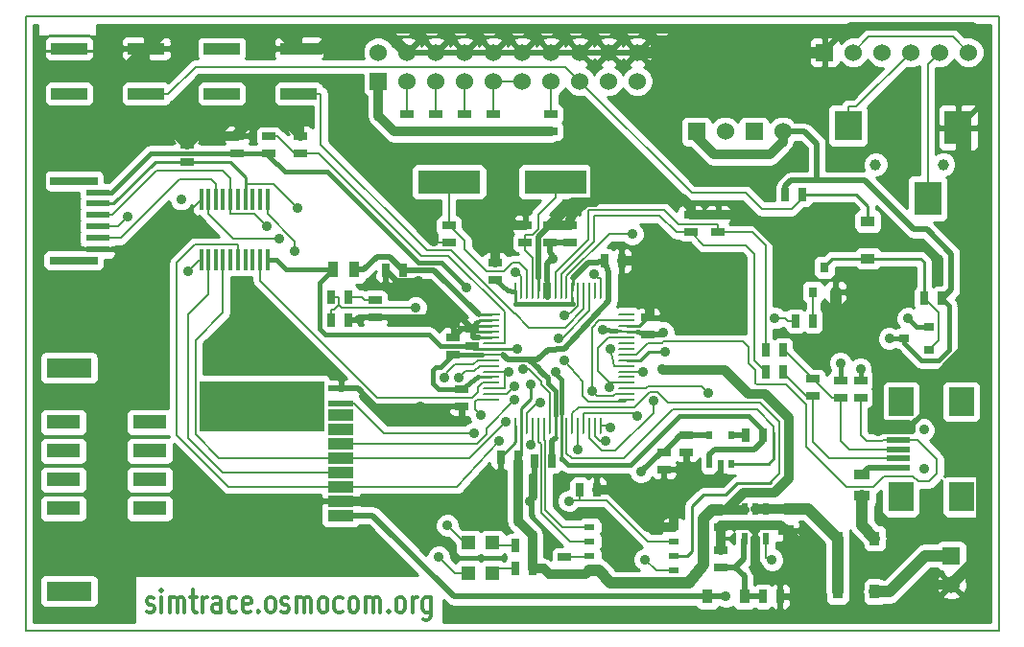
<source format=gtl>
G04 (created by PCBNEW (2013-may-18)-stable) date So 27 Okt 2013 12:43:41 CET*
%MOIN*%
G04 Gerber Fmt 3.4, Leading zero omitted, Abs format*
%FSLAX34Y34*%
G01*
G70*
G90*
G04 APERTURE LIST*
%ADD10C,0.00590551*%
%ADD11C,0.008*%
%ADD12C,0.012*%
%ADD13R,0.025X0.045*%
%ADD14R,0.045X0.025*%
%ADD15R,0.035X0.055*%
%ADD16R,0.055X0.035*%
%ADD17R,0.06X0.0098*%
%ADD18O,0.06X0.0098*%
%ADD19O,0.0098X0.06*%
%ADD20R,0.06X0.06*%
%ADD21C,0.06*%
%ADD22R,0.0315X0.0354*%
%ADD23R,0.0354X0.0315*%
%ADD24R,0.126X0.0394*%
%ADD25C,0.0354*%
%ADD26R,0.0787X0.0197*%
%ADD27R,0.0866X0.0984*%
%ADD28R,0.0906X0.0394*%
%ADD29R,0.0906X0.0197*%
%ADD30R,0.1181X0.0472*%
%ADD31R,0.4331X0.1732*%
%ADD32R,0.1575X0.0669*%
%ADD33R,0.016X0.0748*%
%ADD34R,0.0236X0.0433*%
%ADD35R,0.0379X0.0197*%
%ADD36R,0.0472X0.0472*%
%ADD37R,0.0945X0.1161*%
%ADD38R,0.0945X0.1043*%
%ADD39C,0.0394*%
%ADD40R,0.2165X0.0787*%
%ADD41R,0.0787X0.0236*%
%ADD42R,0.1654X0.0276*%
%ADD43R,0.0358X0.048*%
%ADD44R,0.048X0.0358*%
%ADD45R,0.02X0.03*%
%ADD46C,0.035*%
%ADD47C,0.0197*%
%ADD48C,0.0098*%
%ADD49C,0.016*%
%ADD50C,0.0394*%
%ADD51C,0.032*%
%ADD52C,0.01*%
G04 APERTURE END LIST*
G54D10*
G54D11*
X14450Y-56300D02*
X14450Y-34950D01*
X48250Y-56300D02*
X14450Y-56300D01*
X48250Y-34950D02*
X48250Y-56300D01*
X15250Y-34950D02*
X48250Y-34950D01*
X14450Y-34950D02*
X15250Y-34950D01*
G54D12*
X18657Y-55635D02*
X18714Y-55673D01*
X18828Y-55673D01*
X18885Y-55635D01*
X18914Y-55559D01*
X18914Y-55521D01*
X18885Y-55445D01*
X18828Y-55407D01*
X18742Y-55407D01*
X18685Y-55369D01*
X18657Y-55292D01*
X18657Y-55254D01*
X18685Y-55178D01*
X18742Y-55140D01*
X18828Y-55140D01*
X18885Y-55178D01*
X19171Y-55673D02*
X19171Y-55140D01*
X19171Y-54873D02*
X19142Y-54911D01*
X19171Y-54950D01*
X19200Y-54911D01*
X19171Y-54873D01*
X19171Y-54950D01*
X19457Y-55673D02*
X19457Y-55140D01*
X19457Y-55216D02*
X19485Y-55178D01*
X19542Y-55140D01*
X19628Y-55140D01*
X19685Y-55178D01*
X19714Y-55254D01*
X19714Y-55673D01*
X19714Y-55254D02*
X19742Y-55178D01*
X19800Y-55140D01*
X19885Y-55140D01*
X19942Y-55178D01*
X19971Y-55254D01*
X19971Y-55673D01*
X20171Y-55140D02*
X20400Y-55140D01*
X20257Y-54873D02*
X20257Y-55559D01*
X20285Y-55635D01*
X20342Y-55673D01*
X20400Y-55673D01*
X20600Y-55673D02*
X20600Y-55140D01*
X20600Y-55292D02*
X20628Y-55216D01*
X20657Y-55178D01*
X20714Y-55140D01*
X20771Y-55140D01*
X21228Y-55673D02*
X21228Y-55254D01*
X21200Y-55178D01*
X21142Y-55140D01*
X21028Y-55140D01*
X20971Y-55178D01*
X21228Y-55635D02*
X21171Y-55673D01*
X21028Y-55673D01*
X20971Y-55635D01*
X20942Y-55559D01*
X20942Y-55483D01*
X20971Y-55407D01*
X21028Y-55369D01*
X21171Y-55369D01*
X21228Y-55330D01*
X21771Y-55635D02*
X21714Y-55673D01*
X21600Y-55673D01*
X21542Y-55635D01*
X21514Y-55597D01*
X21485Y-55521D01*
X21485Y-55292D01*
X21514Y-55216D01*
X21542Y-55178D01*
X21600Y-55140D01*
X21714Y-55140D01*
X21771Y-55178D01*
X22257Y-55635D02*
X22200Y-55673D01*
X22085Y-55673D01*
X22028Y-55635D01*
X22000Y-55559D01*
X22000Y-55254D01*
X22028Y-55178D01*
X22085Y-55140D01*
X22200Y-55140D01*
X22257Y-55178D01*
X22285Y-55254D01*
X22285Y-55330D01*
X22000Y-55407D01*
X22542Y-55597D02*
X22571Y-55635D01*
X22542Y-55673D01*
X22514Y-55635D01*
X22542Y-55597D01*
X22542Y-55673D01*
X22914Y-55673D02*
X22857Y-55635D01*
X22828Y-55597D01*
X22800Y-55521D01*
X22800Y-55292D01*
X22828Y-55216D01*
X22857Y-55178D01*
X22914Y-55140D01*
X23000Y-55140D01*
X23057Y-55178D01*
X23085Y-55216D01*
X23114Y-55292D01*
X23114Y-55521D01*
X23085Y-55597D01*
X23057Y-55635D01*
X23000Y-55673D01*
X22914Y-55673D01*
X23342Y-55635D02*
X23400Y-55673D01*
X23514Y-55673D01*
X23571Y-55635D01*
X23600Y-55559D01*
X23600Y-55521D01*
X23571Y-55445D01*
X23514Y-55407D01*
X23428Y-55407D01*
X23371Y-55369D01*
X23342Y-55292D01*
X23342Y-55254D01*
X23371Y-55178D01*
X23428Y-55140D01*
X23514Y-55140D01*
X23571Y-55178D01*
X23857Y-55673D02*
X23857Y-55140D01*
X23857Y-55216D02*
X23885Y-55178D01*
X23942Y-55140D01*
X24028Y-55140D01*
X24085Y-55178D01*
X24114Y-55254D01*
X24114Y-55673D01*
X24114Y-55254D02*
X24142Y-55178D01*
X24200Y-55140D01*
X24285Y-55140D01*
X24342Y-55178D01*
X24371Y-55254D01*
X24371Y-55673D01*
X24742Y-55673D02*
X24685Y-55635D01*
X24657Y-55597D01*
X24628Y-55521D01*
X24628Y-55292D01*
X24657Y-55216D01*
X24685Y-55178D01*
X24742Y-55140D01*
X24828Y-55140D01*
X24885Y-55178D01*
X24914Y-55216D01*
X24942Y-55292D01*
X24942Y-55521D01*
X24914Y-55597D01*
X24885Y-55635D01*
X24828Y-55673D01*
X24742Y-55673D01*
X25457Y-55635D02*
X25400Y-55673D01*
X25285Y-55673D01*
X25228Y-55635D01*
X25200Y-55597D01*
X25171Y-55521D01*
X25171Y-55292D01*
X25200Y-55216D01*
X25228Y-55178D01*
X25285Y-55140D01*
X25400Y-55140D01*
X25457Y-55178D01*
X25800Y-55673D02*
X25742Y-55635D01*
X25714Y-55597D01*
X25685Y-55521D01*
X25685Y-55292D01*
X25714Y-55216D01*
X25742Y-55178D01*
X25800Y-55140D01*
X25885Y-55140D01*
X25942Y-55178D01*
X25971Y-55216D01*
X26000Y-55292D01*
X26000Y-55521D01*
X25971Y-55597D01*
X25942Y-55635D01*
X25885Y-55673D01*
X25800Y-55673D01*
X26257Y-55673D02*
X26257Y-55140D01*
X26257Y-55216D02*
X26285Y-55178D01*
X26342Y-55140D01*
X26428Y-55140D01*
X26485Y-55178D01*
X26514Y-55254D01*
X26514Y-55673D01*
X26514Y-55254D02*
X26542Y-55178D01*
X26600Y-55140D01*
X26685Y-55140D01*
X26742Y-55178D01*
X26771Y-55254D01*
X26771Y-55673D01*
X27057Y-55597D02*
X27085Y-55635D01*
X27057Y-55673D01*
X27028Y-55635D01*
X27057Y-55597D01*
X27057Y-55673D01*
X27428Y-55673D02*
X27371Y-55635D01*
X27342Y-55597D01*
X27314Y-55521D01*
X27314Y-55292D01*
X27342Y-55216D01*
X27371Y-55178D01*
X27428Y-55140D01*
X27514Y-55140D01*
X27571Y-55178D01*
X27600Y-55216D01*
X27628Y-55292D01*
X27628Y-55521D01*
X27600Y-55597D01*
X27571Y-55635D01*
X27514Y-55673D01*
X27428Y-55673D01*
X27885Y-55673D02*
X27885Y-55140D01*
X27885Y-55292D02*
X27914Y-55216D01*
X27942Y-55178D01*
X28000Y-55140D01*
X28057Y-55140D01*
X28514Y-55140D02*
X28514Y-55788D01*
X28485Y-55864D01*
X28457Y-55902D01*
X28400Y-55940D01*
X28314Y-55940D01*
X28257Y-55902D01*
X28514Y-55635D02*
X28457Y-55673D01*
X28342Y-55673D01*
X28285Y-55635D01*
X28257Y-55597D01*
X28228Y-55521D01*
X28228Y-55292D01*
X28257Y-55216D01*
X28285Y-55178D01*
X28342Y-55140D01*
X28457Y-55140D01*
X28514Y-55178D01*
G54D13*
X33687Y-51400D03*
X34287Y-51400D03*
X41795Y-45537D03*
X41195Y-45537D03*
X32050Y-53350D03*
X31450Y-53350D03*
X32050Y-54150D03*
X31450Y-54150D03*
X40841Y-41141D03*
X41441Y-41141D03*
X25050Y-44700D03*
X25650Y-44700D03*
X40150Y-46550D03*
X40750Y-46550D03*
X40150Y-47300D03*
X40750Y-47300D03*
G54D14*
X32700Y-38350D03*
X32700Y-38950D03*
X30700Y-38350D03*
X30700Y-38950D03*
X29700Y-38350D03*
X29700Y-38950D03*
X28700Y-38350D03*
X28700Y-38950D03*
X27700Y-38350D03*
X27700Y-38950D03*
X42750Y-48200D03*
X42750Y-47600D03*
X43450Y-48200D03*
X43450Y-47600D03*
G54D13*
X46250Y-44750D03*
X45650Y-44750D03*
X27551Y-43763D03*
X26951Y-43763D03*
G54D14*
X38600Y-52100D03*
X38600Y-52700D03*
X38600Y-54100D03*
X38600Y-53500D03*
G54D13*
X34550Y-43450D03*
X35150Y-43450D03*
X32725Y-50400D03*
X32125Y-50400D03*
G54D14*
X29150Y-42200D03*
X29150Y-42800D03*
X31800Y-42800D03*
X31800Y-42200D03*
X29600Y-47900D03*
X29600Y-48500D03*
X30750Y-44100D03*
X30750Y-43500D03*
X38500Y-42450D03*
X38500Y-41850D03*
X29300Y-46700D03*
X29300Y-46100D03*
X37550Y-42450D03*
X37550Y-41850D03*
G54D13*
X25650Y-45500D03*
X25050Y-45500D03*
G54D14*
X33350Y-42800D03*
X33350Y-42200D03*
X36050Y-46025D03*
X36050Y-45425D03*
X26600Y-45400D03*
X26600Y-44800D03*
X41800Y-48150D03*
X41800Y-47550D03*
G54D13*
X31550Y-50275D03*
X30950Y-50275D03*
G54D14*
X32647Y-42804D03*
X32647Y-42204D03*
X29950Y-46400D03*
X29950Y-45800D03*
G54D15*
X25870Y-43753D03*
X25120Y-43753D03*
G54D16*
X43500Y-50875D03*
X43500Y-51625D03*
G54D17*
X30639Y-45324D03*
G54D18*
X30639Y-45521D03*
X30639Y-45718D03*
X30639Y-45915D03*
X30639Y-46112D03*
X30639Y-46308D03*
X30639Y-46505D03*
X30639Y-46702D03*
X30639Y-46899D03*
X30639Y-47096D03*
X30639Y-47293D03*
X30639Y-47489D03*
X30639Y-47686D03*
X30639Y-47883D03*
X30639Y-48080D03*
X30639Y-48277D03*
G54D19*
X31474Y-49175D03*
X31671Y-49175D03*
X31868Y-49175D03*
X32065Y-49175D03*
X32262Y-49175D03*
X32458Y-49175D03*
X32655Y-49175D03*
X32852Y-49175D03*
X33049Y-49175D03*
X33246Y-49175D03*
X33443Y-49175D03*
X33639Y-49175D03*
X33836Y-49175D03*
X34033Y-49175D03*
X34230Y-49175D03*
X34427Y-49175D03*
G54D18*
X35325Y-48277D03*
X35325Y-48080D03*
X35325Y-47883D03*
X35325Y-47686D03*
X35325Y-47489D03*
X35325Y-47293D03*
X35325Y-47096D03*
X35325Y-46899D03*
X35325Y-46702D03*
X35325Y-46505D03*
X35325Y-46308D03*
X35325Y-46112D03*
X35325Y-45915D03*
X35325Y-45718D03*
X35325Y-45521D03*
X35325Y-45324D03*
G54D19*
X34427Y-44489D03*
X34230Y-44489D03*
X33836Y-44489D03*
X34033Y-44482D03*
X33639Y-44489D03*
X33443Y-44489D03*
X33246Y-44489D03*
X33049Y-44489D03*
X32852Y-44489D03*
X32655Y-44489D03*
X32461Y-44489D03*
X32264Y-44489D03*
X32067Y-44489D03*
X31870Y-44489D03*
X31674Y-44489D03*
X31477Y-44489D03*
G54D20*
X42200Y-36200D03*
G54D21*
X43200Y-36200D03*
X44200Y-36200D03*
X45200Y-36200D03*
X46200Y-36200D03*
X47200Y-36200D03*
G54D22*
X41806Y-44533D03*
X42594Y-44533D03*
X42200Y-43667D03*
G54D23*
X45833Y-46544D03*
X45833Y-45756D03*
X44967Y-46150D03*
G54D24*
X18639Y-36063D03*
X18639Y-37637D03*
X15961Y-37637D03*
X15961Y-36063D03*
X23939Y-36063D03*
X23939Y-37637D03*
X21261Y-37637D03*
X21261Y-36063D03*
G54D25*
X45650Y-50689D03*
X45650Y-49311D03*
G54D26*
X44764Y-50315D03*
X44764Y-50000D03*
X44764Y-49685D03*
X44764Y-49370D03*
X44764Y-50630D03*
G54D27*
X44863Y-51654D03*
X44863Y-48346D03*
X46949Y-51654D03*
X46949Y-48346D03*
G54D28*
X25403Y-52294D03*
X25403Y-51794D03*
X25403Y-50794D03*
X25403Y-51294D03*
X25403Y-50294D03*
X25403Y-49794D03*
X25403Y-49294D03*
X25403Y-48794D03*
G54D29*
X25403Y-48400D03*
X25403Y-47889D03*
G54D30*
X15757Y-51050D03*
X15757Y-49050D03*
X15757Y-50050D03*
X15757Y-52050D03*
X18757Y-52050D03*
X18757Y-51050D03*
X18757Y-50050D03*
X18757Y-49050D03*
G54D31*
X22659Y-48503D03*
G54D32*
X15954Y-47172D03*
X15954Y-54928D03*
G54D33*
X22850Y-41300D03*
X22600Y-41300D03*
X22340Y-41300D03*
X22080Y-41300D03*
X21830Y-41300D03*
X21570Y-41300D03*
X21310Y-41300D03*
X21060Y-41300D03*
X20800Y-41300D03*
X20550Y-41300D03*
X20550Y-43400D03*
X20800Y-43400D03*
X21060Y-43400D03*
X21310Y-43400D03*
X21570Y-43400D03*
X21830Y-43400D03*
X22080Y-43400D03*
X22340Y-43400D03*
X22600Y-43400D03*
X22850Y-43400D03*
G54D13*
X40050Y-49500D03*
X39450Y-49500D03*
G54D14*
X24000Y-39100D03*
X24000Y-39700D03*
X22900Y-39700D03*
X22900Y-39100D03*
X21800Y-39100D03*
X21800Y-39700D03*
X37401Y-49503D03*
X37401Y-50103D03*
G54D34*
X39426Y-53112D03*
X39800Y-53112D03*
X40174Y-53112D03*
X39426Y-52088D03*
X39800Y-52088D03*
X40174Y-52088D03*
G54D20*
X46600Y-53700D03*
G54D21*
X46600Y-54700D03*
G54D35*
X36955Y-52700D03*
X36955Y-54200D03*
X36955Y-53700D03*
X36955Y-53200D03*
X34045Y-54200D03*
X34045Y-53700D03*
X34046Y-53200D03*
X34045Y-52700D03*
G54D36*
X30663Y-53250D03*
X29837Y-53250D03*
X30663Y-54300D03*
X29837Y-54300D03*
G54D20*
X26700Y-37200D03*
G54D21*
X26700Y-36200D03*
X27700Y-37200D03*
X27700Y-36200D03*
X28700Y-37200D03*
X28700Y-36200D03*
X29700Y-37200D03*
X29700Y-36200D03*
X30700Y-37200D03*
X30700Y-36200D03*
X31700Y-37200D03*
X31700Y-36200D03*
X32700Y-37200D03*
X32700Y-36200D03*
X33700Y-37200D03*
X33700Y-36200D03*
X34700Y-37200D03*
X34700Y-36200D03*
X35700Y-37200D03*
X35700Y-36200D03*
G54D20*
X37750Y-38950D03*
G54D21*
X38750Y-38950D03*
G54D20*
X39750Y-38950D03*
G54D21*
X40750Y-38950D03*
G54D37*
X46843Y-38811D03*
X45780Y-41281D03*
G54D38*
X43024Y-38752D03*
G54D39*
X46331Y-40100D03*
X43969Y-40100D03*
G54D40*
X32850Y-40700D03*
X29150Y-40700D03*
G54D14*
X33178Y-53736D03*
X33178Y-54336D03*
G54D41*
X16947Y-41066D03*
X16947Y-41459D03*
X16947Y-41853D03*
X16947Y-42247D03*
X16947Y-42641D03*
X16947Y-43034D03*
G54D42*
X16120Y-40672D03*
X16120Y-43428D03*
G54D16*
X40850Y-52075D03*
X40850Y-52825D03*
G54D14*
X20050Y-39400D03*
X20050Y-40000D03*
G54D43*
X39424Y-55118D03*
X38134Y-55118D03*
G54D13*
X40054Y-55118D03*
X40654Y-55118D03*
G54D14*
X36614Y-50093D03*
X36614Y-50693D03*
G54D44*
X43700Y-43361D03*
X43700Y-42071D03*
G54D43*
X43945Y-53100D03*
X42655Y-53100D03*
X43945Y-54950D03*
X42655Y-54950D03*
G54D45*
X38207Y-50500D03*
X38957Y-50500D03*
X38207Y-49500D03*
X38582Y-50500D03*
X38957Y-49500D03*
G54D46*
X19850Y-41300D03*
X34750Y-46500D03*
X35910Y-47293D03*
X31421Y-47811D03*
X22816Y-42245D03*
X34737Y-47832D03*
X31131Y-49039D03*
X33639Y-50003D03*
X35965Y-53828D03*
X36268Y-48322D03*
X35682Y-48858D03*
X18000Y-41900D03*
X31217Y-47293D03*
X20100Y-43800D03*
X23261Y-42681D03*
X34128Y-47979D03*
X31426Y-48290D03*
X29100Y-52650D03*
X29500Y-47500D03*
X29000Y-47500D03*
X28800Y-53750D03*
X31733Y-47209D03*
X23892Y-41603D03*
X30900Y-49700D03*
X34764Y-49247D03*
X30250Y-48800D03*
X23802Y-43110D03*
X40375Y-53850D03*
X38147Y-48037D03*
X34597Y-49724D03*
X30013Y-49446D03*
X33150Y-45350D03*
X33150Y-46900D03*
X34193Y-43899D03*
X36650Y-46600D03*
X32950Y-46150D03*
X32850Y-47300D03*
X29777Y-44364D03*
X38779Y-55118D03*
X35826Y-50787D03*
X33332Y-51799D03*
X32000Y-49850D03*
X36550Y-47200D03*
X31986Y-47726D03*
X44450Y-46150D03*
X32772Y-43374D03*
X31514Y-46505D03*
X43450Y-47200D03*
X34500Y-45850D03*
X36600Y-45950D03*
X30500Y-51800D03*
X29450Y-49050D03*
X31975Y-51825D03*
X35300Y-41257D03*
X28150Y-48500D03*
X47100Y-40450D03*
X25600Y-35500D03*
X27400Y-39850D03*
X15700Y-42400D03*
X33599Y-39803D03*
X31250Y-42050D03*
X28093Y-44156D03*
X40600Y-42850D03*
X36950Y-52075D03*
X38650Y-45250D03*
X28618Y-42765D03*
X36150Y-43450D03*
X18650Y-43050D03*
X42750Y-47000D03*
X45100Y-45450D03*
X32321Y-48367D03*
X40475Y-45434D03*
X35524Y-42509D03*
X27997Y-45069D03*
X31450Y-43850D03*
G54D47*
X32725Y-50400D02*
X32725Y-49725D01*
X32725Y-49725D02*
X32852Y-49598D01*
G54D48*
X32852Y-49175D02*
X32852Y-49598D01*
X32852Y-49598D02*
X32850Y-49600D01*
G54D49*
X31189Y-44489D02*
X31400Y-44500D01*
G54D48*
X31477Y-44489D02*
X31450Y-44950D01*
G54D47*
X31950Y-46880D02*
X32443Y-47373D01*
X34012Y-43525D02*
X33478Y-44059D01*
G54D11*
X31400Y-44500D02*
X31477Y-44489D01*
X33450Y-44100D02*
X33478Y-44103D01*
X33443Y-44932D02*
X33450Y-44950D01*
G54D47*
X32281Y-47210D02*
X31932Y-46862D01*
G54D48*
X33443Y-44710D02*
X33443Y-44932D01*
G54D11*
X33478Y-44103D02*
X34054Y-43527D01*
G54D49*
X30750Y-44100D02*
X30750Y-44100D01*
X29300Y-46700D02*
X30300Y-46700D01*
X28850Y-47150D02*
X29300Y-46700D01*
X29600Y-47900D02*
X29600Y-47900D01*
G54D11*
X30639Y-46702D02*
X30639Y-46702D01*
G54D47*
X34275Y-43525D02*
X34550Y-43450D01*
X34700Y-43850D02*
X34700Y-44850D01*
G54D11*
X30639Y-46702D02*
X30300Y-46700D01*
G54D47*
X32600Y-46550D02*
X32238Y-46862D01*
G54D11*
X34550Y-43450D02*
X34275Y-43525D01*
G54D49*
X30750Y-44100D02*
X31189Y-44489D01*
G54D48*
X33443Y-44489D02*
X33450Y-44100D01*
G54D49*
X34275Y-43525D02*
X34550Y-43450D01*
X28850Y-47150D02*
X28700Y-47150D01*
G54D47*
X34251Y-45299D02*
X33150Y-46500D01*
G54D11*
X33443Y-44710D02*
X33443Y-44489D01*
X34054Y-43527D02*
X34550Y-43450D01*
G54D49*
X33450Y-44950D02*
X31450Y-44950D01*
G54D11*
X34550Y-43450D02*
X34550Y-43450D01*
G54D49*
X28600Y-47700D02*
X28800Y-47900D01*
X28600Y-47250D02*
X28600Y-47700D01*
G54D48*
X32852Y-49175D02*
X32852Y-48800D01*
G54D47*
X32238Y-46862D02*
X31950Y-46862D01*
G54D11*
X29600Y-47900D02*
X29600Y-47900D01*
G54D47*
X31932Y-46862D02*
X31200Y-46862D01*
G54D11*
X31040Y-46702D02*
X30639Y-46702D01*
X32443Y-47373D02*
X32281Y-47210D01*
G54D47*
X31200Y-46862D02*
X31040Y-46702D01*
G54D48*
X30639Y-47489D02*
X30147Y-47489D01*
G54D49*
X30147Y-47489D02*
X29600Y-47900D01*
X28700Y-47150D02*
X28600Y-47250D01*
G54D47*
X34550Y-43450D02*
X34700Y-43850D01*
G54D49*
X32443Y-47398D02*
X32443Y-47373D01*
X32852Y-47968D02*
X32581Y-47697D01*
X31950Y-46862D02*
X31932Y-46862D01*
X32852Y-48800D02*
X32852Y-47968D01*
G54D47*
X32581Y-47511D02*
X32443Y-47373D01*
X34700Y-44850D02*
X34251Y-45299D01*
G54D49*
X29600Y-47900D02*
X29600Y-47900D01*
G54D47*
X34275Y-43525D02*
X34012Y-43525D01*
X33150Y-46500D02*
X32600Y-46550D01*
G54D49*
X32581Y-47697D02*
X32581Y-47511D01*
X31950Y-46862D02*
X31950Y-46880D01*
X28850Y-47150D02*
X29300Y-46700D01*
X28800Y-47900D02*
X29600Y-47900D01*
X32443Y-47373D02*
X32443Y-47398D01*
G54D48*
X41441Y-41141D02*
X43307Y-41141D01*
X43307Y-41141D02*
X43700Y-41535D01*
G54D11*
X39465Y-41084D02*
X40017Y-41636D01*
X37584Y-41084D02*
X39465Y-41084D01*
X41073Y-41636D02*
X41442Y-41267D01*
X40017Y-41636D02*
X41073Y-41636D01*
X33700Y-37200D02*
X37584Y-41084D01*
X19412Y-37637D02*
X20349Y-36700D01*
X18639Y-37637D02*
X19412Y-37637D01*
X20349Y-36700D02*
X33200Y-36700D01*
X35325Y-47096D02*
X34882Y-47096D01*
X34882Y-47096D02*
X34750Y-46500D01*
X33200Y-36700D02*
X33700Y-37200D01*
G54D48*
X43700Y-41535D02*
X43700Y-42071D01*
G54D11*
X36050Y-46300D02*
X36550Y-46300D01*
X40850Y-47750D02*
X41550Y-48450D01*
X39800Y-47250D02*
X39800Y-47700D01*
X39350Y-46250D02*
X39550Y-46450D01*
X46100Y-50350D02*
X45435Y-49685D01*
X43450Y-48200D02*
X43450Y-49500D01*
X39550Y-46450D02*
X39550Y-47000D01*
X43650Y-49700D02*
X44764Y-49685D01*
X43900Y-51300D02*
X44250Y-50950D01*
X41550Y-49900D02*
X42950Y-51300D01*
X45825Y-51125D02*
X46100Y-50850D01*
X45450Y-51125D02*
X45825Y-51125D01*
X45275Y-50950D02*
X45450Y-51125D01*
X35325Y-46702D02*
X35648Y-46702D01*
X46100Y-50850D02*
X46100Y-50350D01*
X41550Y-48450D02*
X41550Y-49900D01*
X36550Y-46300D02*
X36600Y-46250D01*
X36600Y-46250D02*
X39350Y-46250D01*
X45435Y-49685D02*
X44764Y-49685D01*
X39550Y-47000D02*
X39800Y-47250D01*
X44250Y-50950D02*
X45275Y-50950D01*
X39850Y-47750D02*
X40850Y-47750D01*
X39800Y-47700D02*
X39850Y-47750D01*
X42950Y-51300D02*
X43900Y-51300D01*
X35648Y-46702D02*
X36050Y-46300D01*
X43450Y-49500D02*
X43650Y-49700D01*
X29239Y-43089D02*
X28391Y-43089D01*
X28391Y-43089D02*
X24712Y-39410D01*
X31932Y-45767D02*
X31456Y-45291D01*
X33836Y-44489D02*
X33836Y-45122D01*
X31441Y-45291D02*
X29239Y-43089D01*
X33836Y-45122D02*
X33191Y-45767D01*
X33191Y-45767D02*
X31932Y-45767D01*
X23939Y-37637D02*
X24712Y-37637D01*
X31456Y-45291D02*
X31441Y-45291D01*
X24712Y-39410D02*
X24712Y-37637D01*
X22388Y-41817D02*
X22816Y-42245D01*
X21570Y-40570D02*
X21570Y-41300D01*
X17447Y-41853D02*
X19000Y-40300D01*
X21570Y-41817D02*
X22388Y-41817D01*
X19000Y-40300D02*
X21300Y-40300D01*
X35325Y-47293D02*
X35910Y-47293D01*
X31152Y-48080D02*
X30639Y-48080D01*
X31421Y-47811D02*
X31152Y-48080D01*
X21300Y-40300D02*
X21570Y-40570D01*
X16947Y-41853D02*
X17447Y-41853D01*
X21570Y-41300D02*
X21570Y-41817D01*
X20349Y-46201D02*
X20349Y-49491D01*
X34323Y-46477D02*
X34688Y-46112D01*
X34742Y-47686D02*
X34323Y-47267D01*
X31131Y-49039D02*
X29876Y-50294D01*
X34742Y-47686D02*
X34742Y-47827D01*
X21152Y-50294D02*
X25403Y-50294D01*
X34742Y-47686D02*
X35325Y-47686D01*
X35325Y-46112D02*
X34688Y-46112D01*
X29876Y-50294D02*
X25403Y-50294D01*
X20349Y-49491D02*
X21152Y-50294D01*
X34323Y-47267D02*
X34323Y-46477D01*
X34742Y-47827D02*
X34737Y-47832D01*
X21310Y-43400D02*
X21310Y-45240D01*
X21310Y-45240D02*
X20349Y-46201D01*
X33639Y-49175D02*
X33639Y-50003D01*
X35965Y-53828D02*
X36349Y-54212D01*
X36349Y-54212D02*
X36483Y-54212D01*
X36483Y-54212D02*
X36943Y-54212D01*
X36943Y-54212D02*
X36955Y-54200D01*
X34180Y-41896D02*
X34202Y-41874D01*
X37050Y-42450D02*
X37550Y-42450D01*
X38000Y-42900D02*
X39450Y-42900D01*
X37550Y-42450D02*
X38000Y-42900D01*
X39750Y-43200D02*
X39750Y-46900D01*
X34180Y-42782D02*
X34180Y-41896D01*
X36474Y-41874D02*
X37050Y-42450D01*
X39450Y-42900D02*
X39750Y-43200D01*
X33049Y-43913D02*
X34180Y-42782D01*
X39750Y-46900D02*
X40150Y-47300D01*
X34202Y-41874D02*
X36474Y-41874D01*
X33049Y-44489D02*
X33049Y-43913D01*
X38500Y-42182D02*
X37132Y-42182D01*
X37132Y-42182D02*
X36641Y-41691D01*
X39700Y-42450D02*
X40150Y-42900D01*
X34009Y-41691D02*
X33997Y-41703D01*
X38500Y-42450D02*
X39700Y-42450D01*
X33997Y-41703D02*
X33997Y-42706D01*
X33997Y-42706D02*
X32852Y-43851D01*
X38500Y-42450D02*
X38500Y-42182D01*
X36641Y-41691D02*
X34009Y-41691D01*
X32852Y-43851D02*
X32852Y-44489D01*
X40150Y-42900D02*
X40150Y-46550D01*
X34472Y-50057D02*
X34943Y-50057D01*
X34033Y-49175D02*
X34033Y-49618D01*
X36268Y-48732D02*
X36268Y-48322D01*
X43312Y-38088D02*
X45200Y-36200D01*
X34033Y-49618D02*
X34472Y-50057D01*
X34943Y-50057D02*
X36268Y-48732D01*
X43024Y-38088D02*
X43312Y-38088D01*
X43024Y-38752D02*
X43024Y-38088D01*
X33836Y-49175D02*
X33836Y-48749D01*
X33836Y-48749D02*
X33858Y-48727D01*
X45780Y-36620D02*
X46200Y-36200D01*
X45780Y-41281D02*
X45780Y-36620D01*
X33858Y-48727D02*
X35551Y-48727D01*
X35551Y-48727D02*
X35682Y-48858D01*
X30639Y-47883D02*
X31082Y-47883D01*
X16947Y-42247D02*
X17653Y-42247D01*
X31082Y-47293D02*
X31082Y-47883D01*
X20550Y-43400D02*
X20500Y-43400D01*
X31082Y-47293D02*
X31217Y-47293D01*
X17653Y-42247D02*
X18000Y-41900D01*
X20500Y-43400D02*
X20100Y-43800D01*
X30639Y-47293D02*
X31082Y-47293D01*
X34379Y-45521D02*
X34128Y-45772D01*
X35325Y-45521D02*
X34379Y-45521D01*
X31426Y-48290D02*
X30447Y-49269D01*
X30116Y-49794D02*
X25999Y-49794D01*
X25403Y-49794D02*
X25999Y-49794D01*
X30447Y-49463D02*
X30116Y-49794D01*
X20800Y-41300D02*
X20800Y-41817D01*
X34128Y-47979D02*
X34302Y-48153D01*
X30447Y-49269D02*
X30447Y-49463D01*
X34872Y-48153D02*
X34945Y-48080D01*
X20800Y-41817D02*
X21664Y-42681D01*
X34128Y-45772D02*
X34128Y-47979D01*
X21664Y-42681D02*
X23261Y-42681D01*
X34302Y-48153D02*
X34872Y-48153D01*
X34945Y-48080D02*
X35325Y-48080D01*
X22600Y-43400D02*
X22600Y-44150D01*
X30314Y-47686D02*
X30639Y-47686D01*
X30150Y-48000D02*
X30150Y-47850D01*
X30150Y-47850D02*
X30314Y-47686D01*
X29950Y-48200D02*
X30150Y-48000D01*
X26650Y-48200D02*
X29950Y-48200D01*
X22600Y-44150D02*
X26650Y-48200D01*
X29837Y-53250D02*
X29700Y-53250D01*
X29700Y-53250D02*
X29100Y-52650D01*
X30225Y-47096D02*
X30639Y-47096D01*
X30035Y-47286D02*
X30225Y-47096D01*
X29500Y-47500D02*
X29714Y-47286D01*
X29714Y-47286D02*
X30035Y-47286D01*
X29837Y-54300D02*
X29350Y-54300D01*
X29350Y-54300D02*
X28800Y-53750D01*
X29350Y-54300D02*
X28800Y-53750D01*
X29100Y-47300D02*
X29000Y-47500D01*
X29348Y-47052D02*
X29100Y-47300D01*
X30003Y-47052D02*
X30156Y-46899D01*
X30003Y-47052D02*
X29348Y-47052D01*
X30156Y-46899D02*
X30639Y-46899D01*
G54D48*
X37598Y-51968D02*
X37992Y-51574D01*
X37441Y-53700D02*
X37598Y-53543D01*
X37598Y-53543D02*
X37598Y-51968D01*
G54D11*
X33443Y-49175D02*
X33443Y-48742D01*
X35606Y-48535D02*
X36137Y-48004D01*
X36137Y-48004D02*
X36401Y-48004D01*
X33443Y-48742D02*
X33650Y-48535D01*
X33650Y-48535D02*
X35606Y-48535D01*
X40640Y-49300D02*
X40640Y-49040D01*
X40346Y-51150D02*
X40640Y-50856D01*
X40640Y-49300D02*
X40640Y-50856D01*
X36401Y-48004D02*
X36765Y-48368D01*
X40640Y-49040D02*
X39968Y-48368D01*
X39968Y-48368D02*
X36765Y-48368D01*
G54D48*
X37441Y-53700D02*
X36955Y-53700D01*
X40314Y-51181D02*
X40346Y-51150D01*
X39173Y-51181D02*
X40314Y-51181D01*
X38779Y-51574D02*
X39173Y-51181D01*
X37992Y-51574D02*
X38779Y-51574D01*
G54D11*
X33100Y-52700D02*
X34045Y-52700D01*
X32458Y-49658D02*
X32500Y-49750D01*
X32500Y-52100D02*
X33100Y-52700D01*
X32500Y-50250D02*
X32500Y-51600D01*
X32458Y-49175D02*
X32458Y-49658D01*
X32500Y-49750D02*
X32500Y-50250D01*
X32500Y-51600D02*
X32500Y-52100D01*
G54D48*
X20050Y-40000D02*
X21550Y-40000D01*
X22080Y-40530D02*
X22080Y-41300D01*
X21550Y-40000D02*
X22080Y-40530D01*
X16947Y-41459D02*
X17491Y-41459D01*
X18950Y-40000D02*
X20050Y-40000D01*
X17491Y-41459D02*
X18950Y-40000D01*
G54D11*
X31940Y-47209D02*
X31733Y-47209D01*
X22080Y-41300D02*
X22080Y-40792D01*
X23892Y-41603D02*
X23071Y-40782D01*
X32365Y-47742D02*
X32365Y-47634D01*
X32365Y-47634D02*
X31940Y-47209D01*
X22090Y-40782D02*
X22080Y-40792D01*
X32655Y-49175D02*
X32655Y-48032D01*
X23071Y-40782D02*
X22090Y-40782D01*
X32655Y-48032D02*
X32365Y-47742D01*
X25403Y-51294D02*
X29443Y-51294D01*
X25403Y-51294D02*
X21494Y-51294D01*
X34427Y-49175D02*
X34692Y-49175D01*
X19700Y-43523D02*
X20340Y-42883D01*
X29443Y-51294D02*
X30900Y-49700D01*
X21494Y-51294D02*
X19700Y-49500D01*
X19700Y-49500D02*
X19700Y-43523D01*
X21830Y-43400D02*
X21830Y-42883D01*
X21830Y-42883D02*
X20340Y-42883D01*
X34692Y-49175D02*
X34764Y-49247D01*
X32262Y-49175D02*
X32262Y-49737D01*
X34025Y-53200D02*
X34046Y-53200D01*
X33350Y-53200D02*
X34025Y-53200D01*
X32350Y-52200D02*
X33350Y-53200D01*
X32350Y-49825D02*
X32350Y-52200D01*
X32262Y-49737D02*
X32350Y-49825D01*
X30639Y-48277D02*
X30123Y-48277D01*
X30050Y-48600D02*
X30250Y-48800D01*
X30050Y-48350D02*
X30050Y-48600D01*
X30123Y-48277D02*
X30050Y-48350D01*
X22850Y-41817D02*
X23801Y-42768D01*
X23801Y-43110D02*
X23802Y-43110D01*
X22850Y-41300D02*
X22850Y-41817D01*
X23801Y-42768D02*
X23801Y-43110D01*
X40174Y-53774D02*
X40375Y-53850D01*
X37931Y-47821D02*
X36059Y-47821D01*
X40174Y-53112D02*
X40174Y-53774D01*
X35997Y-47883D02*
X35325Y-47883D01*
X38147Y-48037D02*
X37931Y-47821D01*
X36059Y-47821D02*
X35997Y-47883D01*
X34230Y-49554D02*
X34400Y-49724D01*
X25403Y-48400D02*
X25861Y-48400D01*
X34400Y-49724D02*
X34597Y-49724D01*
X26907Y-49446D02*
X30013Y-49446D01*
X25861Y-48400D02*
X26907Y-49446D01*
X34230Y-49175D02*
X34230Y-49554D01*
X33407Y-45257D02*
X33150Y-45350D01*
X31700Y-37200D02*
X30700Y-37200D01*
X33639Y-44489D02*
X33639Y-45025D01*
X33639Y-45025D02*
X33407Y-45257D01*
X30700Y-37200D02*
X30700Y-38350D01*
X28700Y-37200D02*
X28700Y-38350D01*
X33995Y-48337D02*
X33809Y-48151D01*
X35325Y-48277D02*
X35265Y-48337D01*
X35265Y-48337D02*
X33995Y-48337D01*
X33809Y-48151D02*
X33809Y-47657D01*
X33809Y-47657D02*
X33150Y-46900D01*
X32700Y-38350D02*
X32700Y-37200D01*
X34340Y-44046D02*
X34193Y-43899D01*
X34427Y-44489D02*
X34427Y-44046D01*
X34427Y-44046D02*
X34340Y-44046D01*
G54D48*
X35325Y-46899D02*
X35801Y-46899D01*
X36100Y-46600D02*
X36650Y-46600D01*
X35801Y-46899D02*
X36100Y-46600D01*
G54D11*
X33100Y-46150D02*
X34033Y-45185D01*
X34033Y-45185D02*
X34033Y-44482D01*
X32950Y-46150D02*
X33100Y-46150D01*
X29700Y-37200D02*
X29700Y-38350D01*
G54D48*
X43700Y-43361D02*
X42465Y-43361D01*
X43700Y-43361D02*
X45526Y-43361D01*
X45526Y-43361D02*
X45650Y-43484D01*
X42200Y-43626D02*
X42200Y-43667D01*
X42465Y-43361D02*
X42200Y-43626D01*
X45650Y-43484D02*
X45650Y-44750D01*
G54D11*
X45833Y-46544D02*
X46154Y-46223D01*
X46154Y-46223D02*
X46154Y-45254D01*
X46154Y-45254D02*
X45650Y-44750D01*
G54D50*
X43500Y-51625D02*
X43500Y-52655D01*
X43500Y-52655D02*
X43945Y-53100D01*
G54D48*
X40444Y-49400D02*
X40444Y-50304D01*
G54D11*
X33246Y-49175D02*
X33246Y-50145D01*
X33422Y-50321D02*
X35218Y-50321D01*
X40444Y-49194D02*
X39850Y-48600D01*
X36939Y-48600D02*
X35218Y-50321D01*
X39850Y-48600D02*
X36939Y-48600D01*
X33246Y-50145D02*
X33422Y-50321D01*
X40444Y-49400D02*
X40444Y-49194D01*
G54D48*
X40248Y-50500D02*
X38957Y-50500D01*
X40444Y-50304D02*
X40248Y-50500D01*
G54D47*
X40050Y-49500D02*
X40050Y-49713D01*
X38207Y-50178D02*
X38207Y-50500D01*
X38385Y-50000D02*
X38207Y-50178D01*
X39763Y-50000D02*
X38385Y-50000D01*
X40050Y-49713D02*
X39763Y-50000D01*
G54D49*
X16947Y-41066D02*
X17434Y-41066D01*
X33074Y-47574D02*
X33074Y-48755D01*
X24946Y-40350D02*
X28090Y-43494D01*
G54D11*
X33049Y-50315D02*
X33074Y-50340D01*
G54D49*
X40050Y-49350D02*
X39550Y-48850D01*
X23450Y-40350D02*
X24946Y-40350D01*
X22900Y-39700D02*
X22900Y-39800D01*
X22900Y-39800D02*
X23450Y-40350D01*
X40050Y-49500D02*
X40050Y-49350D01*
X35450Y-50550D02*
X33309Y-50550D01*
X37150Y-48850D02*
X35450Y-50550D01*
X28090Y-43494D02*
X28907Y-43494D01*
G54D11*
X33049Y-49175D02*
X33049Y-48755D01*
G54D49*
X21800Y-39700D02*
X22900Y-39700D01*
G54D11*
X33049Y-48780D02*
X33074Y-48755D01*
G54D49*
X32935Y-47435D02*
X33074Y-47574D01*
X18800Y-39700D02*
X21800Y-39700D01*
X33074Y-50315D02*
X33074Y-50340D01*
G54D48*
X33049Y-49175D02*
X33049Y-50315D01*
G54D49*
X33309Y-50550D02*
X33074Y-50315D01*
X39550Y-48850D02*
X37150Y-48850D01*
X17434Y-41066D02*
X18800Y-39700D01*
X32850Y-47300D02*
X32935Y-47435D01*
X28907Y-43494D02*
X29777Y-44364D01*
G54D48*
X33049Y-49175D02*
X33049Y-48780D01*
G54D47*
X36614Y-50093D02*
X36520Y-50093D01*
X38779Y-55118D02*
X38134Y-55118D01*
X36520Y-50093D02*
X35826Y-50787D01*
X37401Y-49503D02*
X37204Y-49503D01*
X37204Y-49503D02*
X36614Y-50093D01*
X38207Y-49500D02*
X37404Y-49500D01*
X37404Y-49500D02*
X37401Y-49503D01*
X25403Y-52294D02*
X26506Y-52294D01*
X26506Y-52294D02*
X29330Y-55118D01*
X29330Y-55118D02*
X38134Y-55118D01*
G54D11*
X19800Y-40600D02*
X20900Y-40600D01*
X20900Y-40600D02*
X21060Y-40760D01*
X16947Y-42641D02*
X17759Y-42641D01*
X21060Y-40760D02*
X21060Y-41300D01*
X17759Y-42641D02*
X19800Y-40600D01*
X20100Y-49600D02*
X21294Y-50794D01*
X20800Y-44600D02*
X20100Y-45300D01*
X21294Y-50794D02*
X25403Y-50794D01*
X20800Y-43400D02*
X20800Y-44600D01*
X20100Y-45300D02*
X20100Y-49600D01*
X36483Y-53212D02*
X36077Y-53212D01*
X33687Y-51400D02*
X33687Y-51768D01*
X32065Y-49175D02*
X32050Y-49800D01*
X36943Y-53212D02*
X36955Y-53200D01*
X32050Y-49800D02*
X32000Y-49850D01*
X33332Y-51799D02*
X33363Y-51768D01*
X33687Y-51768D02*
X34633Y-51768D01*
X36483Y-53212D02*
X36943Y-53212D01*
X33363Y-51768D02*
X33687Y-51768D01*
X36077Y-53212D02*
X34633Y-51768D01*
G54D47*
X40750Y-38950D02*
X41509Y-38950D01*
X41929Y-39370D02*
X41929Y-40659D01*
X41509Y-38950D02*
X41929Y-39370D01*
G54D51*
X37750Y-38950D02*
X37750Y-39150D01*
X40750Y-39300D02*
X40750Y-38950D01*
X40300Y-39750D02*
X40750Y-39300D01*
X38350Y-39750D02*
X40300Y-39750D01*
X37750Y-39150D02*
X38350Y-39750D01*
X39400Y-51500D02*
X38800Y-52100D01*
G54D48*
X35900Y-45915D02*
X35325Y-45915D01*
G54D49*
X24850Y-46000D02*
X24650Y-45800D01*
G54D47*
X33350Y-42800D02*
X32651Y-42800D01*
G54D51*
X38734Y-47250D02*
X39550Y-48066D01*
G54D47*
X40842Y-40858D02*
X40842Y-41267D01*
X41041Y-40659D02*
X40842Y-40858D01*
X41900Y-40659D02*
X41041Y-40659D01*
X41929Y-40659D02*
X41900Y-40659D01*
X42000Y-40659D02*
X41929Y-40659D01*
X46300Y-44750D02*
X46600Y-44450D01*
X46250Y-44750D02*
X46300Y-44750D01*
X43609Y-40659D02*
X42000Y-40659D01*
X45300Y-42350D02*
X43609Y-40659D01*
X46600Y-43200D02*
X45750Y-42350D01*
X46600Y-44450D02*
X46600Y-43200D01*
X45750Y-42350D02*
X45300Y-42350D01*
G54D51*
X36550Y-47200D02*
X36600Y-47250D01*
G54D50*
X38600Y-52100D02*
X38300Y-52100D01*
G54D51*
X32636Y-54336D02*
X32450Y-54150D01*
X40450Y-51500D02*
X39400Y-51500D01*
X40950Y-51000D02*
X40450Y-51500D01*
G54D47*
X32772Y-43272D02*
X32647Y-43147D01*
G54D49*
X32772Y-43374D02*
X32772Y-43272D01*
G54D47*
X36525Y-46025D02*
X36025Y-46025D01*
G54D48*
X31550Y-50300D02*
X31550Y-50275D01*
G54D51*
X31550Y-52500D02*
X31550Y-50450D01*
G54D48*
X31671Y-50179D02*
X31550Y-50300D01*
G54D49*
X24650Y-44223D02*
X25120Y-43753D01*
G54D48*
X31986Y-48253D02*
X31671Y-48568D01*
G54D50*
X38000Y-52400D02*
X38000Y-54000D01*
G54D49*
X44967Y-46150D02*
X44450Y-46150D01*
G54D51*
X27700Y-38950D02*
X28700Y-38950D01*
G54D49*
X43450Y-47200D02*
X43450Y-47600D01*
G54D50*
X34750Y-54650D02*
X37500Y-54650D01*
G54D51*
X29700Y-38950D02*
X30700Y-38950D01*
X26700Y-38400D02*
X27250Y-38950D01*
G54D50*
X34045Y-54200D02*
X34350Y-54200D01*
G54D51*
X38800Y-52100D02*
X38600Y-52100D01*
X32050Y-54150D02*
X32050Y-53350D01*
X28700Y-38950D02*
X29700Y-38950D01*
G54D49*
X46150Y-46900D02*
X46518Y-46532D01*
G54D51*
X39550Y-48066D02*
X40116Y-48066D01*
X38600Y-52100D02*
X39414Y-52100D01*
X26700Y-37200D02*
X26700Y-38400D01*
G54D50*
X38000Y-54000D02*
X37500Y-54650D01*
G54D49*
X34950Y-45885D02*
X34500Y-45850D01*
X46518Y-45018D02*
X46250Y-44750D01*
G54D51*
X33909Y-54336D02*
X34045Y-54200D01*
G54D48*
X31986Y-47726D02*
X31986Y-48253D01*
G54D51*
X32050Y-53350D02*
X32050Y-52975D01*
G54D48*
X31671Y-48568D02*
X31671Y-49175D01*
G54D51*
X36600Y-47250D02*
X38734Y-47250D01*
G54D49*
X46518Y-46532D02*
X46518Y-45018D01*
G54D51*
X40116Y-48066D02*
X40950Y-48900D01*
X32050Y-52975D02*
X31550Y-52500D01*
G54D11*
X30005Y-46505D02*
X29950Y-46450D01*
G54D49*
X39414Y-52100D02*
X39426Y-52088D01*
X23503Y-43753D02*
X25120Y-43753D01*
X45567Y-46900D02*
X46150Y-46900D01*
G54D51*
X40950Y-48900D02*
X40950Y-51000D01*
G54D49*
X44967Y-46150D02*
X44967Y-46300D01*
G54D47*
X32726Y-43374D02*
X32550Y-43550D01*
G54D11*
X32550Y-44150D02*
X32550Y-44384D01*
G54D51*
X32450Y-54150D02*
X32050Y-54150D01*
G54D11*
X22850Y-43400D02*
X22950Y-43400D01*
G54D48*
X35700Y-45900D02*
X35900Y-45915D01*
G54D49*
X23503Y-43753D02*
X23150Y-43400D01*
X44967Y-46300D02*
X45567Y-46900D01*
G54D47*
X36025Y-46025D02*
X36050Y-46025D01*
G54D50*
X38300Y-52100D02*
X38000Y-52400D01*
G54D48*
X31671Y-49175D02*
X31671Y-50179D01*
G54D49*
X23150Y-43400D02*
X22950Y-43400D01*
G54D11*
X35325Y-45915D02*
X34950Y-45885D01*
G54D49*
X36050Y-46025D02*
X35700Y-45900D01*
G54D47*
X36600Y-45950D02*
X36525Y-46025D01*
G54D51*
X30700Y-38950D02*
X32700Y-38950D01*
G54D11*
X32550Y-44384D02*
X32655Y-44489D01*
G54D47*
X32647Y-43147D02*
X32647Y-42804D01*
G54D49*
X24650Y-45800D02*
X24650Y-44223D01*
X32651Y-42800D02*
X32647Y-42804D01*
X29950Y-46400D02*
X29900Y-46450D01*
G54D47*
X32550Y-44100D02*
X32550Y-44150D01*
G54D49*
X32550Y-44100D02*
X32550Y-44700D01*
G54D50*
X34350Y-54200D02*
X34750Y-54650D01*
G54D49*
X29950Y-46400D02*
X28850Y-46400D01*
G54D11*
X32550Y-44150D02*
X32550Y-44400D01*
G54D49*
X28850Y-46400D02*
X28450Y-46000D01*
X28450Y-46000D02*
X24850Y-46000D01*
G54D51*
X27250Y-38950D02*
X27700Y-38950D01*
G54D48*
X30639Y-46505D02*
X31514Y-46505D01*
G54D49*
X29900Y-46450D02*
X29950Y-46450D01*
G54D51*
X33178Y-54336D02*
X33909Y-54336D01*
G54D47*
X32550Y-43550D02*
X32550Y-44100D01*
G54D48*
X30639Y-46505D02*
X30005Y-46505D01*
G54D49*
X32772Y-43374D02*
X32726Y-43374D01*
G54D11*
X32550Y-44400D02*
X32461Y-44489D01*
G54D51*
X31550Y-50450D02*
X31550Y-50450D01*
X33178Y-54336D02*
X32636Y-54336D01*
G54D47*
X37401Y-50590D02*
X37401Y-50984D01*
X38582Y-50500D02*
X38582Y-50787D01*
X38582Y-50787D02*
X38385Y-50984D01*
X38385Y-50984D02*
X37401Y-50984D01*
X36950Y-51435D02*
X36950Y-52075D01*
X37401Y-50984D02*
X36950Y-51435D01*
X37401Y-50103D02*
X37401Y-50590D01*
X37298Y-50693D02*
X36614Y-50693D01*
X37401Y-50590D02*
X37298Y-50693D01*
X30950Y-50275D02*
X30950Y-51350D01*
X30950Y-51350D02*
X30500Y-51800D01*
G54D48*
X31474Y-49175D02*
X31474Y-49751D01*
X31474Y-49751D02*
X30950Y-50275D01*
G54D47*
X40654Y-55118D02*
X41200Y-55118D01*
G54D50*
X44050Y-49150D02*
X44050Y-46800D01*
X44050Y-46800D02*
X43250Y-46000D01*
X43250Y-46000D02*
X42594Y-45344D01*
X42594Y-45394D02*
X42594Y-44533D01*
X42594Y-45344D02*
X42594Y-45394D01*
G54D49*
X44070Y-49370D02*
X44050Y-49350D01*
G54D51*
X44050Y-49150D02*
X45100Y-49150D01*
G54D50*
X44050Y-49350D02*
X44050Y-49150D01*
G54D47*
X44764Y-49370D02*
X44070Y-49370D01*
G54D50*
X47093Y-40450D02*
X47093Y-46524D01*
X47093Y-46524D02*
X45748Y-47869D01*
X45748Y-47869D02*
X45748Y-48648D01*
G54D47*
X45250Y-49096D02*
X45748Y-48648D01*
G54D50*
X47650Y-50650D02*
X47650Y-53650D01*
X47650Y-53650D02*
X46600Y-54700D01*
X45748Y-48648D02*
X47650Y-50650D01*
G54D47*
X44764Y-49370D02*
X45250Y-49370D01*
X45250Y-49370D02*
X45250Y-49096D01*
G54D51*
X21800Y-39100D02*
X21800Y-39050D01*
X23550Y-38650D02*
X24000Y-39100D01*
X22200Y-38650D02*
X23550Y-38650D01*
X21800Y-39050D02*
X22200Y-38650D01*
X21800Y-39100D02*
X20350Y-39100D01*
X20350Y-39100D02*
X20050Y-39400D01*
X17350Y-38742D02*
X19392Y-38742D01*
X19392Y-38742D02*
X20050Y-39400D01*
G54D50*
X17350Y-38742D02*
X17350Y-38700D01*
X17350Y-38700D02*
X17350Y-37352D01*
X17350Y-37352D02*
X18639Y-36063D01*
X23939Y-36063D02*
X23913Y-36063D01*
X23913Y-36063D02*
X23350Y-35500D01*
X23350Y-35500D02*
X19202Y-35500D01*
X19202Y-35500D02*
X18639Y-36063D01*
G54D51*
X39700Y-52650D02*
X40675Y-52650D01*
X40675Y-52650D02*
X40850Y-52825D01*
G54D50*
X41200Y-54550D02*
X41200Y-53175D01*
X41200Y-53175D02*
X40850Y-52825D01*
G54D47*
X29600Y-48500D02*
X29600Y-48900D01*
X29600Y-48900D02*
X29450Y-49050D01*
X32125Y-50400D02*
X32125Y-51675D01*
X32125Y-51675D02*
X31975Y-51825D01*
X30125Y-45625D02*
X29950Y-45800D01*
X28500Y-45400D02*
X29550Y-45400D01*
X29550Y-45400D02*
X29950Y-45800D01*
G54D48*
X30639Y-45521D02*
X30229Y-45521D01*
X30229Y-45521D02*
X30125Y-45625D01*
G54D47*
X29950Y-45800D02*
X29600Y-45800D01*
X29600Y-45800D02*
X29300Y-46100D01*
G54D48*
X30639Y-45915D02*
X30065Y-45915D01*
X30065Y-45915D02*
X29950Y-45800D01*
G54D47*
X30000Y-46112D02*
X30000Y-45850D01*
G54D48*
X30639Y-46112D02*
X30196Y-46112D01*
G54D47*
X30196Y-46112D02*
X30000Y-46112D01*
X30000Y-45850D02*
X29950Y-45800D01*
G54D51*
X33700Y-41400D02*
X33451Y-41400D01*
X33451Y-41400D02*
X32647Y-42204D01*
G54D11*
X14949Y-41614D02*
X15718Y-42383D01*
G54D47*
X47850Y-35750D02*
X47850Y-37804D01*
G54D51*
X33350Y-42200D02*
X33400Y-41700D01*
X34236Y-41400D02*
X33700Y-41400D01*
G54D47*
X33450Y-41932D02*
X33350Y-42200D01*
X47350Y-35250D02*
X47850Y-35750D01*
G54D11*
X28747Y-42765D02*
X28618Y-42765D01*
G54D47*
X42200Y-36150D02*
X43100Y-35250D01*
X33350Y-42200D02*
X33350Y-41932D01*
G54D48*
X34243Y-41239D02*
X33450Y-41932D01*
G54D51*
X39800Y-53112D02*
X39800Y-54225D01*
G54D47*
X26951Y-43763D02*
X27344Y-44156D01*
G54D51*
X31190Y-41978D02*
X31210Y-41978D01*
X36067Y-52712D02*
X34755Y-51400D01*
X33019Y-42200D02*
X33015Y-42204D01*
G54D11*
X15718Y-42383D02*
X16369Y-43034D01*
G54D51*
X35300Y-41257D02*
X34243Y-41239D01*
X39050Y-52650D02*
X39700Y-52650D01*
G54D11*
X39700Y-52650D02*
X39700Y-52700D01*
G54D51*
X28618Y-42618D02*
X27400Y-41400D01*
X37257Y-41289D02*
X35300Y-41257D01*
X34243Y-41393D02*
X34236Y-41400D01*
G54D47*
X30700Y-36200D02*
X29700Y-36200D01*
G54D51*
X46600Y-54700D02*
X45700Y-54700D01*
G54D50*
X47093Y-38861D02*
X47093Y-40450D01*
G54D47*
X47850Y-37804D02*
X46843Y-38811D01*
G54D51*
X32647Y-42204D02*
X33015Y-42204D01*
X39800Y-54225D02*
X40125Y-54550D01*
X31800Y-42200D02*
X31432Y-42200D01*
X40570Y-42850D02*
X39570Y-41850D01*
G54D47*
X47100Y-40450D02*
X47093Y-40450D01*
G54D51*
X31200Y-39800D02*
X31210Y-41978D01*
G54D47*
X26600Y-45400D02*
X26968Y-45400D01*
G54D51*
X41200Y-55200D02*
X41200Y-55118D01*
X41200Y-55118D02*
X41200Y-54550D01*
X45700Y-54700D02*
X44600Y-55800D01*
X31432Y-42200D02*
X31210Y-41978D01*
X27400Y-41400D02*
X27400Y-39850D01*
X41800Y-55800D02*
X41200Y-55200D01*
X44600Y-55800D02*
X41800Y-55800D01*
X33350Y-42200D02*
X33019Y-42200D01*
G54D50*
X17350Y-38742D02*
X16049Y-38742D01*
G54D51*
X30400Y-39800D02*
X31200Y-39800D01*
X36150Y-43450D02*
X36150Y-43450D01*
G54D11*
X36050Y-45425D02*
X36250Y-45450D01*
G54D47*
X42200Y-36200D02*
X42200Y-36150D01*
X28628Y-45400D02*
X28500Y-45400D01*
X28500Y-45400D02*
X26968Y-45400D01*
G54D51*
X31200Y-39800D02*
X31200Y-39800D01*
G54D47*
X32700Y-36200D02*
X31700Y-36200D01*
G54D51*
X31745Y-39813D02*
X33599Y-39803D01*
X25403Y-51794D02*
X25999Y-51794D01*
X34250Y-39800D02*
X34243Y-40135D01*
G54D47*
X27832Y-48500D02*
X26610Y-48500D01*
X25403Y-47889D02*
X25999Y-47889D01*
X28150Y-48500D02*
X27832Y-48500D01*
X33350Y-42200D02*
X33350Y-41932D01*
X18825Y-43025D02*
X18650Y-43050D01*
G54D51*
X33599Y-39803D02*
X34250Y-39800D01*
X34243Y-41239D02*
X34243Y-41393D01*
X36700Y-52712D02*
X36943Y-52712D01*
G54D47*
X26610Y-48500D02*
X25999Y-47889D01*
X29600Y-48500D02*
X28150Y-48500D01*
G54D51*
X33400Y-41700D02*
X33700Y-41400D01*
X40125Y-54550D02*
X41200Y-54550D01*
X34287Y-51400D02*
X34755Y-51400D01*
X15718Y-42383D02*
X15717Y-42383D01*
G54D50*
X14949Y-39842D02*
X14949Y-41614D01*
G54D51*
X27400Y-39800D02*
X30400Y-39800D01*
G54D47*
X43100Y-35250D02*
X47350Y-35250D01*
G54D11*
X18825Y-43025D02*
X20550Y-41300D01*
X32647Y-42204D02*
X32647Y-42204D01*
G54D47*
X33700Y-36200D02*
X32700Y-36200D01*
G54D51*
X30750Y-42400D02*
X31190Y-41978D01*
X38500Y-41850D02*
X37550Y-41850D01*
G54D11*
X28782Y-42800D02*
X28747Y-42765D01*
G54D47*
X32647Y-42204D02*
X32411Y-42472D01*
G54D48*
X32264Y-44050D02*
X32264Y-44489D01*
G54D51*
X28618Y-42765D02*
X28618Y-42618D01*
G54D47*
X32411Y-42472D02*
X32264Y-42619D01*
X25650Y-45500D02*
X25918Y-45500D01*
X26018Y-45400D02*
X26600Y-45400D01*
G54D51*
X36483Y-52712D02*
X36067Y-52712D01*
G54D48*
X30007Y-45718D02*
X29950Y-45775D01*
X29950Y-45775D02*
X29950Y-45800D01*
X30639Y-45718D02*
X30007Y-45718D01*
G54D51*
X25999Y-51794D02*
X30432Y-51794D01*
G54D48*
X35325Y-45718D02*
X35768Y-45718D01*
G54D11*
X16369Y-43034D02*
X16947Y-43034D01*
G54D51*
X15717Y-42383D02*
X15700Y-42400D01*
X38600Y-52650D02*
X39050Y-52650D01*
X37550Y-41582D02*
X37257Y-41289D01*
G54D47*
X32264Y-42619D02*
X32264Y-44050D01*
G54D48*
X36138Y-45348D02*
X35768Y-45718D01*
G54D47*
X28628Y-44691D02*
X28093Y-44156D01*
G54D51*
X34243Y-40135D02*
X34243Y-41239D01*
G54D50*
X42200Y-36200D02*
X35700Y-36200D01*
G54D51*
X36955Y-52700D02*
X36955Y-52075D01*
G54D11*
X39800Y-52800D02*
X39800Y-53112D01*
X29600Y-48500D02*
X29600Y-48500D01*
G54D51*
X31200Y-39800D02*
X31745Y-39813D01*
G54D47*
X35700Y-36200D02*
X34700Y-36200D01*
X28628Y-45400D02*
X28628Y-44691D01*
G54D50*
X23939Y-36063D02*
X24712Y-36063D01*
X25600Y-35500D02*
X27000Y-35500D01*
G54D11*
X29150Y-42800D02*
X28782Y-42800D01*
G54D51*
X36000Y-43450D02*
X35150Y-43450D01*
G54D50*
X25275Y-35500D02*
X25600Y-35500D01*
X24712Y-36063D02*
X25275Y-35500D01*
G54D47*
X28700Y-36200D02*
X27700Y-36200D01*
G54D11*
X36050Y-45425D02*
X36138Y-45348D01*
G54D51*
X39700Y-52700D02*
X39800Y-52800D01*
X36943Y-52712D02*
X36955Y-52700D01*
G54D50*
X36000Y-43450D02*
X36850Y-43450D01*
G54D51*
X37550Y-41850D02*
X37550Y-41582D01*
G54D11*
X31210Y-42010D02*
X31250Y-42050D01*
G54D51*
X36950Y-52075D02*
X36955Y-52075D01*
X39570Y-41850D02*
X38500Y-41850D01*
G54D47*
X34700Y-36200D02*
X33700Y-36200D01*
G54D50*
X36850Y-43450D02*
X38650Y-45250D01*
G54D47*
X25918Y-45500D02*
X26018Y-45400D01*
G54D51*
X27400Y-39850D02*
X27400Y-39800D01*
X36483Y-52712D02*
X36700Y-52712D01*
X36138Y-45348D02*
X36150Y-43450D01*
X36150Y-43450D02*
X36000Y-43450D01*
G54D47*
X27344Y-44156D02*
X28093Y-44156D01*
G54D50*
X27000Y-35500D02*
X27700Y-36200D01*
X16049Y-38742D02*
X14949Y-39842D01*
G54D51*
X38600Y-53500D02*
X38600Y-52650D01*
G54D47*
X31700Y-36200D02*
X30700Y-36200D01*
G54D51*
X30750Y-43500D02*
X30750Y-42400D01*
G54D47*
X29700Y-36200D02*
X28700Y-36200D01*
G54D50*
X40600Y-42850D02*
X40570Y-42850D01*
G54D11*
X31210Y-41978D02*
X31210Y-42010D01*
X36250Y-45450D02*
X36250Y-45400D01*
X36250Y-45400D02*
X36050Y-45425D01*
X16947Y-43034D02*
X18650Y-43050D01*
X41806Y-45158D02*
X41795Y-45169D01*
X41795Y-45537D02*
X41795Y-45169D01*
X41806Y-44533D02*
X41806Y-45158D01*
G54D47*
X39424Y-55118D02*
X40054Y-55118D01*
X39424Y-55118D02*
X39424Y-54424D01*
X39424Y-54424D02*
X39100Y-54100D01*
X39400Y-53800D02*
X39100Y-54100D01*
X39100Y-54100D02*
X38600Y-54100D01*
X39400Y-53800D02*
X39400Y-53138D01*
G54D49*
X39400Y-53138D02*
X39426Y-53112D01*
X42750Y-47000D02*
X42750Y-47600D01*
X45406Y-45756D02*
X45100Y-45450D01*
X45833Y-45756D02*
X45406Y-45756D01*
G54D11*
X40824Y-45434D02*
X40475Y-45434D01*
X31868Y-48732D02*
X32233Y-48367D01*
X32233Y-48367D02*
X32321Y-48367D01*
X31868Y-49175D02*
X31868Y-48732D01*
X41195Y-45537D02*
X40927Y-45537D01*
X40927Y-45537D02*
X40824Y-45434D01*
X46659Y-35659D02*
X43741Y-35659D01*
X47200Y-36200D02*
X46659Y-35659D01*
X43741Y-35659D02*
X43200Y-36200D01*
G54D47*
X39450Y-49500D02*
X38957Y-49500D01*
G54D50*
X46600Y-53700D02*
X45709Y-53700D01*
X45709Y-53700D02*
X44459Y-54950D01*
X44459Y-54950D02*
X43945Y-54950D01*
G54D11*
X33246Y-44489D02*
X33246Y-43977D01*
X33246Y-43977D02*
X34714Y-42509D01*
X34714Y-42509D02*
X35524Y-42509D01*
X31800Y-42800D02*
X31800Y-42532D01*
X32250Y-42350D02*
X32250Y-41837D01*
X32850Y-40700D02*
X32850Y-41237D01*
X32067Y-44489D02*
X32067Y-43335D01*
X31800Y-42532D02*
X32068Y-42532D01*
X32068Y-42532D02*
X32250Y-42350D01*
X31800Y-42800D02*
X31800Y-43068D01*
X32067Y-43335D02*
X31800Y-43068D01*
X32250Y-41837D02*
X32850Y-41237D01*
X31870Y-43770D02*
X31600Y-43500D01*
X29150Y-40700D02*
X29150Y-42200D01*
X31600Y-43500D02*
X31350Y-43500D01*
X31350Y-43500D02*
X31050Y-43800D01*
X31050Y-43800D02*
X30450Y-43800D01*
X29700Y-42750D02*
X29150Y-42200D01*
X29700Y-43050D02*
X29700Y-42750D01*
X31870Y-44489D02*
X31870Y-43770D01*
X30450Y-43800D02*
X29700Y-43050D01*
X26600Y-44800D02*
X26232Y-44800D01*
X26132Y-44700D02*
X25650Y-44700D01*
X26232Y-44800D02*
X26132Y-44700D01*
X27700Y-38350D02*
X27700Y-37200D01*
X25050Y-44700D02*
X25318Y-44700D01*
X31674Y-43974D02*
X31450Y-43850D01*
X31674Y-44489D02*
X31674Y-43974D01*
X25050Y-45132D02*
X25154Y-45132D01*
X25318Y-44968D02*
X25318Y-44700D01*
X25050Y-45500D02*
X25050Y-45132D01*
X27997Y-45069D02*
X25419Y-45069D01*
X25419Y-45069D02*
X25318Y-44968D01*
X25154Y-45132D02*
X25318Y-44968D01*
X30763Y-53350D02*
X30663Y-53250D01*
X31450Y-53350D02*
X30763Y-53350D01*
X31450Y-54150D02*
X30813Y-54150D01*
X30813Y-54150D02*
X30663Y-54300D01*
G54D50*
X42655Y-53100D02*
X42655Y-54950D01*
X41630Y-52075D02*
X42655Y-53100D01*
X40850Y-52075D02*
X41630Y-52075D01*
G54D51*
X40174Y-52088D02*
X40837Y-52088D01*
X40837Y-52088D02*
X40850Y-52075D01*
X40174Y-52088D02*
X39800Y-52088D01*
X40174Y-52088D02*
X40174Y-52088D01*
G54D11*
X40750Y-47300D02*
X40750Y-47350D01*
X40750Y-47350D02*
X41550Y-48150D01*
X41550Y-48150D02*
X41800Y-48150D01*
X41800Y-49750D02*
X42365Y-50315D01*
X42365Y-50315D02*
X44764Y-50315D01*
X41800Y-48150D02*
X41800Y-49750D01*
G54D47*
X44764Y-50630D02*
X43745Y-50630D01*
X43745Y-50630D02*
X43500Y-50875D01*
X27819Y-43763D02*
X28635Y-43763D01*
G54D48*
X30639Y-45324D02*
X30196Y-45324D01*
G54D47*
X27551Y-43763D02*
X27819Y-43763D01*
X28635Y-43763D02*
X30196Y-45324D01*
G54D11*
X27551Y-43763D02*
X27551Y-43763D01*
G54D47*
X25870Y-43753D02*
X26188Y-43753D01*
X26188Y-43753D02*
X26647Y-43294D01*
X26647Y-43294D02*
X27082Y-43294D01*
X27082Y-43294D02*
X27283Y-43495D01*
X27283Y-43495D02*
X27551Y-43763D01*
G54D11*
X22900Y-39100D02*
X23200Y-39100D01*
X29140Y-43272D02*
X28212Y-43272D01*
X31082Y-45214D02*
X29140Y-43272D01*
X24640Y-39700D02*
X25035Y-40095D01*
X28212Y-43272D02*
X25035Y-40095D01*
X31082Y-46308D02*
X30639Y-46308D01*
X23200Y-39100D02*
X23800Y-39700D01*
X24000Y-39700D02*
X24640Y-39700D01*
X23800Y-39700D02*
X24000Y-39700D01*
X31082Y-46308D02*
X31082Y-45214D01*
X40800Y-46550D02*
X41800Y-47550D01*
X42450Y-48200D02*
X42750Y-48200D01*
X40750Y-46550D02*
X40800Y-46550D01*
X42750Y-48200D02*
X42750Y-49700D01*
X41800Y-47550D02*
X42450Y-48200D01*
X42750Y-49700D02*
X43050Y-50000D01*
X43050Y-50000D02*
X44764Y-50000D01*
X33178Y-53736D02*
X34009Y-53736D01*
X34009Y-53736D02*
X34045Y-53700D01*
G54D52*
X21699Y-44023D02*
X21699Y-44023D01*
X22209Y-44023D02*
X22209Y-44023D01*
X21600Y-44103D02*
X22310Y-44103D01*
X21600Y-44183D02*
X22316Y-44183D01*
X21600Y-44263D02*
X22334Y-44263D01*
X21600Y-44343D02*
X22387Y-44343D01*
X21600Y-44423D02*
X22463Y-44423D01*
X21600Y-44503D02*
X22543Y-44503D01*
X21600Y-44583D02*
X22623Y-44583D01*
X21600Y-44663D02*
X22703Y-44663D01*
X21600Y-44743D02*
X22783Y-44743D01*
X21600Y-44823D02*
X22863Y-44823D01*
X21600Y-44903D02*
X22943Y-44903D01*
X21600Y-44983D02*
X23023Y-44983D01*
X21600Y-45063D02*
X23103Y-45063D01*
X21600Y-45143D02*
X23183Y-45143D01*
X21600Y-45223D02*
X23263Y-45223D01*
X21587Y-45303D02*
X23343Y-45303D01*
X21555Y-45383D02*
X23423Y-45383D01*
X21496Y-45463D02*
X23503Y-45463D01*
X21416Y-45543D02*
X23583Y-45543D01*
X21336Y-45623D02*
X23663Y-45623D01*
X21256Y-45703D02*
X23743Y-45703D01*
X21176Y-45783D02*
X23823Y-45783D01*
X21096Y-45863D02*
X23903Y-45863D01*
X21016Y-45943D02*
X23983Y-45943D01*
X20936Y-46023D02*
X24063Y-46023D01*
X20856Y-46103D02*
X24143Y-46103D01*
X20776Y-46183D02*
X24223Y-46183D01*
X20696Y-46263D02*
X24303Y-46263D01*
X20639Y-46343D02*
X24383Y-46343D01*
X20639Y-46423D02*
X24463Y-46423D01*
X20639Y-46503D02*
X24543Y-46503D01*
X20639Y-46583D02*
X24623Y-46583D01*
X20639Y-46663D02*
X24703Y-46663D01*
X20639Y-46743D02*
X24783Y-46743D01*
X20639Y-46823D02*
X24863Y-46823D01*
X20639Y-46903D02*
X24943Y-46903D01*
X20639Y-46983D02*
X25023Y-46983D01*
X20639Y-47063D02*
X25103Y-47063D01*
X20639Y-47143D02*
X25183Y-47143D01*
X20639Y-47223D02*
X25263Y-47223D01*
X20639Y-47303D02*
X25343Y-47303D01*
X20639Y-47383D02*
X25423Y-47383D01*
X25004Y-47463D02*
X25503Y-47463D01*
X25293Y-47543D02*
X25512Y-47543D01*
X25353Y-47623D02*
X25453Y-47623D01*
X25353Y-47703D02*
X25453Y-47703D01*
X25353Y-47783D02*
X25453Y-47783D01*
X25345Y-47863D02*
X25460Y-47863D01*
X25353Y-47943D02*
X25453Y-47943D01*
X26901Y-43705D02*
X27000Y-43705D01*
X26893Y-43785D02*
X27008Y-43785D01*
X26568Y-43865D02*
X26586Y-43865D01*
X26901Y-43865D02*
X27001Y-43865D01*
X26488Y-43945D02*
X26575Y-43945D01*
X26901Y-43945D02*
X27001Y-43945D01*
X26395Y-44025D02*
X26576Y-44025D01*
X26901Y-44025D02*
X27001Y-44025D01*
X26283Y-44105D02*
X26603Y-44105D01*
X26901Y-44105D02*
X27001Y-44105D01*
X26241Y-44185D02*
X26669Y-44185D01*
X26891Y-44185D02*
X27010Y-44185D01*
X27232Y-44185D02*
X27269Y-44185D01*
X27832Y-44185D02*
X28564Y-44185D01*
X26125Y-44265D02*
X28644Y-44265D01*
X25991Y-44345D02*
X28724Y-44345D01*
X26208Y-44425D02*
X26325Y-44425D01*
X26875Y-44425D02*
X28804Y-44425D01*
X27008Y-44505D02*
X28884Y-44505D01*
X27058Y-44585D02*
X28964Y-44585D01*
X27075Y-44665D02*
X27861Y-44665D01*
X28132Y-44665D02*
X29044Y-44665D01*
X27075Y-44745D02*
X27719Y-44745D01*
X28274Y-44745D02*
X29124Y-44745D01*
X28354Y-44825D02*
X29204Y-44825D01*
X28389Y-44905D02*
X29284Y-44905D01*
X28422Y-44985D02*
X29364Y-44985D01*
X28422Y-45065D02*
X29444Y-45065D01*
X28421Y-45145D02*
X29524Y-45145D01*
X28392Y-45225D02*
X29604Y-45225D01*
X28359Y-45305D02*
X29684Y-45305D01*
X26025Y-45385D02*
X27712Y-45385D01*
X28281Y-45385D02*
X29764Y-45385D01*
X25592Y-45465D02*
X26172Y-45465D01*
X27027Y-45465D02*
X27842Y-45465D01*
X28151Y-45465D02*
X29581Y-45465D01*
X25592Y-45545D02*
X26124Y-45545D01*
X27075Y-45545D02*
X29508Y-45545D01*
X26025Y-45625D02*
X26145Y-45625D01*
X27054Y-45625D02*
X29475Y-45625D01*
X28591Y-45705D02*
X29492Y-45705D01*
X28701Y-45785D02*
X28911Y-45785D01*
X29247Y-45785D02*
X29352Y-45785D01*
X28781Y-45865D02*
X28849Y-45865D01*
X29250Y-45865D02*
X29350Y-45865D01*
X29250Y-45945D02*
X29350Y-45945D01*
X29250Y-46025D02*
X29350Y-46025D01*
X26097Y-48057D02*
X26097Y-48057D01*
X26059Y-48137D02*
X26177Y-48137D01*
X26091Y-48217D02*
X26257Y-48217D01*
X26168Y-48297D02*
X26337Y-48297D01*
X26248Y-48377D02*
X26417Y-48377D01*
X26328Y-48457D02*
X26523Y-48457D01*
X26408Y-48537D02*
X29657Y-48537D01*
X26488Y-48617D02*
X29124Y-48617D01*
X29550Y-48617D02*
X29650Y-48617D01*
X26568Y-48697D02*
X29134Y-48697D01*
X29550Y-48697D02*
X29650Y-48697D01*
X26648Y-48777D02*
X29174Y-48777D01*
X29550Y-48777D02*
X29650Y-48777D01*
X26728Y-48857D02*
X29283Y-48857D01*
X29504Y-48857D02*
X29550Y-48857D01*
X29550Y-48857D02*
X29695Y-48857D01*
X26808Y-48937D02*
X29550Y-48937D01*
X29550Y-48937D02*
X29847Y-48937D01*
X26888Y-49017D02*
X29550Y-49017D01*
X29550Y-49017D02*
X29880Y-49017D01*
X26968Y-49097D02*
X29550Y-49097D01*
X29550Y-49097D02*
X29760Y-49097D01*
X29900Y-45742D02*
X30000Y-45742D01*
X29892Y-45822D02*
X30007Y-45822D01*
X32060Y-50827D02*
X32060Y-50827D01*
X31960Y-50907D02*
X32060Y-50907D01*
X31960Y-50987D02*
X32060Y-50987D01*
X31960Y-51067D02*
X32060Y-51067D01*
X31960Y-51147D02*
X32060Y-51147D01*
X31960Y-51227D02*
X32060Y-51227D01*
X31960Y-51307D02*
X32060Y-51307D01*
X31960Y-51387D02*
X32060Y-51387D01*
X31960Y-51467D02*
X32060Y-51467D01*
X31960Y-51547D02*
X32060Y-51547D01*
X31960Y-51627D02*
X32060Y-51627D01*
X31960Y-51707D02*
X32060Y-51707D01*
X31960Y-51787D02*
X32060Y-51787D01*
X31960Y-51867D02*
X32060Y-51867D01*
X31960Y-51947D02*
X32060Y-51947D01*
X31960Y-52027D02*
X32060Y-52027D01*
X31960Y-52107D02*
X32060Y-52107D01*
X31960Y-52187D02*
X32060Y-52187D01*
X31960Y-52267D02*
X32073Y-52267D01*
X31984Y-52347D02*
X32106Y-52347D01*
X32069Y-52427D02*
X32167Y-52427D01*
X32153Y-52507D02*
X32247Y-52507D01*
X32237Y-52587D02*
X32327Y-52587D01*
X32322Y-52667D02*
X32407Y-52667D01*
X32382Y-52747D02*
X32487Y-52747D01*
X32430Y-52827D02*
X32567Y-52827D01*
X32447Y-52907D02*
X32647Y-52907D01*
X32460Y-52987D02*
X32727Y-52987D01*
X32460Y-53067D02*
X32807Y-53067D01*
X32460Y-53147D02*
X32887Y-53147D01*
X32460Y-53227D02*
X32967Y-53227D01*
X32460Y-53307D02*
X33047Y-53307D01*
X32460Y-53387D02*
X32839Y-53387D01*
X32460Y-53467D02*
X32742Y-53467D01*
X32460Y-53547D02*
X32708Y-53547D01*
X32460Y-53627D02*
X32702Y-53627D01*
X32460Y-53707D02*
X32702Y-53707D01*
X32631Y-53787D02*
X32702Y-53787D01*
X37351Y-50045D02*
X37451Y-50045D01*
X37343Y-50125D02*
X37459Y-50125D01*
X37351Y-50205D02*
X37451Y-50205D01*
X37351Y-50285D02*
X37451Y-50285D01*
X37351Y-50365D02*
X37451Y-50365D01*
X37840Y-50365D02*
X37857Y-50365D01*
X37321Y-50445D02*
X37481Y-50445D01*
X37755Y-50445D02*
X37857Y-50445D01*
X38557Y-50445D02*
X38607Y-50445D01*
X37089Y-50525D02*
X37857Y-50525D01*
X38557Y-50525D02*
X38607Y-50525D01*
X37065Y-50605D02*
X37857Y-50605D01*
X38557Y-50605D02*
X38607Y-50605D01*
X36556Y-50685D02*
X37857Y-50685D01*
X38557Y-50685D02*
X38607Y-50685D01*
X36564Y-50765D02*
X36664Y-50765D01*
X37048Y-50765D02*
X37884Y-50765D01*
X38532Y-50765D02*
X38632Y-50765D01*
X32971Y-50845D02*
X33168Y-50845D01*
X36564Y-50845D02*
X36664Y-50845D01*
X37089Y-50845D02*
X37949Y-50845D01*
X38524Y-50845D02*
X38640Y-50845D01*
X32790Y-50925D02*
X33511Y-50925D01*
X33862Y-50925D02*
X34111Y-50925D01*
X34174Y-50925D02*
X34399Y-50925D01*
X34462Y-50925D02*
X35423Y-50925D01*
X36564Y-50925D02*
X36664Y-50925D01*
X37065Y-50925D02*
X37089Y-50925D01*
X37089Y-50925D02*
X39028Y-50925D01*
X32790Y-51005D02*
X33378Y-51005D01*
X34237Y-51005D02*
X34337Y-51005D01*
X34595Y-51005D02*
X35456Y-51005D01*
X36196Y-51005D02*
X36222Y-51005D01*
X36564Y-51005D02*
X36664Y-51005D01*
X37006Y-51005D02*
X37089Y-51005D01*
X37089Y-51005D02*
X38926Y-51005D01*
X32790Y-51085D02*
X33328Y-51085D01*
X34237Y-51085D02*
X34337Y-51085D01*
X34645Y-51085D02*
X35523Y-51085D01*
X36129Y-51085D02*
X37089Y-51085D01*
X37089Y-51085D02*
X38846Y-51085D01*
X32790Y-51165D02*
X33312Y-51165D01*
X34237Y-51165D02*
X34337Y-51165D01*
X34661Y-51165D02*
X35628Y-51165D01*
X36025Y-51165D02*
X37089Y-51165D01*
X37089Y-51165D02*
X38766Y-51165D01*
X32790Y-51245D02*
X33311Y-51245D01*
X34237Y-51245D02*
X34337Y-51245D01*
X34662Y-51245D02*
X34662Y-51245D01*
X34662Y-51245D02*
X37089Y-51245D01*
X37089Y-51245D02*
X38686Y-51245D01*
X32790Y-51325D02*
X33311Y-51325D01*
X34237Y-51325D02*
X34337Y-51325D01*
X34624Y-51325D02*
X34662Y-51325D01*
X34662Y-51325D02*
X37089Y-51325D01*
X37089Y-51325D02*
X37837Y-51325D01*
X32790Y-51405D02*
X33171Y-51405D01*
X34229Y-51405D02*
X34662Y-51405D01*
X34662Y-51405D02*
X37089Y-51405D01*
X37089Y-51405D02*
X37738Y-51405D01*
X32790Y-51485D02*
X33044Y-51485D01*
X34669Y-51485D02*
X37089Y-51485D01*
X37089Y-51485D02*
X37658Y-51485D01*
X32790Y-51565D02*
X32968Y-51565D01*
X34840Y-51565D02*
X37089Y-51565D01*
X37089Y-51565D02*
X37578Y-51565D01*
X32790Y-51645D02*
X32935Y-51645D01*
X34920Y-51645D02*
X37089Y-51645D01*
X37089Y-51645D02*
X37498Y-51645D01*
X32790Y-51725D02*
X32907Y-51725D01*
X35000Y-51725D02*
X37089Y-51725D01*
X37089Y-51725D02*
X37418Y-51725D01*
X32790Y-51805D02*
X32906Y-51805D01*
X35080Y-51805D02*
X37089Y-51805D01*
X37089Y-51805D02*
X37354Y-51805D01*
X32790Y-51885D02*
X32907Y-51885D01*
X35160Y-51885D02*
X37089Y-51885D01*
X37089Y-51885D02*
X37315Y-51885D01*
X32790Y-51965D02*
X32940Y-51965D01*
X35240Y-51965D02*
X37089Y-51965D01*
X37089Y-51965D02*
X37300Y-51965D01*
X32855Y-52045D02*
X32977Y-52045D01*
X35320Y-52045D02*
X37089Y-52045D01*
X37089Y-52045D02*
X37299Y-52045D01*
X32935Y-52125D02*
X33057Y-52125D01*
X33606Y-52125D02*
X34580Y-52125D01*
X35400Y-52125D02*
X37089Y-52125D01*
X37089Y-52125D02*
X37299Y-52125D01*
X33015Y-52205D02*
X33202Y-52205D01*
X33461Y-52205D02*
X34660Y-52205D01*
X35480Y-52205D02*
X37089Y-52205D01*
X37089Y-52205D02*
X37299Y-52205D01*
X33095Y-52285D02*
X34740Y-52285D01*
X35560Y-52285D02*
X37089Y-52285D01*
X37089Y-52285D02*
X37299Y-52285D01*
X33175Y-52365D02*
X33772Y-52365D01*
X34317Y-52365D02*
X34820Y-52365D01*
X35640Y-52365D02*
X36682Y-52365D01*
X36856Y-52365D02*
X37053Y-52365D01*
X37227Y-52365D02*
X37299Y-52365D01*
X34431Y-52445D02*
X34900Y-52445D01*
X35720Y-52445D02*
X36568Y-52445D01*
X36905Y-52445D02*
X37005Y-52445D01*
X34473Y-52525D02*
X34980Y-52525D01*
X35800Y-52525D02*
X36526Y-52525D01*
X36905Y-52525D02*
X37005Y-52525D01*
X34484Y-52605D02*
X35060Y-52605D01*
X35880Y-52605D02*
X36532Y-52605D01*
X36905Y-52605D02*
X37005Y-52605D01*
X34484Y-52685D02*
X35140Y-52685D01*
X35960Y-52685D02*
X36905Y-52685D01*
X36905Y-52685D02*
X37012Y-52685D01*
X34484Y-52765D02*
X35220Y-52765D01*
X36040Y-52765D02*
X36561Y-52765D01*
X34484Y-52845D02*
X35300Y-52845D01*
X36120Y-52845D02*
X36515Y-52845D01*
X34452Y-52925D02*
X35380Y-52925D01*
X34466Y-53005D02*
X35460Y-53005D01*
X34485Y-53085D02*
X35540Y-53085D01*
X34485Y-53165D02*
X35620Y-53165D01*
X34485Y-53245D02*
X35700Y-53245D01*
X34485Y-53325D02*
X35780Y-53325D01*
X34461Y-53405D02*
X35860Y-53405D01*
X34456Y-53485D02*
X35706Y-53485D01*
X34484Y-53565D02*
X35626Y-53565D01*
X34484Y-53645D02*
X35580Y-53645D01*
X34484Y-53725D02*
X35547Y-53725D01*
X34554Y-53805D02*
X35540Y-53805D01*
X34666Y-53885D02*
X35539Y-53885D01*
X34739Y-53965D02*
X35561Y-53965D01*
X34810Y-54045D02*
X35594Y-54045D01*
X34881Y-54125D02*
X35661Y-54125D01*
X35780Y-42164D02*
X36353Y-42164D01*
X35859Y-42244D02*
X36433Y-42244D01*
X35907Y-42324D02*
X36513Y-42324D01*
X35940Y-42404D02*
X36593Y-42404D01*
X35949Y-42484D02*
X36673Y-42484D01*
X35948Y-42564D02*
X36753Y-42564D01*
X35928Y-42644D02*
X36833Y-42644D01*
X35894Y-42724D02*
X36969Y-42724D01*
X34829Y-42804D02*
X35217Y-42804D01*
X35830Y-42804D02*
X37224Y-42804D01*
X34749Y-42884D02*
X35318Y-42884D01*
X35729Y-42884D02*
X37573Y-42884D01*
X34669Y-42964D02*
X37653Y-42964D01*
X34847Y-43044D02*
X34852Y-43044D01*
X35100Y-43044D02*
X35200Y-43044D01*
X35447Y-43044D02*
X37733Y-43044D01*
X35100Y-43124D02*
X35200Y-43124D01*
X35503Y-43124D02*
X37823Y-43124D01*
X35100Y-43204D02*
X35200Y-43204D01*
X35524Y-43204D02*
X39343Y-43204D01*
X35100Y-43284D02*
X35200Y-43284D01*
X35525Y-43284D02*
X35525Y-43284D01*
X35525Y-43284D02*
X39423Y-43284D01*
X35100Y-43364D02*
X35200Y-43364D01*
X35498Y-43364D02*
X35525Y-43364D01*
X35525Y-43364D02*
X39460Y-43364D01*
X35092Y-43444D02*
X35525Y-43444D01*
X35525Y-43444D02*
X39460Y-43444D01*
X35100Y-43524D02*
X35200Y-43524D01*
X35486Y-43524D02*
X35525Y-43524D01*
X35525Y-43524D02*
X39460Y-43524D01*
X35100Y-43604D02*
X35200Y-43604D01*
X35525Y-43604D02*
X35525Y-43604D01*
X35525Y-43604D02*
X39460Y-43604D01*
X35100Y-43684D02*
X35200Y-43684D01*
X35524Y-43684D02*
X35525Y-43684D01*
X35525Y-43684D02*
X39460Y-43684D01*
X35100Y-43764D02*
X35200Y-43764D01*
X35508Y-43764D02*
X35525Y-43764D01*
X35525Y-43764D02*
X39460Y-43764D01*
X35100Y-43844D02*
X35200Y-43844D01*
X35459Y-43844D02*
X35525Y-43844D01*
X35525Y-43844D02*
X39460Y-43844D01*
X35048Y-43924D02*
X35261Y-43924D01*
X35327Y-43924D02*
X35525Y-43924D01*
X35525Y-43924D02*
X39460Y-43924D01*
X35048Y-44004D02*
X35525Y-44004D01*
X35525Y-44004D02*
X39460Y-44004D01*
X35048Y-44084D02*
X35525Y-44084D01*
X35525Y-44084D02*
X39460Y-44084D01*
X35048Y-44164D02*
X35525Y-44164D01*
X35525Y-44164D02*
X39460Y-44164D01*
X35048Y-44244D02*
X35525Y-44244D01*
X35525Y-44244D02*
X39460Y-44244D01*
X35048Y-44324D02*
X35525Y-44324D01*
X35525Y-44324D02*
X39460Y-44324D01*
X35048Y-44404D02*
X35525Y-44404D01*
X35525Y-44404D02*
X39460Y-44404D01*
X35048Y-44484D02*
X35525Y-44484D01*
X35525Y-44484D02*
X39460Y-44484D01*
X35048Y-44564D02*
X35525Y-44564D01*
X35525Y-44564D02*
X39460Y-44564D01*
X35048Y-44644D02*
X35525Y-44644D01*
X35525Y-44644D02*
X39460Y-44644D01*
X35048Y-44724D02*
X35525Y-44724D01*
X35525Y-44724D02*
X39460Y-44724D01*
X35048Y-44804D02*
X35525Y-44804D01*
X35525Y-44804D02*
X39460Y-44804D01*
X35041Y-44884D02*
X35525Y-44884D01*
X35525Y-44884D02*
X39460Y-44884D01*
X35025Y-44964D02*
X35525Y-44964D01*
X35525Y-44964D02*
X39460Y-44964D01*
X35682Y-45044D02*
X39460Y-45044D01*
X36000Y-45124D02*
X36100Y-45124D01*
X36452Y-45124D02*
X39460Y-45124D01*
X36000Y-45204D02*
X36100Y-45204D01*
X36505Y-45204D02*
X39460Y-45204D01*
X36000Y-45284D02*
X36100Y-45284D01*
X36525Y-45284D02*
X36525Y-45284D01*
X36525Y-45284D02*
X39460Y-45284D01*
X36000Y-45364D02*
X36100Y-45364D01*
X36473Y-45364D02*
X36525Y-45364D01*
X36525Y-45364D02*
X39460Y-45364D01*
X35992Y-45444D02*
X36525Y-45444D01*
X36525Y-45444D02*
X39460Y-45444D01*
X36511Y-45524D02*
X36525Y-45524D01*
X36525Y-45524D02*
X39460Y-45524D01*
X36855Y-45604D02*
X39460Y-45604D01*
X36934Y-45684D02*
X39460Y-45684D01*
X36982Y-45764D02*
X39460Y-45764D01*
X37016Y-45844D02*
X39460Y-45844D01*
X37025Y-45924D02*
X39460Y-45924D01*
X14740Y-35240D02*
X14868Y-35240D01*
X16940Y-35240D02*
X47960Y-35240D01*
X14740Y-35320D02*
X14868Y-35320D01*
X16940Y-35320D02*
X43695Y-35320D01*
X46703Y-35320D02*
X47960Y-35320D01*
X14740Y-35400D02*
X14868Y-35400D01*
X16940Y-35400D02*
X43588Y-35400D01*
X46810Y-35400D02*
X47960Y-35400D01*
X14740Y-35480D02*
X14868Y-35480D01*
X16940Y-35480D02*
X43508Y-35480D01*
X46890Y-35480D02*
X47960Y-35480D01*
X14740Y-35560D02*
X14868Y-35560D01*
X16940Y-35560D02*
X27299Y-35560D01*
X27800Y-35560D02*
X28313Y-35560D01*
X28779Y-35560D02*
X29313Y-35560D01*
X29779Y-35560D02*
X30313Y-35560D01*
X30779Y-35560D02*
X31313Y-35560D01*
X31779Y-35560D02*
X32313Y-35560D01*
X32779Y-35560D02*
X33313Y-35560D01*
X33779Y-35560D02*
X34313Y-35560D01*
X34779Y-35560D02*
X35313Y-35560D01*
X35779Y-35560D02*
X36313Y-35560D01*
X36779Y-35560D02*
X43428Y-35560D01*
X46970Y-35560D02*
X47960Y-35560D01*
X14740Y-35640D02*
X15223Y-35640D01*
X16698Y-35640D02*
X17901Y-35640D01*
X18550Y-35640D02*
X18727Y-35640D01*
X19376Y-35640D02*
X20523Y-35640D01*
X21998Y-35640D02*
X23201Y-35640D01*
X23850Y-35640D02*
X24027Y-35640D01*
X24676Y-35640D02*
X43349Y-35640D01*
X47050Y-35640D02*
X47960Y-35640D01*
X14740Y-35720D02*
X15123Y-35720D01*
X16798Y-35720D02*
X17801Y-35720D01*
X18589Y-35720D02*
X18689Y-35720D01*
X19476Y-35720D02*
X20423Y-35720D01*
X22098Y-35720D02*
X23101Y-35720D01*
X23889Y-35720D02*
X23989Y-35720D01*
X24776Y-35720D02*
X26421Y-35720D01*
X26978Y-35720D02*
X27411Y-35720D01*
X27988Y-35720D02*
X28411Y-35720D01*
X28988Y-35720D02*
X29411Y-35720D01*
X29988Y-35720D02*
X30411Y-35720D01*
X30988Y-35720D02*
X31411Y-35720D01*
X31988Y-35720D02*
X32411Y-35720D01*
X32988Y-35720D02*
X33411Y-35720D01*
X33988Y-35720D02*
X34411Y-35720D01*
X34988Y-35720D02*
X35411Y-35720D01*
X35988Y-35720D02*
X41726Y-35720D01*
X42150Y-35720D02*
X42250Y-35720D01*
X42673Y-35720D02*
X42921Y-35720D01*
X47478Y-35720D02*
X47960Y-35720D01*
X14740Y-35800D02*
X15087Y-35800D01*
X16834Y-35800D02*
X17765Y-35800D01*
X18589Y-35800D02*
X18689Y-35800D01*
X19512Y-35800D02*
X20387Y-35800D01*
X22134Y-35800D02*
X23065Y-35800D01*
X23889Y-35800D02*
X23989Y-35800D01*
X24812Y-35800D02*
X26322Y-35800D01*
X27077Y-35800D02*
X27388Y-35800D01*
X28011Y-35800D02*
X28388Y-35800D01*
X29011Y-35800D02*
X29388Y-35800D01*
X30011Y-35800D02*
X30388Y-35800D01*
X31011Y-35800D02*
X31388Y-35800D01*
X32011Y-35800D02*
X32388Y-35800D01*
X33011Y-35800D02*
X33388Y-35800D01*
X34011Y-35800D02*
X34388Y-35800D01*
X35011Y-35800D02*
X35388Y-35800D01*
X36011Y-35800D02*
X41670Y-35800D01*
X42150Y-35800D02*
X42250Y-35800D01*
X42729Y-35800D02*
X42822Y-35800D01*
X47577Y-35800D02*
X47960Y-35800D01*
X14740Y-35880D02*
X15080Y-35880D01*
X16841Y-35880D02*
X17758Y-35880D01*
X18589Y-35880D02*
X18689Y-35880D01*
X19519Y-35880D02*
X20380Y-35880D01*
X22141Y-35880D02*
X23058Y-35880D01*
X23889Y-35880D02*
X23989Y-35880D01*
X24819Y-35880D02*
X26242Y-35880D01*
X27157Y-35880D02*
X27450Y-35880D01*
X27949Y-35880D02*
X28015Y-35880D01*
X28015Y-35880D02*
X28450Y-35880D01*
X28949Y-35880D02*
X29015Y-35880D01*
X29015Y-35880D02*
X29450Y-35880D01*
X29949Y-35880D02*
X30015Y-35880D01*
X30015Y-35880D02*
X30450Y-35880D01*
X30949Y-35880D02*
X31015Y-35880D01*
X31015Y-35880D02*
X31450Y-35880D01*
X31949Y-35880D02*
X32015Y-35880D01*
X32015Y-35880D02*
X32450Y-35880D01*
X32949Y-35880D02*
X33015Y-35880D01*
X33015Y-35880D02*
X33450Y-35880D01*
X33949Y-35880D02*
X34015Y-35880D01*
X34015Y-35880D02*
X34450Y-35880D01*
X34949Y-35880D02*
X35015Y-35880D01*
X35015Y-35880D02*
X35450Y-35880D01*
X35949Y-35880D02*
X36015Y-35880D01*
X36015Y-35880D02*
X41650Y-35880D01*
X42150Y-35880D02*
X42250Y-35880D01*
X47657Y-35880D02*
X47960Y-35880D01*
X14740Y-35960D02*
X15080Y-35960D01*
X16841Y-35960D02*
X17768Y-35960D01*
X18589Y-35960D02*
X18689Y-35960D01*
X19509Y-35960D02*
X19519Y-35960D01*
X19519Y-35960D02*
X20380Y-35960D01*
X22141Y-35960D02*
X23068Y-35960D01*
X23889Y-35960D02*
X23989Y-35960D01*
X24809Y-35960D02*
X24819Y-35960D01*
X24819Y-35960D02*
X26204Y-35960D01*
X27195Y-35960D02*
X27201Y-35960D01*
X27389Y-35960D02*
X27530Y-35960D01*
X27869Y-35960D02*
X28010Y-35960D01*
X28201Y-35960D02*
X28201Y-35960D01*
X28389Y-35960D02*
X28530Y-35960D01*
X28869Y-35960D02*
X29010Y-35960D01*
X29201Y-35960D02*
X29201Y-35960D01*
X29389Y-35960D02*
X29530Y-35960D01*
X29869Y-35960D02*
X30010Y-35960D01*
X30201Y-35960D02*
X30201Y-35960D01*
X30389Y-35960D02*
X30530Y-35960D01*
X30869Y-35960D02*
X31010Y-35960D01*
X31201Y-35960D02*
X31201Y-35960D01*
X31389Y-35960D02*
X31530Y-35960D01*
X31869Y-35960D02*
X32010Y-35960D01*
X32201Y-35960D02*
X32201Y-35960D01*
X32389Y-35960D02*
X32530Y-35960D01*
X32869Y-35960D02*
X33010Y-35960D01*
X33201Y-35960D02*
X33201Y-35960D01*
X33389Y-35960D02*
X33530Y-35960D01*
X33869Y-35960D02*
X34010Y-35960D01*
X34201Y-35960D02*
X34201Y-35960D01*
X34389Y-35960D02*
X34530Y-35960D01*
X34869Y-35960D02*
X35010Y-35960D01*
X35201Y-35960D02*
X35201Y-35960D01*
X35389Y-35960D02*
X35530Y-35960D01*
X35869Y-35960D02*
X36010Y-35960D01*
X36201Y-35960D02*
X41649Y-35960D01*
X42150Y-35960D02*
X42250Y-35960D01*
X47695Y-35960D02*
X47960Y-35960D01*
X14740Y-36040D02*
X15080Y-36040D01*
X16841Y-36040D02*
X18589Y-36040D01*
X18589Y-36040D02*
X19519Y-36040D01*
X19519Y-36040D02*
X20380Y-36040D01*
X22141Y-36040D02*
X23889Y-36040D01*
X23889Y-36040D02*
X24819Y-36040D01*
X24819Y-36040D02*
X26170Y-36040D01*
X27469Y-36040D02*
X27610Y-36040D01*
X27789Y-36040D02*
X27930Y-36040D01*
X28469Y-36040D02*
X28610Y-36040D01*
X28789Y-36040D02*
X28930Y-36040D01*
X29469Y-36040D02*
X29610Y-36040D01*
X29789Y-36040D02*
X29930Y-36040D01*
X30469Y-36040D02*
X30610Y-36040D01*
X30789Y-36040D02*
X30930Y-36040D01*
X31469Y-36040D02*
X31610Y-36040D01*
X31789Y-36040D02*
X31930Y-36040D01*
X32469Y-36040D02*
X32610Y-36040D01*
X32789Y-36040D02*
X32930Y-36040D01*
X33469Y-36040D02*
X33610Y-36040D01*
X33789Y-36040D02*
X33930Y-36040D01*
X34469Y-36040D02*
X34610Y-36040D01*
X34789Y-36040D02*
X34930Y-36040D01*
X35469Y-36040D02*
X35610Y-36040D01*
X35789Y-36040D02*
X35930Y-36040D01*
X36234Y-36040D02*
X41649Y-36040D01*
X42150Y-36040D02*
X42250Y-36040D01*
X47728Y-36040D02*
X47960Y-36040D01*
X14740Y-36120D02*
X15080Y-36120D01*
X16841Y-36120D02*
X17814Y-36120D01*
X18589Y-36120D02*
X18689Y-36120D01*
X19463Y-36120D02*
X19519Y-36120D01*
X19519Y-36120D02*
X20380Y-36120D01*
X22141Y-36120D02*
X23114Y-36120D01*
X23889Y-36120D02*
X23989Y-36120D01*
X24763Y-36120D02*
X24819Y-36120D01*
X24819Y-36120D02*
X26150Y-36120D01*
X27549Y-36120D02*
X27690Y-36120D01*
X27709Y-36120D02*
X27850Y-36120D01*
X28549Y-36120D02*
X28690Y-36120D01*
X28709Y-36120D02*
X28850Y-36120D01*
X29549Y-36120D02*
X29690Y-36120D01*
X29709Y-36120D02*
X29850Y-36120D01*
X30549Y-36120D02*
X30690Y-36120D01*
X30709Y-36120D02*
X30850Y-36120D01*
X31549Y-36120D02*
X31690Y-36120D01*
X31709Y-36120D02*
X31850Y-36120D01*
X32549Y-36120D02*
X32690Y-36120D01*
X32709Y-36120D02*
X32850Y-36120D01*
X33549Y-36120D02*
X33690Y-36120D01*
X33709Y-36120D02*
X33850Y-36120D01*
X34549Y-36120D02*
X34690Y-36120D01*
X34709Y-36120D02*
X34850Y-36120D01*
X35549Y-36120D02*
X35690Y-36120D01*
X35709Y-36120D02*
X35850Y-36120D01*
X36246Y-36120D02*
X41682Y-36120D01*
X42150Y-36120D02*
X42250Y-36120D01*
X47750Y-36120D02*
X47750Y-36120D01*
X47750Y-36120D02*
X47960Y-36120D01*
X14740Y-36200D02*
X15080Y-36200D01*
X16841Y-36200D02*
X17758Y-36200D01*
X18589Y-36200D02*
X18689Y-36200D01*
X19519Y-36200D02*
X19519Y-36200D01*
X19519Y-36200D02*
X20380Y-36200D01*
X22141Y-36200D02*
X23058Y-36200D01*
X24819Y-36200D02*
X24819Y-36200D01*
X24819Y-36200D02*
X26150Y-36200D01*
X27629Y-36200D02*
X27770Y-36200D01*
X28629Y-36200D02*
X28770Y-36200D01*
X29629Y-36200D02*
X29770Y-36200D01*
X30629Y-36200D02*
X30770Y-36200D01*
X31629Y-36200D02*
X31770Y-36200D01*
X32629Y-36200D02*
X32770Y-36200D01*
X33629Y-36200D02*
X33770Y-36200D01*
X34629Y-36200D02*
X34629Y-36200D01*
X34629Y-36200D02*
X34770Y-36200D01*
X35629Y-36200D02*
X35629Y-36200D01*
X35629Y-36200D02*
X35770Y-36200D01*
X36250Y-36200D02*
X42150Y-36200D01*
X42150Y-36200D02*
X42257Y-36200D01*
X47750Y-36200D02*
X47750Y-36200D01*
X47750Y-36200D02*
X47960Y-36200D01*
X14740Y-36280D02*
X15080Y-36280D01*
X16840Y-36280D02*
X16841Y-36280D01*
X16841Y-36280D02*
X17759Y-36280D01*
X18589Y-36280D02*
X18689Y-36280D01*
X19518Y-36280D02*
X19519Y-36280D01*
X19519Y-36280D02*
X20380Y-36280D01*
X22140Y-36280D02*
X23059Y-36280D01*
X24818Y-36280D02*
X26149Y-36280D01*
X33709Y-36280D02*
X33850Y-36280D01*
X34549Y-36280D02*
X34629Y-36280D01*
X34629Y-36280D02*
X34690Y-36280D01*
X34709Y-36280D02*
X34850Y-36280D01*
X35549Y-36280D02*
X35629Y-36280D01*
X35629Y-36280D02*
X35690Y-36280D01*
X35709Y-36280D02*
X35850Y-36280D01*
X36254Y-36280D02*
X41682Y-36280D01*
X42150Y-36280D02*
X42250Y-36280D01*
X47749Y-36280D02*
X47750Y-36280D01*
X47750Y-36280D02*
X47960Y-36280D01*
X14740Y-36360D02*
X15101Y-36360D01*
X16820Y-36360D02*
X16841Y-36360D01*
X16841Y-36360D02*
X17779Y-36360D01*
X18589Y-36360D02*
X18689Y-36360D01*
X19498Y-36360D02*
X19519Y-36360D01*
X19519Y-36360D02*
X20401Y-36360D01*
X22120Y-36360D02*
X23079Y-36360D01*
X24798Y-36360D02*
X26171Y-36360D01*
X33789Y-36360D02*
X33930Y-36360D01*
X34469Y-36360D02*
X34610Y-36360D01*
X34789Y-36360D02*
X34930Y-36360D01*
X35469Y-36360D02*
X35610Y-36360D01*
X35789Y-36360D02*
X35930Y-36360D01*
X36226Y-36360D02*
X36254Y-36360D01*
X36254Y-36360D02*
X41649Y-36360D01*
X42150Y-36360D02*
X42250Y-36360D01*
X47729Y-36360D02*
X47750Y-36360D01*
X47750Y-36360D02*
X47960Y-36360D01*
X14740Y-36440D02*
X15157Y-36440D01*
X16764Y-36440D02*
X16841Y-36440D01*
X16841Y-36440D02*
X17835Y-36440D01*
X18589Y-36440D02*
X18689Y-36440D01*
X19442Y-36440D02*
X19519Y-36440D01*
X19519Y-36440D02*
X20226Y-36440D01*
X33869Y-36440D02*
X34010Y-36440D01*
X34198Y-36440D02*
X34198Y-36440D01*
X34389Y-36440D02*
X34530Y-36440D01*
X34869Y-36440D02*
X35010Y-36440D01*
X35198Y-36440D02*
X35198Y-36440D01*
X35389Y-36440D02*
X35530Y-36440D01*
X35869Y-36440D02*
X36010Y-36440D01*
X36198Y-36440D02*
X36254Y-36440D01*
X36254Y-36440D02*
X41649Y-36440D01*
X42150Y-36440D02*
X42250Y-36440D01*
X43695Y-36440D02*
X43704Y-36440D01*
X46695Y-36440D02*
X46704Y-36440D01*
X47695Y-36440D02*
X47750Y-36440D01*
X47750Y-36440D02*
X47960Y-36440D01*
X14740Y-36520D02*
X16841Y-36520D01*
X16841Y-36520D02*
X18589Y-36520D01*
X18589Y-36520D02*
X19519Y-36520D01*
X19519Y-36520D02*
X20118Y-36520D01*
X33949Y-36520D02*
X34450Y-36520D01*
X34949Y-36520D02*
X35450Y-36520D01*
X35949Y-36520D02*
X36254Y-36520D01*
X36254Y-36520D02*
X41650Y-36520D01*
X42150Y-36520D02*
X42250Y-36520D01*
X43657Y-36520D02*
X43742Y-36520D01*
X46657Y-36520D02*
X46742Y-36520D01*
X47657Y-36520D02*
X47750Y-36520D01*
X47750Y-36520D02*
X47960Y-36520D01*
X14740Y-36600D02*
X16841Y-36600D01*
X16841Y-36600D02*
X18589Y-36600D01*
X18589Y-36600D02*
X19519Y-36600D01*
X19519Y-36600D02*
X20038Y-36600D01*
X34011Y-36600D02*
X34388Y-36600D01*
X35011Y-36600D02*
X35388Y-36600D01*
X36011Y-36600D02*
X36254Y-36600D01*
X36254Y-36600D02*
X41670Y-36600D01*
X42150Y-36600D02*
X42250Y-36600D01*
X42729Y-36600D02*
X42822Y-36600D01*
X43577Y-36600D02*
X43822Y-36600D01*
X46577Y-36600D02*
X46822Y-36600D01*
X47577Y-36600D02*
X47750Y-36600D01*
X47750Y-36600D02*
X47960Y-36600D01*
X14740Y-36680D02*
X16841Y-36680D01*
X16841Y-36680D02*
X18589Y-36680D01*
X18589Y-36680D02*
X19519Y-36680D01*
X19519Y-36680D02*
X19958Y-36680D01*
X33988Y-36680D02*
X34411Y-36680D01*
X34988Y-36680D02*
X35411Y-36680D01*
X35988Y-36680D02*
X36254Y-36680D01*
X36254Y-36680D02*
X41726Y-36680D01*
X42150Y-36680D02*
X42250Y-36680D01*
X42673Y-36680D02*
X42921Y-36680D01*
X43478Y-36680D02*
X43921Y-36680D01*
X45478Y-36680D02*
X45490Y-36680D01*
X46478Y-36680D02*
X46921Y-36680D01*
X47478Y-36680D02*
X47750Y-36680D01*
X47750Y-36680D02*
X47960Y-36680D01*
X14740Y-36760D02*
X16841Y-36760D01*
X16841Y-36760D02*
X18589Y-36760D01*
X18589Y-36760D02*
X19519Y-36760D01*
X19519Y-36760D02*
X19878Y-36760D01*
X34037Y-36760D02*
X34362Y-36760D01*
X35037Y-36760D02*
X35362Y-36760D01*
X36037Y-36760D02*
X36254Y-36760D01*
X36254Y-36760D02*
X42150Y-36760D01*
X42150Y-36760D02*
X44229Y-36760D01*
X45050Y-36760D02*
X45490Y-36760D01*
X46070Y-36760D02*
X47750Y-36760D01*
X47750Y-36760D02*
X47960Y-36760D01*
X14740Y-36840D02*
X16841Y-36840D01*
X16841Y-36840D02*
X18589Y-36840D01*
X18589Y-36840D02*
X19519Y-36840D01*
X19519Y-36840D02*
X19798Y-36840D01*
X34117Y-36840D02*
X34282Y-36840D01*
X35117Y-36840D02*
X35282Y-36840D01*
X36117Y-36840D02*
X36254Y-36840D01*
X36254Y-36840D02*
X42150Y-36840D01*
X42150Y-36840D02*
X44149Y-36840D01*
X44970Y-36840D02*
X45490Y-36840D01*
X46070Y-36840D02*
X47750Y-36840D01*
X47750Y-36840D02*
X47960Y-36840D01*
X14740Y-36920D02*
X16841Y-36920D01*
X16841Y-36920D02*
X18589Y-36920D01*
X18589Y-36920D02*
X19519Y-36920D01*
X19519Y-36920D02*
X19718Y-36920D01*
X34179Y-36920D02*
X34220Y-36920D01*
X35179Y-36920D02*
X35220Y-36920D01*
X36179Y-36920D02*
X36254Y-36920D01*
X36254Y-36920D02*
X42150Y-36920D01*
X42150Y-36920D02*
X44069Y-36920D01*
X44890Y-36920D02*
X45490Y-36920D01*
X46070Y-36920D02*
X47750Y-36920D01*
X47750Y-36920D02*
X47960Y-36920D01*
X14740Y-37000D02*
X16841Y-37000D01*
X16841Y-37000D02*
X18589Y-37000D01*
X18589Y-37000D02*
X19519Y-37000D01*
X19519Y-37000D02*
X19638Y-37000D01*
X20459Y-37000D02*
X26149Y-37000D01*
X36212Y-37000D02*
X36254Y-37000D01*
X36254Y-37000D02*
X42150Y-37000D01*
X42150Y-37000D02*
X43989Y-37000D01*
X44810Y-37000D02*
X45490Y-37000D01*
X46070Y-37000D02*
X47750Y-37000D01*
X47750Y-37000D02*
X47960Y-37000D01*
X14740Y-37080D02*
X16841Y-37080D01*
X16841Y-37080D02*
X18589Y-37080D01*
X18589Y-37080D02*
X19519Y-37080D01*
X19519Y-37080D02*
X19558Y-37080D01*
X20379Y-37080D02*
X26149Y-37080D01*
X36245Y-37080D02*
X36254Y-37080D01*
X36254Y-37080D02*
X42150Y-37080D01*
X42150Y-37080D02*
X43909Y-37080D01*
X44730Y-37080D02*
X45490Y-37080D01*
X46070Y-37080D02*
X47750Y-37080D01*
X47750Y-37080D02*
X47960Y-37080D01*
X14740Y-37160D02*
X16841Y-37160D01*
X16841Y-37160D02*
X18589Y-37160D01*
X18589Y-37160D02*
X19478Y-37160D01*
X20299Y-37160D02*
X26149Y-37160D01*
X36250Y-37160D02*
X36254Y-37160D01*
X36254Y-37160D02*
X42150Y-37160D01*
X42150Y-37160D02*
X43829Y-37160D01*
X44650Y-37160D02*
X45490Y-37160D01*
X46070Y-37160D02*
X47750Y-37160D01*
X47750Y-37160D02*
X47960Y-37160D01*
X14740Y-37240D02*
X15177Y-37240D01*
X16744Y-37240D02*
X16841Y-37240D01*
X16841Y-37240D02*
X17855Y-37240D01*
X20219Y-37240D02*
X20477Y-37240D01*
X22044Y-37240D02*
X23155Y-37240D01*
X24722Y-37240D02*
X26149Y-37240D01*
X36249Y-37240D02*
X36254Y-37240D01*
X36254Y-37240D02*
X42150Y-37240D01*
X42150Y-37240D02*
X43749Y-37240D01*
X44570Y-37240D02*
X45490Y-37240D01*
X46070Y-37240D02*
X47750Y-37240D01*
X47750Y-37240D02*
X47960Y-37240D01*
X14740Y-37320D02*
X15110Y-37320D01*
X16811Y-37320D02*
X16841Y-37320D01*
X16841Y-37320D02*
X17788Y-37320D01*
X20139Y-37320D02*
X20410Y-37320D01*
X22111Y-37320D02*
X23088Y-37320D01*
X24789Y-37320D02*
X26149Y-37320D01*
X36245Y-37320D02*
X36254Y-37320D01*
X36254Y-37320D02*
X42150Y-37320D01*
X42150Y-37320D02*
X43669Y-37320D01*
X44490Y-37320D02*
X45490Y-37320D01*
X46070Y-37320D02*
X47750Y-37320D01*
X47750Y-37320D02*
X47960Y-37320D01*
X14740Y-37400D02*
X15081Y-37400D01*
X16841Y-37400D02*
X17759Y-37400D01*
X20059Y-37400D02*
X20381Y-37400D01*
X22141Y-37400D02*
X23059Y-37400D01*
X24869Y-37400D02*
X26149Y-37400D01*
X36212Y-37400D02*
X36254Y-37400D01*
X36254Y-37400D02*
X42150Y-37400D01*
X42150Y-37400D02*
X43589Y-37400D01*
X44410Y-37400D02*
X45490Y-37400D01*
X46070Y-37400D02*
X47750Y-37400D01*
X47750Y-37400D02*
X47960Y-37400D01*
X14740Y-37480D02*
X15080Y-37480D01*
X16841Y-37480D02*
X17758Y-37480D01*
X19979Y-37480D02*
X20380Y-37480D01*
X22141Y-37480D02*
X23058Y-37480D01*
X24949Y-37480D02*
X26149Y-37480D01*
X33179Y-37480D02*
X33220Y-37480D01*
X35179Y-37480D02*
X35220Y-37480D01*
X36179Y-37480D02*
X36254Y-37480D01*
X36254Y-37480D02*
X42150Y-37480D01*
X42150Y-37480D02*
X43509Y-37480D01*
X44330Y-37480D02*
X45490Y-37480D01*
X46070Y-37480D02*
X47750Y-37480D01*
X47750Y-37480D02*
X47960Y-37480D01*
X14740Y-37560D02*
X15080Y-37560D01*
X16841Y-37560D02*
X17758Y-37560D01*
X19899Y-37560D02*
X20380Y-37560D01*
X22141Y-37560D02*
X23058Y-37560D01*
X24986Y-37560D02*
X26154Y-37560D01*
X33117Y-37560D02*
X33282Y-37560D01*
X35117Y-37560D02*
X35282Y-37560D01*
X36117Y-37560D02*
X36254Y-37560D01*
X36254Y-37560D02*
X42150Y-37560D01*
X42150Y-37560D02*
X43429Y-37560D01*
X44250Y-37560D02*
X45490Y-37560D01*
X46070Y-37560D02*
X47750Y-37560D01*
X47750Y-37560D02*
X47960Y-37560D01*
X14740Y-37640D02*
X15080Y-37640D01*
X16841Y-37640D02*
X17758Y-37640D01*
X19819Y-37640D02*
X20380Y-37640D01*
X22141Y-37640D02*
X23058Y-37640D01*
X25002Y-37640D02*
X26187Y-37640D01*
X33037Y-37640D02*
X33362Y-37640D01*
X35037Y-37640D02*
X35362Y-37640D01*
X36037Y-37640D02*
X36254Y-37640D01*
X36254Y-37640D02*
X42150Y-37640D01*
X42150Y-37640D02*
X43349Y-37640D01*
X44170Y-37640D02*
X45490Y-37640D01*
X46070Y-37640D02*
X47750Y-37640D01*
X47750Y-37640D02*
X47960Y-37640D01*
X14740Y-37720D02*
X15080Y-37720D01*
X16841Y-37720D02*
X17758Y-37720D01*
X19739Y-37720D02*
X20380Y-37720D01*
X22141Y-37720D02*
X23058Y-37720D01*
X25002Y-37720D02*
X26277Y-37720D01*
X32990Y-37720D02*
X33518Y-37720D01*
X34881Y-37720D02*
X35518Y-37720D01*
X35881Y-37720D02*
X36254Y-37720D01*
X36254Y-37720D02*
X42150Y-37720D01*
X42150Y-37720D02*
X43269Y-37720D01*
X44090Y-37720D02*
X45490Y-37720D01*
X46070Y-37720D02*
X47750Y-37720D01*
X47750Y-37720D02*
X47960Y-37720D01*
X14740Y-37800D02*
X15080Y-37800D01*
X16841Y-37800D02*
X16841Y-37800D01*
X16841Y-37800D02*
X17758Y-37800D01*
X19659Y-37800D02*
X20380Y-37800D01*
X22141Y-37800D02*
X22141Y-37800D01*
X22141Y-37800D02*
X23058Y-37800D01*
X25002Y-37800D02*
X26290Y-37800D01*
X32990Y-37800D02*
X33889Y-37800D01*
X34710Y-37800D02*
X36254Y-37800D01*
X36254Y-37800D02*
X42150Y-37800D01*
X42150Y-37800D02*
X43013Y-37800D01*
X44010Y-37800D02*
X45490Y-37800D01*
X46070Y-37800D02*
X47750Y-37800D01*
X47750Y-37800D02*
X47960Y-37800D01*
X14740Y-37880D02*
X15080Y-37880D01*
X16840Y-37880D02*
X16841Y-37880D01*
X16841Y-37880D02*
X17758Y-37880D01*
X19560Y-37880D02*
X20380Y-37880D01*
X22140Y-37880D02*
X22141Y-37880D01*
X22141Y-37880D02*
X23058Y-37880D01*
X25002Y-37880D02*
X26290Y-37880D01*
X32990Y-37880D02*
X33969Y-37880D01*
X34790Y-37880D02*
X36254Y-37880D01*
X36254Y-37880D02*
X42150Y-37880D01*
X42150Y-37880D02*
X42823Y-37880D01*
X43930Y-37880D02*
X45490Y-37880D01*
X46070Y-37880D02*
X47750Y-37880D01*
X47750Y-37880D02*
X47960Y-37880D01*
X14740Y-37960D02*
X15112Y-37960D01*
X16809Y-37960D02*
X16841Y-37960D01*
X16841Y-37960D02*
X17790Y-37960D01*
X19487Y-37960D02*
X20412Y-37960D01*
X22109Y-37960D02*
X22141Y-37960D01*
X22141Y-37960D02*
X23090Y-37960D01*
X25002Y-37960D02*
X26290Y-37960D01*
X32990Y-37960D02*
X34049Y-37960D01*
X34870Y-37960D02*
X36254Y-37960D01*
X36254Y-37960D02*
X42150Y-37960D01*
X42150Y-37960D02*
X42767Y-37960D01*
X43850Y-37960D02*
X45490Y-37960D01*
X46070Y-37960D02*
X47750Y-37960D01*
X47750Y-37960D02*
X47960Y-37960D01*
X14740Y-38040D02*
X15183Y-38040D01*
X16738Y-38040D02*
X16841Y-38040D01*
X16841Y-38040D02*
X17861Y-38040D01*
X19416Y-38040D02*
X20483Y-38040D01*
X22038Y-38040D02*
X22141Y-38040D01*
X22141Y-38040D02*
X23161Y-38040D01*
X25002Y-38040D02*
X26290Y-38040D01*
X33093Y-38040D02*
X34129Y-38040D01*
X34950Y-38040D02*
X36254Y-38040D01*
X36254Y-38040D02*
X42150Y-38040D01*
X42150Y-38040D02*
X42388Y-38040D01*
X43770Y-38040D02*
X45490Y-38040D01*
X46070Y-38040D02*
X46207Y-38040D01*
X46790Y-38040D02*
X46896Y-38040D01*
X47478Y-38040D02*
X47750Y-38040D01*
X47750Y-38040D02*
X47960Y-38040D01*
X14740Y-38120D02*
X16841Y-38120D01*
X16841Y-38120D02*
X22141Y-38120D01*
X22141Y-38120D02*
X24422Y-38120D01*
X25002Y-38120D02*
X26290Y-38120D01*
X33152Y-38120D02*
X34209Y-38120D01*
X35030Y-38120D02*
X36254Y-38120D01*
X36254Y-38120D02*
X42150Y-38120D01*
X42150Y-38120D02*
X42326Y-38120D01*
X43721Y-38120D02*
X45490Y-38120D01*
X46070Y-38120D02*
X46145Y-38120D01*
X46793Y-38120D02*
X46893Y-38120D01*
X47540Y-38120D02*
X47750Y-38120D01*
X47750Y-38120D02*
X47960Y-38120D01*
X14740Y-38200D02*
X16841Y-38200D01*
X16841Y-38200D02*
X22141Y-38200D01*
X22141Y-38200D02*
X24422Y-38200D01*
X25002Y-38200D02*
X26290Y-38200D01*
X33175Y-38200D02*
X34289Y-38200D01*
X35110Y-38200D02*
X36254Y-38200D01*
X36254Y-38200D02*
X42150Y-38200D01*
X42150Y-38200D02*
X42301Y-38200D01*
X43746Y-38200D02*
X45490Y-38200D01*
X46070Y-38200D02*
X46120Y-38200D01*
X46793Y-38200D02*
X46893Y-38200D01*
X47565Y-38200D02*
X47750Y-38200D01*
X47750Y-38200D02*
X47960Y-38200D01*
X14740Y-38280D02*
X16841Y-38280D01*
X16841Y-38280D02*
X22141Y-38280D01*
X22141Y-38280D02*
X24422Y-38280D01*
X25002Y-38280D02*
X26290Y-38280D01*
X33175Y-38280D02*
X34369Y-38280D01*
X35190Y-38280D02*
X36254Y-38280D01*
X36254Y-38280D02*
X42150Y-38280D01*
X42150Y-38280D02*
X42301Y-38280D01*
X43746Y-38280D02*
X45490Y-38280D01*
X46070Y-38280D02*
X46120Y-38280D01*
X46793Y-38280D02*
X46893Y-38280D01*
X47565Y-38280D02*
X47750Y-38280D01*
X47750Y-38280D02*
X47960Y-38280D01*
X14740Y-38360D02*
X16841Y-38360D01*
X16841Y-38360D02*
X22141Y-38360D01*
X22141Y-38360D02*
X24422Y-38360D01*
X25002Y-38360D02*
X26290Y-38360D01*
X33175Y-38360D02*
X34449Y-38360D01*
X35270Y-38360D02*
X36254Y-38360D01*
X36254Y-38360D02*
X42150Y-38360D01*
X42150Y-38360D02*
X42301Y-38360D01*
X43746Y-38360D02*
X45490Y-38360D01*
X46070Y-38360D02*
X46120Y-38360D01*
X46793Y-38360D02*
X46893Y-38360D01*
X47565Y-38360D02*
X47565Y-38360D01*
X47565Y-38360D02*
X47750Y-38360D01*
X47750Y-38360D02*
X47960Y-38360D01*
X14740Y-38440D02*
X16841Y-38440D01*
X16841Y-38440D02*
X22141Y-38440D01*
X22141Y-38440D02*
X24422Y-38440D01*
X25002Y-38440D02*
X26297Y-38440D01*
X33175Y-38440D02*
X34529Y-38440D01*
X35350Y-38440D02*
X36254Y-38440D01*
X36254Y-38440D02*
X37306Y-38440D01*
X38193Y-38440D02*
X38544Y-38440D01*
X38955Y-38440D02*
X39306Y-38440D01*
X40193Y-38440D02*
X40544Y-38440D01*
X40955Y-38440D02*
X42150Y-38440D01*
X42150Y-38440D02*
X42301Y-38440D01*
X43746Y-38440D02*
X45490Y-38440D01*
X46070Y-38440D02*
X46120Y-38440D01*
X46793Y-38440D02*
X46893Y-38440D01*
X47565Y-38440D02*
X47565Y-38440D01*
X47565Y-38440D02*
X47750Y-38440D01*
X47750Y-38440D02*
X47960Y-38440D01*
X14740Y-38520D02*
X16841Y-38520D01*
X16841Y-38520D02*
X22141Y-38520D01*
X22141Y-38520D02*
X24422Y-38520D01*
X25002Y-38520D02*
X26313Y-38520D01*
X33174Y-38520D02*
X34609Y-38520D01*
X35430Y-38520D02*
X36254Y-38520D01*
X36254Y-38520D02*
X37233Y-38520D01*
X38266Y-38520D02*
X38402Y-38520D01*
X39097Y-38520D02*
X39233Y-38520D01*
X40266Y-38520D02*
X40402Y-38520D01*
X41097Y-38520D02*
X42150Y-38520D01*
X42150Y-38520D02*
X42301Y-38520D01*
X43746Y-38520D02*
X45490Y-38520D01*
X46070Y-38520D02*
X46120Y-38520D01*
X46793Y-38520D02*
X46893Y-38520D01*
X47565Y-38520D02*
X47565Y-38520D01*
X47565Y-38520D02*
X47750Y-38520D01*
X47750Y-38520D02*
X47960Y-38520D01*
X14740Y-38600D02*
X16841Y-38600D01*
X16841Y-38600D02*
X22141Y-38600D01*
X22141Y-38600D02*
X24422Y-38600D01*
X25002Y-38600D02*
X26350Y-38600D01*
X33143Y-38600D02*
X34689Y-38600D01*
X35510Y-38600D02*
X36254Y-38600D01*
X36254Y-38600D02*
X37200Y-38600D01*
X38299Y-38600D02*
X38322Y-38600D01*
X39177Y-38600D02*
X39200Y-38600D01*
X40299Y-38600D02*
X40322Y-38600D01*
X41177Y-38600D02*
X42150Y-38600D01*
X42150Y-38600D02*
X42301Y-38600D01*
X43746Y-38600D02*
X45490Y-38600D01*
X46070Y-38600D02*
X46120Y-38600D01*
X46793Y-38600D02*
X46893Y-38600D01*
X47565Y-38600D02*
X47565Y-38600D01*
X47565Y-38600D02*
X47750Y-38600D01*
X47750Y-38600D02*
X47960Y-38600D01*
X14740Y-38680D02*
X16841Y-38680D01*
X16841Y-38680D02*
X22141Y-38680D01*
X22141Y-38680D02*
X24422Y-38680D01*
X25002Y-38680D02*
X26403Y-38680D01*
X33133Y-38680D02*
X34769Y-38680D01*
X35590Y-38680D02*
X36254Y-38680D01*
X36254Y-38680D02*
X37199Y-38680D01*
X41720Y-38680D02*
X42150Y-38680D01*
X42150Y-38680D02*
X42301Y-38680D01*
X43746Y-38680D02*
X45490Y-38680D01*
X46070Y-38680D02*
X46120Y-38680D01*
X46793Y-38680D02*
X46893Y-38680D01*
X47565Y-38680D02*
X47565Y-38680D01*
X47565Y-38680D02*
X47750Y-38680D01*
X47750Y-38680D02*
X47960Y-38680D01*
X14740Y-38760D02*
X16841Y-38760D01*
X16841Y-38760D02*
X21440Y-38760D01*
X21722Y-38760D02*
X21877Y-38760D01*
X22159Y-38760D02*
X22540Y-38760D01*
X23259Y-38760D02*
X23640Y-38760D01*
X23922Y-38760D02*
X24077Y-38760D01*
X24359Y-38760D02*
X24422Y-38760D01*
X25002Y-38760D02*
X26480Y-38760D01*
X33168Y-38760D02*
X34849Y-38760D01*
X35670Y-38760D02*
X36254Y-38760D01*
X36254Y-38760D02*
X37199Y-38760D01*
X41811Y-38760D02*
X42150Y-38760D01*
X42150Y-38760D02*
X42301Y-38760D01*
X43746Y-38760D02*
X45490Y-38760D01*
X46070Y-38760D02*
X46182Y-38760D01*
X46793Y-38760D02*
X46893Y-38760D01*
X47504Y-38760D02*
X47565Y-38760D01*
X47565Y-38760D02*
X47750Y-38760D01*
X47750Y-38760D02*
X47960Y-38760D01*
X14740Y-38840D02*
X16841Y-38840D01*
X16841Y-38840D02*
X21360Y-38840D01*
X21750Y-38840D02*
X21850Y-38840D01*
X22239Y-38840D02*
X22460Y-38840D01*
X23339Y-38840D02*
X23560Y-38840D01*
X23950Y-38840D02*
X24050Y-38840D01*
X25002Y-38840D02*
X26560Y-38840D01*
X33175Y-38840D02*
X34929Y-38840D01*
X35750Y-38840D02*
X36254Y-38840D01*
X36254Y-38840D02*
X37199Y-38840D01*
X41891Y-38840D02*
X42150Y-38840D01*
X42150Y-38840D02*
X42301Y-38840D01*
X43746Y-38840D02*
X45490Y-38840D01*
X46070Y-38840D02*
X46793Y-38840D01*
X46793Y-38840D02*
X47565Y-38840D01*
X47565Y-38840D02*
X47750Y-38840D01*
X47750Y-38840D02*
X47960Y-38840D01*
X14740Y-38920D02*
X16841Y-38920D01*
X16841Y-38920D02*
X21327Y-38920D01*
X21750Y-38920D02*
X21850Y-38920D01*
X22272Y-38920D02*
X22427Y-38920D01*
X23430Y-38920D02*
X23527Y-38920D01*
X23950Y-38920D02*
X24050Y-38920D01*
X25002Y-38920D02*
X26640Y-38920D01*
X33175Y-38920D02*
X35009Y-38920D01*
X35830Y-38920D02*
X36254Y-38920D01*
X36254Y-38920D02*
X37199Y-38920D01*
X41971Y-38920D02*
X42150Y-38920D01*
X42150Y-38920D02*
X42301Y-38920D01*
X43746Y-38920D02*
X45490Y-38920D01*
X46070Y-38920D02*
X46124Y-38920D01*
X46793Y-38920D02*
X46893Y-38920D01*
X47562Y-38920D02*
X47565Y-38920D01*
X47565Y-38920D02*
X47750Y-38920D01*
X47750Y-38920D02*
X47960Y-38920D01*
X14740Y-39000D02*
X16841Y-39000D01*
X16841Y-39000D02*
X21337Y-39000D01*
X21750Y-39000D02*
X21850Y-39000D01*
X22262Y-39000D02*
X22275Y-39000D01*
X22275Y-39000D02*
X22424Y-39000D01*
X23510Y-39000D02*
X23537Y-39000D01*
X23950Y-39000D02*
X24050Y-39000D01*
X25002Y-39000D02*
X26720Y-39000D01*
X33175Y-39000D02*
X35089Y-39000D01*
X35910Y-39000D02*
X36254Y-39000D01*
X36254Y-39000D02*
X37199Y-39000D01*
X42051Y-39000D02*
X42150Y-39000D01*
X42150Y-39000D02*
X42301Y-39000D01*
X43746Y-39000D02*
X45490Y-39000D01*
X46070Y-39000D02*
X46120Y-39000D01*
X46793Y-39000D02*
X46893Y-39000D01*
X47565Y-39000D02*
X47565Y-39000D01*
X47565Y-39000D02*
X47750Y-39000D01*
X47750Y-39000D02*
X47960Y-39000D01*
X14740Y-39080D02*
X16841Y-39080D01*
X16841Y-39080D02*
X19666Y-39080D01*
X19992Y-39080D02*
X20107Y-39080D01*
X20433Y-39080D02*
X21750Y-39080D01*
X21750Y-39080D02*
X22275Y-39080D01*
X22275Y-39080D02*
X22424Y-39080D01*
X23942Y-39080D02*
X24057Y-39080D01*
X25002Y-39080D02*
X26800Y-39080D01*
X33174Y-39080D02*
X35169Y-39080D01*
X35990Y-39080D02*
X36254Y-39080D01*
X36254Y-39080D02*
X37199Y-39080D01*
X42131Y-39080D02*
X42150Y-39080D01*
X42150Y-39080D02*
X42301Y-39080D01*
X43746Y-39080D02*
X45490Y-39080D01*
X46070Y-39080D02*
X46120Y-39080D01*
X46793Y-39080D02*
X46893Y-39080D01*
X47565Y-39080D02*
X47565Y-39080D01*
X47565Y-39080D02*
X47750Y-39080D01*
X47750Y-39080D02*
X47960Y-39080D01*
X14740Y-39160D02*
X16841Y-39160D01*
X16841Y-39160D02*
X19602Y-39160D01*
X20000Y-39160D02*
X20100Y-39160D01*
X20497Y-39160D02*
X21377Y-39160D01*
X22222Y-39160D02*
X22275Y-39160D01*
X22275Y-39160D02*
X22424Y-39160D01*
X25002Y-39160D02*
X26880Y-39160D01*
X33160Y-39160D02*
X35249Y-39160D01*
X36070Y-39160D02*
X36254Y-39160D01*
X36254Y-39160D02*
X37199Y-39160D01*
X42199Y-39160D02*
X42301Y-39160D01*
X43746Y-39160D02*
X45490Y-39160D01*
X46070Y-39160D02*
X46120Y-39160D01*
X46793Y-39160D02*
X46893Y-39160D01*
X47565Y-39160D02*
X47565Y-39160D01*
X47565Y-39160D02*
X47750Y-39160D01*
X47750Y-39160D02*
X47960Y-39160D01*
X14740Y-39240D02*
X16841Y-39240D01*
X16841Y-39240D02*
X19574Y-39240D01*
X20000Y-39240D02*
X20100Y-39240D01*
X20525Y-39240D02*
X21324Y-39240D01*
X22275Y-39240D02*
X22275Y-39240D01*
X22275Y-39240D02*
X22424Y-39240D01*
X25002Y-39240D02*
X26960Y-39240D01*
X33113Y-39240D02*
X35329Y-39240D01*
X36150Y-39240D02*
X36254Y-39240D01*
X36254Y-39240D02*
X37199Y-39240D01*
X42251Y-39240D02*
X42301Y-39240D01*
X43746Y-39240D02*
X45490Y-39240D01*
X46070Y-39240D02*
X46120Y-39240D01*
X46793Y-39240D02*
X46893Y-39240D01*
X47565Y-39240D02*
X47565Y-39240D01*
X47565Y-39240D02*
X47750Y-39240D01*
X47750Y-39240D02*
X47960Y-39240D01*
X14740Y-39320D02*
X16841Y-39320D01*
X16841Y-39320D02*
X19607Y-39320D01*
X20000Y-39320D02*
X20100Y-39320D01*
X20492Y-39320D02*
X21343Y-39320D01*
X22256Y-39320D02*
X22443Y-39320D01*
X25032Y-39320D02*
X27079Y-39320D01*
X32986Y-39320D02*
X35409Y-39320D01*
X36230Y-39320D02*
X36254Y-39320D01*
X36254Y-39320D02*
X37208Y-39320D01*
X41157Y-39320D02*
X41386Y-39320D01*
X42267Y-39320D02*
X42301Y-39320D01*
X43746Y-39320D02*
X45490Y-39320D01*
X46070Y-39320D02*
X46120Y-39320D01*
X46793Y-39320D02*
X46893Y-39320D01*
X47565Y-39320D02*
X47565Y-39320D01*
X47565Y-39320D02*
X47750Y-39320D01*
X47750Y-39320D02*
X47960Y-39320D01*
X14740Y-39400D02*
X16841Y-39400D01*
X16841Y-39400D02*
X18666Y-39400D01*
X25112Y-39400D02*
X35489Y-39400D01*
X36310Y-39400D02*
X37246Y-39400D01*
X41140Y-39400D02*
X41466Y-39400D01*
X42277Y-39400D02*
X42333Y-39400D01*
X43714Y-39400D02*
X45490Y-39400D01*
X46070Y-39400D02*
X46120Y-39400D01*
X46793Y-39400D02*
X46893Y-39400D01*
X47565Y-39400D02*
X47565Y-39400D01*
X47565Y-39400D02*
X47750Y-39400D01*
X47750Y-39400D02*
X47960Y-39400D01*
X14740Y-39480D02*
X16841Y-39480D01*
X16841Y-39480D02*
X18553Y-39480D01*
X25192Y-39480D02*
X35569Y-39480D01*
X36390Y-39480D02*
X37351Y-39480D01*
X41113Y-39480D02*
X41546Y-39480D01*
X42277Y-39480D02*
X42404Y-39480D01*
X43643Y-39480D02*
X45490Y-39480D01*
X46070Y-39480D02*
X46136Y-39480D01*
X46793Y-39480D02*
X46893Y-39480D01*
X47549Y-39480D02*
X47565Y-39480D01*
X47565Y-39480D02*
X47750Y-39480D01*
X47750Y-39480D02*
X47960Y-39480D01*
X14740Y-39560D02*
X16841Y-39560D01*
X16841Y-39560D02*
X18473Y-39560D01*
X25272Y-39560D02*
X35649Y-39560D01*
X36470Y-39560D02*
X37580Y-39560D01*
X41059Y-39560D02*
X41580Y-39560D01*
X42277Y-39560D02*
X45490Y-39560D01*
X46070Y-39560D02*
X46185Y-39560D01*
X46793Y-39560D02*
X46893Y-39560D01*
X47500Y-39560D02*
X47565Y-39560D01*
X47565Y-39560D02*
X47750Y-39560D01*
X47750Y-39560D02*
X47960Y-39560D01*
X14740Y-39640D02*
X16841Y-39640D01*
X16841Y-39640D02*
X18393Y-39640D01*
X25352Y-39640D02*
X35729Y-39640D01*
X36550Y-39640D02*
X37660Y-39640D01*
X40989Y-39640D02*
X41580Y-39640D01*
X42277Y-39640D02*
X45490Y-39640D01*
X46070Y-39640D02*
X46317Y-39640D01*
X46732Y-39640D02*
X46793Y-39640D01*
X46793Y-39640D02*
X46954Y-39640D01*
X47368Y-39640D02*
X47565Y-39640D01*
X47565Y-39640D02*
X47750Y-39640D01*
X47750Y-39640D02*
X47960Y-39640D01*
X14740Y-39720D02*
X16841Y-39720D01*
X16841Y-39720D02*
X18313Y-39720D01*
X25432Y-39720D02*
X35809Y-39720D01*
X36630Y-39720D02*
X37740Y-39720D01*
X40909Y-39720D02*
X41580Y-39720D01*
X42277Y-39720D02*
X43718Y-39720D01*
X44219Y-39720D02*
X45490Y-39720D01*
X46070Y-39720D02*
X46080Y-39720D01*
X46581Y-39720D02*
X46793Y-39720D01*
X46793Y-39720D02*
X47565Y-39720D01*
X47565Y-39720D02*
X47750Y-39720D01*
X47750Y-39720D02*
X47960Y-39720D01*
X14740Y-39800D02*
X16841Y-39800D01*
X16841Y-39800D02*
X18233Y-39800D01*
X25512Y-39800D02*
X35889Y-39800D01*
X36710Y-39800D02*
X37820Y-39800D01*
X40829Y-39800D02*
X41580Y-39800D01*
X42277Y-39800D02*
X43636Y-39800D01*
X44301Y-39800D02*
X45490Y-39800D01*
X46663Y-39800D02*
X46793Y-39800D01*
X46793Y-39800D02*
X47565Y-39800D01*
X47565Y-39800D02*
X47750Y-39800D01*
X47750Y-39800D02*
X47960Y-39800D01*
X14740Y-39880D02*
X16841Y-39880D01*
X16841Y-39880D02*
X18153Y-39880D01*
X25592Y-39880D02*
X35969Y-39880D01*
X36790Y-39880D02*
X37900Y-39880D01*
X40749Y-39880D02*
X41580Y-39880D01*
X42277Y-39880D02*
X43576Y-39880D01*
X44361Y-39880D02*
X45490Y-39880D01*
X46723Y-39880D02*
X46793Y-39880D01*
X46793Y-39880D02*
X47565Y-39880D01*
X47565Y-39880D02*
X47750Y-39880D01*
X47750Y-39880D02*
X47960Y-39880D01*
X14740Y-39960D02*
X16841Y-39960D01*
X16841Y-39960D02*
X18073Y-39960D01*
X25672Y-39960D02*
X36049Y-39960D01*
X36870Y-39960D02*
X37980Y-39960D01*
X40669Y-39960D02*
X41580Y-39960D01*
X42277Y-39960D02*
X43543Y-39960D01*
X44394Y-39960D02*
X45490Y-39960D01*
X46756Y-39960D02*
X46793Y-39960D01*
X46793Y-39960D02*
X47565Y-39960D01*
X47565Y-39960D02*
X47750Y-39960D01*
X47750Y-39960D02*
X47960Y-39960D01*
X14740Y-40040D02*
X16841Y-40040D01*
X16841Y-40040D02*
X17993Y-40040D01*
X25752Y-40040D02*
X36129Y-40040D01*
X36950Y-40040D02*
X38060Y-40040D01*
X40589Y-40040D02*
X41580Y-40040D01*
X42277Y-40040D02*
X43522Y-40040D01*
X44416Y-40040D02*
X45490Y-40040D01*
X46778Y-40040D02*
X46793Y-40040D01*
X46793Y-40040D02*
X47565Y-40040D01*
X47565Y-40040D02*
X47750Y-40040D01*
X47750Y-40040D02*
X47960Y-40040D01*
X14740Y-40120D02*
X16841Y-40120D01*
X16841Y-40120D02*
X17913Y-40120D01*
X25832Y-40120D02*
X27900Y-40120D01*
X30399Y-40120D02*
X31600Y-40120D01*
X34099Y-40120D02*
X36209Y-40120D01*
X37030Y-40120D02*
X38179Y-40120D01*
X40470Y-40120D02*
X41580Y-40120D01*
X42277Y-40120D02*
X43521Y-40120D01*
X44415Y-40120D02*
X45490Y-40120D01*
X46777Y-40120D02*
X46793Y-40120D01*
X46793Y-40120D02*
X47565Y-40120D01*
X47565Y-40120D02*
X47750Y-40120D01*
X47750Y-40120D02*
X47960Y-40120D01*
X14740Y-40200D02*
X16841Y-40200D01*
X16841Y-40200D02*
X17833Y-40200D01*
X25912Y-40200D02*
X27841Y-40200D01*
X30458Y-40200D02*
X31541Y-40200D01*
X34158Y-40200D02*
X36289Y-40200D01*
X37110Y-40200D02*
X41580Y-40200D01*
X42277Y-40200D02*
X43526Y-40200D01*
X44411Y-40200D02*
X45490Y-40200D01*
X46773Y-40200D02*
X46793Y-40200D01*
X46793Y-40200D02*
X47565Y-40200D01*
X47565Y-40200D02*
X47750Y-40200D01*
X47750Y-40200D02*
X47960Y-40200D01*
X14740Y-40280D02*
X16841Y-40280D01*
X16841Y-40280D02*
X17753Y-40280D01*
X25992Y-40280D02*
X27817Y-40280D01*
X30482Y-40280D02*
X31517Y-40280D01*
X34182Y-40280D02*
X36369Y-40280D01*
X37190Y-40280D02*
X41580Y-40280D01*
X42277Y-40280D02*
X43559Y-40280D01*
X44378Y-40280D02*
X45490Y-40280D01*
X46740Y-40280D02*
X46793Y-40280D01*
X46793Y-40280D02*
X47565Y-40280D01*
X47565Y-40280D02*
X47750Y-40280D01*
X47750Y-40280D02*
X47960Y-40280D01*
X14740Y-40360D02*
X15113Y-40360D01*
X17126Y-40360D02*
X17673Y-40360D01*
X26072Y-40360D02*
X27817Y-40360D01*
X30482Y-40360D02*
X31517Y-40360D01*
X34182Y-40360D02*
X36449Y-40360D01*
X37270Y-40360D02*
X40873Y-40360D01*
X44341Y-40360D02*
X45490Y-40360D01*
X46703Y-40360D02*
X46793Y-40360D01*
X46793Y-40360D02*
X47565Y-40360D01*
X47565Y-40360D02*
X47750Y-40360D01*
X47750Y-40360D02*
X47960Y-40360D01*
X14740Y-40440D02*
X15061Y-40440D01*
X17178Y-40440D02*
X17593Y-40440D01*
X26152Y-40440D02*
X27817Y-40440D01*
X30482Y-40440D02*
X31517Y-40440D01*
X34182Y-40440D02*
X36529Y-40440D01*
X37350Y-40440D02*
X40767Y-40440D01*
X44261Y-40440D02*
X45490Y-40440D01*
X46623Y-40440D02*
X46793Y-40440D01*
X46793Y-40440D02*
X47565Y-40440D01*
X47565Y-40440D02*
X47750Y-40440D01*
X47750Y-40440D02*
X47960Y-40440D01*
X14740Y-40520D02*
X15043Y-40520D01*
X17197Y-40520D02*
X17513Y-40520D01*
X26232Y-40520D02*
X27817Y-40520D01*
X30482Y-40520D02*
X31517Y-40520D01*
X34182Y-40520D02*
X36609Y-40520D01*
X37430Y-40520D02*
X40687Y-40520D01*
X44123Y-40520D02*
X45134Y-40520D01*
X46485Y-40520D02*
X46793Y-40520D01*
X46793Y-40520D02*
X47565Y-40520D01*
X47565Y-40520D02*
X47750Y-40520D01*
X47750Y-40520D02*
X47960Y-40520D01*
X14740Y-40600D02*
X15042Y-40600D01*
X17197Y-40600D02*
X17433Y-40600D01*
X26312Y-40600D02*
X27817Y-40600D01*
X30482Y-40600D02*
X31517Y-40600D01*
X34182Y-40600D02*
X36689Y-40600D01*
X37510Y-40600D02*
X40607Y-40600D01*
X44042Y-40600D02*
X45078Y-40600D01*
X46481Y-40600D02*
X46793Y-40600D01*
X46793Y-40600D02*
X47565Y-40600D01*
X47565Y-40600D02*
X47750Y-40600D01*
X47750Y-40600D02*
X47960Y-40600D01*
X14740Y-40680D02*
X15042Y-40680D01*
X17197Y-40680D02*
X17353Y-40680D01*
X26392Y-40680D02*
X27817Y-40680D01*
X30482Y-40680D02*
X31517Y-40680D01*
X34182Y-40680D02*
X36769Y-40680D01*
X37590Y-40680D02*
X40549Y-40680D01*
X44122Y-40680D02*
X45057Y-40680D01*
X46502Y-40680D02*
X46793Y-40680D01*
X46793Y-40680D02*
X47565Y-40680D01*
X47565Y-40680D02*
X47750Y-40680D01*
X47750Y-40680D02*
X47960Y-40680D01*
X14740Y-40760D02*
X15042Y-40760D01*
X26472Y-40760D02*
X27817Y-40760D01*
X30482Y-40760D02*
X31517Y-40760D01*
X34182Y-40760D02*
X36849Y-40760D01*
X37670Y-40760D02*
X40512Y-40760D01*
X44202Y-40760D02*
X45057Y-40760D01*
X46502Y-40760D02*
X46793Y-40760D01*
X46793Y-40760D02*
X47565Y-40760D01*
X47565Y-40760D02*
X47750Y-40760D01*
X47750Y-40760D02*
X47960Y-40760D01*
X14740Y-40840D02*
X15042Y-40840D01*
X26552Y-40840D02*
X27817Y-40840D01*
X30482Y-40840D02*
X31517Y-40840D01*
X34182Y-40840D02*
X36929Y-40840D01*
X39611Y-40840D02*
X40477Y-40840D01*
X44282Y-40840D02*
X45057Y-40840D01*
X46502Y-40840D02*
X46793Y-40840D01*
X46793Y-40840D02*
X47565Y-40840D01*
X47565Y-40840D02*
X47750Y-40840D01*
X47750Y-40840D02*
X47960Y-40840D01*
X14740Y-40920D02*
X15067Y-40920D01*
X26632Y-40920D02*
X27817Y-40920D01*
X30482Y-40920D02*
X31517Y-40920D01*
X34182Y-40920D02*
X37009Y-40920D01*
X39711Y-40920D02*
X40466Y-40920D01*
X44362Y-40920D02*
X45057Y-40920D01*
X46502Y-40920D02*
X46793Y-40920D01*
X46793Y-40920D02*
X47565Y-40920D01*
X47565Y-40920D02*
X47750Y-40920D01*
X47750Y-40920D02*
X47960Y-40920D01*
X14740Y-41000D02*
X15129Y-41000D01*
X26712Y-41000D02*
X27817Y-41000D01*
X30482Y-41000D02*
X31517Y-41000D01*
X34182Y-41000D02*
X37089Y-41000D01*
X39791Y-41000D02*
X40466Y-41000D01*
X44442Y-41000D02*
X45057Y-41000D01*
X46502Y-41000D02*
X46793Y-41000D01*
X46793Y-41000D02*
X47565Y-41000D01*
X47565Y-41000D02*
X47750Y-41000D01*
X47750Y-41000D02*
X47960Y-41000D01*
X14740Y-41080D02*
X16303Y-41080D01*
X26792Y-41080D02*
X27817Y-41080D01*
X30482Y-41080D02*
X31517Y-41080D01*
X34182Y-41080D02*
X37169Y-41080D01*
X39871Y-41080D02*
X40466Y-41080D01*
X44522Y-41080D02*
X45057Y-41080D01*
X46502Y-41080D02*
X46793Y-41080D01*
X46793Y-41080D02*
X47565Y-41080D01*
X47565Y-41080D02*
X47750Y-41080D01*
X47750Y-41080D02*
X47960Y-41080D01*
X14740Y-41160D02*
X16303Y-41160D01*
X26872Y-41160D02*
X27824Y-41160D01*
X30475Y-41160D02*
X31524Y-41160D01*
X34175Y-41160D02*
X37249Y-41160D01*
X39951Y-41160D02*
X40466Y-41160D01*
X44602Y-41160D02*
X45057Y-41160D01*
X46502Y-41160D02*
X46793Y-41160D01*
X46793Y-41160D02*
X47565Y-41160D01*
X47565Y-41160D02*
X47750Y-41160D01*
X47750Y-41160D02*
X47960Y-41160D01*
X14740Y-41240D02*
X16306Y-41240D01*
X26952Y-41240D02*
X27860Y-41240D01*
X30439Y-41240D02*
X31560Y-41240D01*
X34139Y-41240D02*
X37329Y-41240D01*
X40031Y-41240D02*
X40466Y-41240D01*
X44682Y-41240D02*
X45057Y-41240D01*
X46502Y-41240D02*
X46793Y-41240D01*
X46793Y-41240D02*
X47565Y-41240D01*
X47565Y-41240D02*
X47750Y-41240D01*
X47750Y-41240D02*
X47960Y-41240D01*
X14740Y-41320D02*
X16303Y-41320D01*
X27032Y-41320D02*
X27961Y-41320D01*
X30338Y-41320D02*
X31661Y-41320D01*
X34038Y-41320D02*
X37425Y-41320D01*
X40111Y-41320D02*
X40466Y-41320D01*
X44762Y-41320D02*
X45057Y-41320D01*
X46502Y-41320D02*
X46793Y-41320D01*
X46793Y-41320D02*
X47565Y-41320D01*
X47565Y-41320D02*
X47750Y-41320D01*
X47750Y-41320D02*
X47960Y-41320D01*
X14740Y-41400D02*
X16303Y-41400D01*
X19410Y-41400D02*
X19431Y-41400D01*
X27112Y-41400D02*
X28860Y-41400D01*
X29440Y-41400D02*
X32276Y-41400D01*
X33083Y-41400D02*
X39370Y-41400D01*
X44842Y-41400D02*
X45057Y-41400D01*
X46502Y-41400D02*
X46793Y-41400D01*
X46793Y-41400D02*
X47565Y-41400D01*
X47565Y-41400D02*
X47750Y-41400D01*
X47750Y-41400D02*
X47960Y-41400D01*
X14740Y-41480D02*
X16303Y-41480D01*
X19330Y-41480D02*
X19464Y-41480D01*
X27192Y-41480D02*
X28860Y-41480D01*
X29440Y-41480D02*
X32196Y-41480D01*
X33017Y-41480D02*
X33812Y-41480D01*
X36837Y-41480D02*
X37263Y-41480D01*
X37442Y-41480D02*
X37657Y-41480D01*
X37836Y-41480D02*
X38213Y-41480D01*
X38392Y-41480D02*
X38607Y-41480D01*
X38786Y-41480D02*
X39450Y-41480D01*
X41790Y-41480D02*
X43222Y-41480D01*
X44922Y-41480D02*
X45057Y-41480D01*
X46502Y-41480D02*
X46793Y-41480D01*
X46793Y-41480D02*
X47565Y-41480D01*
X47565Y-41480D02*
X47750Y-41480D01*
X47750Y-41480D02*
X47960Y-41480D01*
X14740Y-41560D02*
X16303Y-41560D01*
X19250Y-41560D02*
X19509Y-41560D01*
X20191Y-41560D02*
X20219Y-41560D01*
X27272Y-41560D02*
X28860Y-41560D01*
X29440Y-41560D02*
X32116Y-41560D01*
X32937Y-41560D02*
X33750Y-41560D01*
X36920Y-41560D02*
X37136Y-41560D01*
X37500Y-41560D02*
X37600Y-41560D01*
X37963Y-41560D02*
X38086Y-41560D01*
X38450Y-41560D02*
X38550Y-41560D01*
X38913Y-41560D02*
X39530Y-41560D01*
X41726Y-41560D02*
X43302Y-41560D01*
X43999Y-41560D02*
X44017Y-41560D01*
X45002Y-41560D02*
X45057Y-41560D01*
X46502Y-41560D02*
X46793Y-41560D01*
X46793Y-41560D02*
X47565Y-41560D01*
X47565Y-41560D02*
X47750Y-41560D01*
X47750Y-41560D02*
X47960Y-41560D01*
X14740Y-41640D02*
X16309Y-41640D01*
X19170Y-41640D02*
X19588Y-41640D01*
X20110Y-41640D02*
X20219Y-41640D01*
X27352Y-41640D02*
X28860Y-41640D01*
X29440Y-41640D02*
X32039Y-41640D01*
X32857Y-41640D02*
X33719Y-41640D01*
X37000Y-41640D02*
X37089Y-41640D01*
X37500Y-41640D02*
X37600Y-41640D01*
X38010Y-41640D02*
X38039Y-41640D01*
X38450Y-41640D02*
X38550Y-41640D01*
X38960Y-41640D02*
X39610Y-41640D01*
X41479Y-41640D02*
X43382Y-41640D01*
X43999Y-41640D02*
X44097Y-41640D01*
X46502Y-41640D02*
X46793Y-41640D01*
X46793Y-41640D02*
X47565Y-41640D01*
X47565Y-41640D02*
X47750Y-41640D01*
X47750Y-41640D02*
X47960Y-41640D01*
X14740Y-41720D02*
X16303Y-41720D01*
X19090Y-41720D02*
X19753Y-41720D01*
X19946Y-41720D02*
X20220Y-41720D01*
X27432Y-41720D02*
X28860Y-41720D01*
X29440Y-41720D02*
X31986Y-41720D01*
X32777Y-41720D02*
X33707Y-41720D01*
X37500Y-41720D02*
X37600Y-41720D01*
X38450Y-41720D02*
X38550Y-41720D01*
X38975Y-41720D02*
X38975Y-41720D01*
X38975Y-41720D02*
X39690Y-41720D01*
X41399Y-41720D02*
X43279Y-41720D01*
X44121Y-41720D02*
X44177Y-41720D01*
X46502Y-41720D02*
X46793Y-41720D01*
X46793Y-41720D02*
X47565Y-41720D01*
X47565Y-41720D02*
X47750Y-41720D01*
X47750Y-41720D02*
X47960Y-41720D01*
X14740Y-41800D02*
X16303Y-41800D01*
X19010Y-41800D02*
X20251Y-41800D01*
X27512Y-41800D02*
X28860Y-41800D01*
X29440Y-41800D02*
X31967Y-41800D01*
X32697Y-41800D02*
X33707Y-41800D01*
X37492Y-41800D02*
X38450Y-41800D01*
X38450Y-41800D02*
X38975Y-41800D01*
X38975Y-41800D02*
X39770Y-41800D01*
X41319Y-41800D02*
X43228Y-41800D01*
X44173Y-41800D02*
X44257Y-41800D01*
X46502Y-41800D02*
X46793Y-41800D01*
X46793Y-41800D02*
X47565Y-41800D01*
X47565Y-41800D02*
X47750Y-41800D01*
X47750Y-41800D02*
X47960Y-41800D01*
X14740Y-41880D02*
X16303Y-41880D01*
X18930Y-41880D02*
X20322Y-41880D01*
X20491Y-41880D02*
X20499Y-41880D01*
X27592Y-41880D02*
X28766Y-41880D01*
X29533Y-41880D02*
X31416Y-41880D01*
X31742Y-41880D02*
X31857Y-41880D01*
X32697Y-41880D02*
X32708Y-41880D01*
X33292Y-41880D02*
X33407Y-41880D01*
X37492Y-41880D02*
X38450Y-41880D01*
X38450Y-41880D02*
X38975Y-41880D01*
X38975Y-41880D02*
X39870Y-41880D01*
X41219Y-41880D02*
X43210Y-41880D01*
X44190Y-41880D02*
X44337Y-41880D01*
X46502Y-41880D02*
X46793Y-41880D01*
X46793Y-41880D02*
X47565Y-41880D01*
X47565Y-41880D02*
X47750Y-41880D01*
X47750Y-41880D02*
X47960Y-41880D01*
X14740Y-41960D02*
X16303Y-41960D01*
X18850Y-41960D02*
X20553Y-41960D01*
X27672Y-41960D02*
X28702Y-41960D01*
X29597Y-41960D02*
X31352Y-41960D01*
X31750Y-41960D02*
X31850Y-41960D01*
X33300Y-41960D02*
X33400Y-41960D01*
X38972Y-41960D02*
X38975Y-41960D01*
X38975Y-41960D02*
X43210Y-41960D01*
X44190Y-41960D02*
X44417Y-41960D01*
X46482Y-41960D02*
X46793Y-41960D01*
X46793Y-41960D02*
X47565Y-41960D01*
X47565Y-41960D02*
X47750Y-41960D01*
X47750Y-41960D02*
X47960Y-41960D01*
X14740Y-42040D02*
X16311Y-42040D01*
X18770Y-42040D02*
X20612Y-42040D01*
X27752Y-42040D02*
X28675Y-42040D01*
X29625Y-42040D02*
X31324Y-42040D01*
X31750Y-42040D02*
X31850Y-42040D01*
X33300Y-42040D02*
X33400Y-42040D01*
X38968Y-42040D02*
X43210Y-42040D01*
X44190Y-42040D02*
X44497Y-42040D01*
X46427Y-42040D02*
X46793Y-42040D01*
X46793Y-42040D02*
X47565Y-42040D01*
X47565Y-42040D02*
X47750Y-42040D01*
X47750Y-42040D02*
X47960Y-42040D01*
X14740Y-42120D02*
X16303Y-42120D01*
X18690Y-42120D02*
X20692Y-42120D01*
X27832Y-42120D02*
X28674Y-42120D01*
X29625Y-42120D02*
X31357Y-42120D01*
X31750Y-42120D02*
X31850Y-42120D01*
X33300Y-42120D02*
X33400Y-42120D01*
X38933Y-42120D02*
X43210Y-42120D01*
X44190Y-42120D02*
X44577Y-42120D01*
X46012Y-42120D02*
X46793Y-42120D01*
X46793Y-42120D02*
X47565Y-42120D01*
X47565Y-42120D02*
X47750Y-42120D01*
X47750Y-42120D02*
X47960Y-42120D01*
X14740Y-42200D02*
X16303Y-42200D01*
X18610Y-42200D02*
X20772Y-42200D01*
X27912Y-42200D02*
X28674Y-42200D01*
X29625Y-42200D02*
X31750Y-42200D01*
X31750Y-42200D02*
X31857Y-42200D01*
X32589Y-42200D02*
X33407Y-42200D01*
X39837Y-42200D02*
X43210Y-42200D01*
X44190Y-42200D02*
X44657Y-42200D01*
X46092Y-42200D02*
X46793Y-42200D01*
X46793Y-42200D02*
X47565Y-42200D01*
X47565Y-42200D02*
X47750Y-42200D01*
X47750Y-42200D02*
X47960Y-42200D01*
X14740Y-42280D02*
X16303Y-42280D01*
X18530Y-42280D02*
X20852Y-42280D01*
X27992Y-42280D02*
X28674Y-42280D01*
X29640Y-42280D02*
X31357Y-42280D01*
X39940Y-42280D02*
X43210Y-42280D01*
X44190Y-42280D02*
X44737Y-42280D01*
X46172Y-42280D02*
X46793Y-42280D01*
X46793Y-42280D02*
X47565Y-42280D01*
X47565Y-42280D02*
X47750Y-42280D01*
X47750Y-42280D02*
X47960Y-42280D01*
X14740Y-42360D02*
X16303Y-42360D01*
X18450Y-42360D02*
X20932Y-42360D01*
X28072Y-42360D02*
X28674Y-42360D01*
X29720Y-42360D02*
X31324Y-42360D01*
X40020Y-42360D02*
X43235Y-42360D01*
X44166Y-42360D02*
X44817Y-42360D01*
X46252Y-42360D02*
X46793Y-42360D01*
X46793Y-42360D02*
X47565Y-42360D01*
X47565Y-42360D02*
X47750Y-42360D01*
X47750Y-42360D02*
X47960Y-42360D01*
X14740Y-42440D02*
X16313Y-42440D01*
X18370Y-42440D02*
X21012Y-42440D01*
X28152Y-42440D02*
X28702Y-42440D01*
X29800Y-42440D02*
X31352Y-42440D01*
X40100Y-42440D02*
X43296Y-42440D01*
X44104Y-42440D02*
X44897Y-42440D01*
X46332Y-42440D02*
X46793Y-42440D01*
X46793Y-42440D02*
X47565Y-42440D01*
X47565Y-42440D02*
X47750Y-42440D01*
X47750Y-42440D02*
X47960Y-42440D01*
X14740Y-42520D02*
X16303Y-42520D01*
X18290Y-42520D02*
X21092Y-42520D01*
X28232Y-42520D02*
X28726Y-42520D01*
X29880Y-42520D02*
X31376Y-42520D01*
X40180Y-42520D02*
X44977Y-42520D01*
X46412Y-42520D02*
X46793Y-42520D01*
X46793Y-42520D02*
X47565Y-42520D01*
X47565Y-42520D02*
X47750Y-42520D01*
X47750Y-42520D02*
X47960Y-42520D01*
X14740Y-42600D02*
X16303Y-42600D01*
X18210Y-42600D02*
X20304Y-42600D01*
X28312Y-42600D02*
X28685Y-42600D01*
X29941Y-42600D02*
X31335Y-42600D01*
X40260Y-42600D02*
X45058Y-42600D01*
X46492Y-42600D02*
X46793Y-42600D01*
X46793Y-42600D02*
X47565Y-42600D01*
X47565Y-42600D02*
X47750Y-42600D01*
X47750Y-42600D02*
X47960Y-42600D01*
X14740Y-42680D02*
X16303Y-42680D01*
X18130Y-42680D02*
X20132Y-42680D01*
X28392Y-42680D02*
X28674Y-42680D01*
X29976Y-42680D02*
X31324Y-42680D01*
X40340Y-42680D02*
X45206Y-42680D01*
X46572Y-42680D02*
X46793Y-42680D01*
X46793Y-42680D02*
X47565Y-42680D01*
X47565Y-42680D02*
X47750Y-42680D01*
X47750Y-42680D02*
X47960Y-42680D01*
X14740Y-42760D02*
X16303Y-42760D01*
X18050Y-42760D02*
X20052Y-42760D01*
X28472Y-42760D02*
X28675Y-42760D01*
X29990Y-42760D02*
X31324Y-42760D01*
X40398Y-42760D02*
X45667Y-42760D01*
X46652Y-42760D02*
X46793Y-42760D01*
X46793Y-42760D02*
X47565Y-42760D01*
X47565Y-42760D02*
X47750Y-42760D01*
X47750Y-42760D02*
X47960Y-42760D01*
X14740Y-42840D02*
X16314Y-42840D01*
X17970Y-42840D02*
X19972Y-42840D01*
X29990Y-42840D02*
X31324Y-42840D01*
X40428Y-42840D02*
X45747Y-42840D01*
X46732Y-42840D02*
X46793Y-42840D01*
X46793Y-42840D02*
X47565Y-42840D01*
X47565Y-42840D02*
X47750Y-42840D01*
X47750Y-42840D02*
X47960Y-42840D01*
X14740Y-42920D02*
X16303Y-42920D01*
X17814Y-42920D02*
X19892Y-42920D01*
X29990Y-42920D02*
X31324Y-42920D01*
X40440Y-42920D02*
X45827Y-42920D01*
X46812Y-42920D02*
X47565Y-42920D01*
X47565Y-42920D02*
X47750Y-42920D01*
X47750Y-42920D02*
X47960Y-42920D01*
X14740Y-43000D02*
X16481Y-43000D01*
X17411Y-43000D02*
X19812Y-43000D01*
X30060Y-43000D02*
X31335Y-43000D01*
X40440Y-43000D02*
X43289Y-43000D01*
X44111Y-43000D02*
X45907Y-43000D01*
X46877Y-43000D02*
X47565Y-43000D01*
X47565Y-43000D02*
X47750Y-43000D01*
X47750Y-43000D02*
X47960Y-43000D01*
X14740Y-43080D02*
X15149Y-43080D01*
X17090Y-43080D02*
X19732Y-43080D01*
X30140Y-43080D02*
X31376Y-43080D01*
X40440Y-43080D02*
X42377Y-43080D01*
X45614Y-43080D02*
X45987Y-43080D01*
X46924Y-43080D02*
X47565Y-43080D01*
X47565Y-43080D02*
X47750Y-43080D01*
X47750Y-43080D02*
X47960Y-43080D01*
X14740Y-43160D02*
X15076Y-43160D01*
X17590Y-43160D02*
X19652Y-43160D01*
X30220Y-43160D02*
X30390Y-43160D01*
X30672Y-43160D02*
X30827Y-43160D01*
X31109Y-43160D02*
X31489Y-43160D01*
X40440Y-43160D02*
X42243Y-43160D01*
X45748Y-43160D02*
X46067Y-43160D01*
X46940Y-43160D02*
X47565Y-43160D01*
X47565Y-43160D02*
X47750Y-43160D01*
X47750Y-43160D02*
X47960Y-43160D01*
X14740Y-43240D02*
X15043Y-43240D01*
X17574Y-43240D02*
X17590Y-43240D01*
X17590Y-43240D02*
X19572Y-43240D01*
X30300Y-43240D02*
X30310Y-43240D01*
X30700Y-43240D02*
X30800Y-43240D01*
X31189Y-43240D02*
X31227Y-43240D01*
X40440Y-43240D02*
X41992Y-43240D01*
X45828Y-43240D02*
X46147Y-43240D01*
X46948Y-43240D02*
X47565Y-43240D01*
X47565Y-43240D02*
X47750Y-43240D01*
X47750Y-43240D02*
X47960Y-43240D01*
X14740Y-43320D02*
X15042Y-43320D01*
X17526Y-43320D02*
X17590Y-43320D01*
X17590Y-43320D02*
X19493Y-43320D01*
X30700Y-43320D02*
X30800Y-43320D01*
X40440Y-43320D02*
X41858Y-43320D01*
X45892Y-43320D02*
X46227Y-43320D01*
X46948Y-43320D02*
X47565Y-43320D01*
X47565Y-43320D02*
X47750Y-43320D01*
X47750Y-43320D02*
X47960Y-43320D01*
X14740Y-43400D02*
X15042Y-43400D01*
X17395Y-43400D02*
X17590Y-43400D01*
X17590Y-43400D02*
X19440Y-43400D01*
X30700Y-43400D02*
X30800Y-43400D01*
X40440Y-43400D02*
X41809Y-43400D01*
X45932Y-43400D02*
X46251Y-43400D01*
X46948Y-43400D02*
X47565Y-43400D01*
X47565Y-43400D02*
X47750Y-43400D01*
X47750Y-43400D02*
X47960Y-43400D01*
X14740Y-43480D02*
X15042Y-43480D01*
X17197Y-43480D02*
X17590Y-43480D01*
X17590Y-43480D02*
X19418Y-43480D01*
X30692Y-43480D02*
X30807Y-43480D01*
X40440Y-43480D02*
X41792Y-43480D01*
X45948Y-43480D02*
X46251Y-43480D01*
X46948Y-43480D02*
X47565Y-43480D01*
X47565Y-43480D02*
X47750Y-43480D01*
X47750Y-43480D02*
X47960Y-43480D01*
X14740Y-43560D02*
X15042Y-43560D01*
X17197Y-43560D02*
X17590Y-43560D01*
X17590Y-43560D02*
X19410Y-43560D01*
X40440Y-43560D02*
X41792Y-43560D01*
X45949Y-43560D02*
X46251Y-43560D01*
X46948Y-43560D02*
X47565Y-43560D01*
X47565Y-43560D02*
X47750Y-43560D01*
X47750Y-43560D02*
X47960Y-43560D01*
X14740Y-43640D02*
X15053Y-43640D01*
X17186Y-43640D02*
X17590Y-43640D01*
X17590Y-43640D02*
X19410Y-43640D01*
X40440Y-43640D02*
X41792Y-43640D01*
X45949Y-43640D02*
X46251Y-43640D01*
X46948Y-43640D02*
X47565Y-43640D01*
X47565Y-43640D02*
X47750Y-43640D01*
X47750Y-43640D02*
X47960Y-43640D01*
X14740Y-43720D02*
X15093Y-43720D01*
X17146Y-43720D02*
X17590Y-43720D01*
X17590Y-43720D02*
X19410Y-43720D01*
X40440Y-43720D02*
X41792Y-43720D01*
X42607Y-43720D02*
X43286Y-43720D01*
X44114Y-43720D02*
X45351Y-43720D01*
X45949Y-43720D02*
X46251Y-43720D01*
X46948Y-43720D02*
X47565Y-43720D01*
X47565Y-43720D02*
X47750Y-43720D01*
X47750Y-43720D02*
X47960Y-43720D01*
X14740Y-43800D02*
X15204Y-43800D01*
X17035Y-43800D02*
X17590Y-43800D01*
X17590Y-43800D02*
X19410Y-43800D01*
X40440Y-43800D02*
X41792Y-43800D01*
X42607Y-43800D02*
X45351Y-43800D01*
X45949Y-43800D02*
X46251Y-43800D01*
X46948Y-43800D02*
X47565Y-43800D01*
X47565Y-43800D02*
X47750Y-43800D01*
X47750Y-43800D02*
X47960Y-43800D01*
X14740Y-43880D02*
X17590Y-43880D01*
X17590Y-43880D02*
X19410Y-43880D01*
X40440Y-43880D02*
X41792Y-43880D01*
X42607Y-43880D02*
X45351Y-43880D01*
X45949Y-43880D02*
X46251Y-43880D01*
X46948Y-43880D02*
X47565Y-43880D01*
X47565Y-43880D02*
X47750Y-43880D01*
X47750Y-43880D02*
X47960Y-43880D01*
X14740Y-43960D02*
X17590Y-43960D01*
X17590Y-43960D02*
X19410Y-43960D01*
X40440Y-43960D02*
X41819Y-43960D01*
X42580Y-43960D02*
X45351Y-43960D01*
X45949Y-43960D02*
X46251Y-43960D01*
X46948Y-43960D02*
X47565Y-43960D01*
X47565Y-43960D02*
X47750Y-43960D01*
X47750Y-43960D02*
X47960Y-43960D01*
X14740Y-44040D02*
X17590Y-44040D01*
X17590Y-44040D02*
X19410Y-44040D01*
X40440Y-44040D02*
X41884Y-44040D01*
X42515Y-44040D02*
X45351Y-44040D01*
X45949Y-44040D02*
X46251Y-44040D01*
X46948Y-44040D02*
X47565Y-44040D01*
X47565Y-44040D02*
X47750Y-44040D01*
X47750Y-44040D02*
X47960Y-44040D01*
X14740Y-44120D02*
X17590Y-44120D01*
X17590Y-44120D02*
X19410Y-44120D01*
X40440Y-44120D02*
X41565Y-44120D01*
X42047Y-44120D02*
X42353Y-44120D01*
X42495Y-44120D02*
X42692Y-44120D01*
X42834Y-44120D02*
X45351Y-44120D01*
X45949Y-44120D02*
X46251Y-44120D01*
X46948Y-44120D02*
X47565Y-44120D01*
X47565Y-44120D02*
X47750Y-44120D01*
X47750Y-44120D02*
X47960Y-44120D01*
X14740Y-44200D02*
X17590Y-44200D01*
X17590Y-44200D02*
X19410Y-44200D01*
X40440Y-44200D02*
X41450Y-44200D01*
X42161Y-44200D02*
X42238Y-44200D01*
X42544Y-44200D02*
X42644Y-44200D01*
X42949Y-44200D02*
X45351Y-44200D01*
X45949Y-44200D02*
X46251Y-44200D01*
X46948Y-44200D02*
X47565Y-44200D01*
X47565Y-44200D02*
X47750Y-44200D01*
X47750Y-44200D02*
X47960Y-44200D01*
X14740Y-44280D02*
X17590Y-44280D01*
X17590Y-44280D02*
X19410Y-44280D01*
X40440Y-44280D02*
X41409Y-44280D01*
X42544Y-44280D02*
X42644Y-44280D01*
X42990Y-44280D02*
X45351Y-44280D01*
X45949Y-44280D02*
X46063Y-44280D01*
X46948Y-44280D02*
X47565Y-44280D01*
X47565Y-44280D02*
X47750Y-44280D01*
X47750Y-44280D02*
X47960Y-44280D01*
X14740Y-44360D02*
X17590Y-44360D01*
X17590Y-44360D02*
X19410Y-44360D01*
X40440Y-44360D02*
X41398Y-44360D01*
X42544Y-44360D02*
X42644Y-44360D01*
X43001Y-44360D02*
X45336Y-44360D01*
X46948Y-44360D02*
X47565Y-44360D01*
X47565Y-44360D02*
X47750Y-44360D01*
X47750Y-44360D02*
X47960Y-44360D01*
X14740Y-44440D02*
X17590Y-44440D01*
X17590Y-44440D02*
X19410Y-44440D01*
X40440Y-44440D02*
X41398Y-44440D01*
X42544Y-44440D02*
X42644Y-44440D01*
X42982Y-44440D02*
X43001Y-44440D01*
X43001Y-44440D02*
X45289Y-44440D01*
X46948Y-44440D02*
X47565Y-44440D01*
X47565Y-44440D02*
X47750Y-44440D01*
X47750Y-44440D02*
X47960Y-44440D01*
X14740Y-44520D02*
X17590Y-44520D01*
X17590Y-44520D02*
X19410Y-44520D01*
X40440Y-44520D02*
X41398Y-44520D01*
X42536Y-44520D02*
X43001Y-44520D01*
X43001Y-44520D02*
X45275Y-44520D01*
X46934Y-44520D02*
X47565Y-44520D01*
X47565Y-44520D02*
X47750Y-44520D01*
X47750Y-44520D02*
X47960Y-44520D01*
X14740Y-44600D02*
X17590Y-44600D01*
X17590Y-44600D02*
X19410Y-44600D01*
X40440Y-44600D02*
X41398Y-44600D01*
X42544Y-44600D02*
X42644Y-44600D01*
X42956Y-44600D02*
X43001Y-44600D01*
X43001Y-44600D02*
X45274Y-44600D01*
X46910Y-44600D02*
X47565Y-44600D01*
X47565Y-44600D02*
X47750Y-44600D01*
X47750Y-44600D02*
X47960Y-44600D01*
X14740Y-44680D02*
X17590Y-44680D01*
X17590Y-44680D02*
X19410Y-44680D01*
X40440Y-44680D02*
X41398Y-44680D01*
X42544Y-44680D02*
X42644Y-44680D01*
X43001Y-44680D02*
X43001Y-44680D01*
X43001Y-44680D02*
X45274Y-44680D01*
X46857Y-44680D02*
X47565Y-44680D01*
X47565Y-44680D02*
X47750Y-44680D01*
X47750Y-44680D02*
X47960Y-44680D01*
X14740Y-44760D02*
X17590Y-44760D01*
X17590Y-44760D02*
X19410Y-44760D01*
X40440Y-44760D02*
X41398Y-44760D01*
X42544Y-44760D02*
X42644Y-44760D01*
X43001Y-44760D02*
X43001Y-44760D01*
X43001Y-44760D02*
X45274Y-44760D01*
X46782Y-44760D02*
X47565Y-44760D01*
X47565Y-44760D02*
X47750Y-44760D01*
X47750Y-44760D02*
X47960Y-44760D01*
X14740Y-44840D02*
X17590Y-44840D01*
X17590Y-44840D02*
X19410Y-44840D01*
X40440Y-44840D02*
X41431Y-44840D01*
X42180Y-44840D02*
X42219Y-44840D01*
X42544Y-44840D02*
X42644Y-44840D01*
X42968Y-44840D02*
X43001Y-44840D01*
X43001Y-44840D02*
X45274Y-44840D01*
X46788Y-44840D02*
X47565Y-44840D01*
X47565Y-44840D02*
X47750Y-44840D01*
X47750Y-44840D02*
X47960Y-44840D01*
X14740Y-44920D02*
X17590Y-44920D01*
X17590Y-44920D02*
X19410Y-44920D01*
X40440Y-44920D02*
X41504Y-44920D01*
X42106Y-44920D02*
X42293Y-44920D01*
X42521Y-44920D02*
X42666Y-44920D01*
X42894Y-44920D02*
X43001Y-44920D01*
X43001Y-44920D02*
X45274Y-44920D01*
X46828Y-44920D02*
X47565Y-44920D01*
X47565Y-44920D02*
X47750Y-44920D01*
X47750Y-44920D02*
X47960Y-44920D01*
X14740Y-45000D02*
X17590Y-45000D01*
X17590Y-45000D02*
X19410Y-45000D01*
X40440Y-45000D02*
X41516Y-45000D01*
X42096Y-45000D02*
X43001Y-45000D01*
X43001Y-45000D02*
X45274Y-45000D01*
X46844Y-45000D02*
X47565Y-45000D01*
X47565Y-45000D02*
X47750Y-45000D01*
X47750Y-45000D02*
X47960Y-45000D01*
X14740Y-45080D02*
X17590Y-45080D01*
X17590Y-45080D02*
X19410Y-45080D01*
X40722Y-45080D02*
X40976Y-45080D01*
X41413Y-45080D02*
X41516Y-45080D01*
X42096Y-45080D02*
X43001Y-45080D01*
X43001Y-45080D02*
X44882Y-45080D01*
X46848Y-45080D02*
X47565Y-45080D01*
X47565Y-45080D02*
X47750Y-45080D01*
X47750Y-45080D02*
X47960Y-45080D01*
X14740Y-45160D02*
X17590Y-45160D01*
X17590Y-45160D02*
X19410Y-45160D01*
X42121Y-45160D02*
X43001Y-45160D01*
X43001Y-45160D02*
X44788Y-45160D01*
X46848Y-45160D02*
X47565Y-45160D01*
X47565Y-45160D02*
X47750Y-45160D01*
X47750Y-45160D02*
X47960Y-45160D01*
X14740Y-45240D02*
X17590Y-45240D01*
X17590Y-45240D02*
X19410Y-45240D01*
X42160Y-45240D02*
X43001Y-45240D01*
X43001Y-45240D02*
X44727Y-45240D01*
X46848Y-45240D02*
X47565Y-45240D01*
X47565Y-45240D02*
X47750Y-45240D01*
X47750Y-45240D02*
X47960Y-45240D01*
X14740Y-45320D02*
X17590Y-45320D01*
X17590Y-45320D02*
X19410Y-45320D01*
X42170Y-45320D02*
X43001Y-45320D01*
X43001Y-45320D02*
X44693Y-45320D01*
X46848Y-45320D02*
X47565Y-45320D01*
X47565Y-45320D02*
X47750Y-45320D01*
X47750Y-45320D02*
X47960Y-45320D01*
X14740Y-45400D02*
X17590Y-45400D01*
X17590Y-45400D02*
X19410Y-45400D01*
X42170Y-45400D02*
X43001Y-45400D01*
X43001Y-45400D02*
X44675Y-45400D01*
X46848Y-45400D02*
X47565Y-45400D01*
X47565Y-45400D02*
X47750Y-45400D01*
X47750Y-45400D02*
X47960Y-45400D01*
X14740Y-45480D02*
X17590Y-45480D01*
X17590Y-45480D02*
X19410Y-45480D01*
X42170Y-45480D02*
X43001Y-45480D01*
X43001Y-45480D02*
X44674Y-45480D01*
X46848Y-45480D02*
X47565Y-45480D01*
X47565Y-45480D02*
X47750Y-45480D01*
X47750Y-45480D02*
X47960Y-45480D01*
X14740Y-45560D02*
X17590Y-45560D01*
X17590Y-45560D02*
X19410Y-45560D01*
X42170Y-45560D02*
X43001Y-45560D01*
X43001Y-45560D02*
X44685Y-45560D01*
X46848Y-45560D02*
X47565Y-45560D01*
X47565Y-45560D02*
X47750Y-45560D01*
X47750Y-45560D02*
X47960Y-45560D01*
X14740Y-45640D02*
X17590Y-45640D01*
X17590Y-45640D02*
X19410Y-45640D01*
X42170Y-45640D02*
X43001Y-45640D01*
X43001Y-45640D02*
X44718Y-45640D01*
X46848Y-45640D02*
X47565Y-45640D01*
X47565Y-45640D02*
X47750Y-45640D01*
X47750Y-45640D02*
X47960Y-45640D01*
X14740Y-45720D02*
X17590Y-45720D01*
X17590Y-45720D02*
X19410Y-45720D01*
X42170Y-45720D02*
X43001Y-45720D01*
X43001Y-45720D02*
X44769Y-45720D01*
X46848Y-45720D02*
X47565Y-45720D01*
X47565Y-45720D02*
X47750Y-45720D01*
X47750Y-45720D02*
X47960Y-45720D01*
X14740Y-45800D02*
X17590Y-45800D01*
X17590Y-45800D02*
X19410Y-45800D01*
X40702Y-45800D02*
X40808Y-45800D01*
X42169Y-45800D02*
X43001Y-45800D01*
X43001Y-45800D02*
X44199Y-45800D01*
X46848Y-45800D02*
X47565Y-45800D01*
X47565Y-45800D02*
X47750Y-45800D01*
X47750Y-45800D02*
X47960Y-45800D01*
X14740Y-45880D02*
X17590Y-45880D01*
X17590Y-45880D02*
X19410Y-45880D01*
X40440Y-45880D02*
X40848Y-45880D01*
X42141Y-45880D02*
X43001Y-45880D01*
X43001Y-45880D02*
X44118Y-45880D01*
X46848Y-45880D02*
X47565Y-45880D01*
X47565Y-45880D02*
X47750Y-45880D01*
X47750Y-45880D02*
X47960Y-45880D01*
X14740Y-45960D02*
X17590Y-45960D01*
X17590Y-45960D02*
X19410Y-45960D01*
X40440Y-45960D02*
X40914Y-45960D01*
X41475Y-45960D02*
X41514Y-45960D01*
X42075Y-45960D02*
X43001Y-45960D01*
X43001Y-45960D02*
X44068Y-45960D01*
X46848Y-45960D02*
X47565Y-45960D01*
X47565Y-45960D02*
X47750Y-45960D01*
X47750Y-45960D02*
X47960Y-45960D01*
X14740Y-46040D02*
X17590Y-46040D01*
X17590Y-46040D02*
X19410Y-46040D01*
X40440Y-46040D02*
X43001Y-46040D01*
X43001Y-46040D02*
X44035Y-46040D01*
X46848Y-46040D02*
X47565Y-46040D01*
X47565Y-46040D02*
X47750Y-46040D01*
X47750Y-46040D02*
X47960Y-46040D01*
X14740Y-46120D02*
X17590Y-46120D01*
X17590Y-46120D02*
X19410Y-46120D01*
X40440Y-46120D02*
X40476Y-46120D01*
X41023Y-46120D02*
X43001Y-46120D01*
X43001Y-46120D02*
X44025Y-46120D01*
X46848Y-46120D02*
X47565Y-46120D01*
X47565Y-46120D02*
X47750Y-46120D01*
X47750Y-46120D02*
X47960Y-46120D01*
X14740Y-46200D02*
X17590Y-46200D01*
X17590Y-46200D02*
X19410Y-46200D01*
X41093Y-46200D02*
X43001Y-46200D01*
X43001Y-46200D02*
X44024Y-46200D01*
X46848Y-46200D02*
X47565Y-46200D01*
X47565Y-46200D02*
X47750Y-46200D01*
X47750Y-46200D02*
X47960Y-46200D01*
X14740Y-46280D02*
X17590Y-46280D01*
X17590Y-46280D02*
X19410Y-46280D01*
X41125Y-46280D02*
X43001Y-46280D01*
X43001Y-46280D02*
X44043Y-46280D01*
X46848Y-46280D02*
X47565Y-46280D01*
X47565Y-46280D02*
X47750Y-46280D01*
X47750Y-46280D02*
X47960Y-46280D01*
X14740Y-46360D02*
X17590Y-46360D01*
X17590Y-46360D02*
X19410Y-46360D01*
X41125Y-46360D02*
X43001Y-46360D01*
X43001Y-46360D02*
X44076Y-46360D01*
X46848Y-46360D02*
X47565Y-46360D01*
X47565Y-46360D02*
X47750Y-46360D01*
X47750Y-46360D02*
X47960Y-46360D01*
X14740Y-46440D02*
X17590Y-46440D01*
X17590Y-46440D02*
X19410Y-46440D01*
X41125Y-46440D02*
X43001Y-46440D01*
X43001Y-46440D02*
X44138Y-46440D01*
X46848Y-46440D02*
X47565Y-46440D01*
X47565Y-46440D02*
X47750Y-46440D01*
X47750Y-46440D02*
X47960Y-46440D01*
X14740Y-46520D02*
X17590Y-46520D01*
X17590Y-46520D02*
X19410Y-46520D01*
X41180Y-46520D02*
X43001Y-46520D01*
X43001Y-46520D02*
X44232Y-46520D01*
X46848Y-46520D02*
X47565Y-46520D01*
X47565Y-46520D02*
X47750Y-46520D01*
X47750Y-46520D02*
X47960Y-46520D01*
X14740Y-46600D02*
X15086Y-46600D01*
X16821Y-46600D02*
X17590Y-46600D01*
X17590Y-46600D02*
X19410Y-46600D01*
X41260Y-46600D02*
X42605Y-46600D01*
X42894Y-46600D02*
X43001Y-46600D01*
X43001Y-46600D02*
X44800Y-46600D01*
X46834Y-46600D02*
X47565Y-46600D01*
X47565Y-46600D02*
X47750Y-46600D01*
X47750Y-46600D02*
X47960Y-46600D01*
X14740Y-46680D02*
X14970Y-46680D01*
X16937Y-46680D02*
X17590Y-46680D01*
X17590Y-46680D02*
X19410Y-46680D01*
X41340Y-46680D02*
X42468Y-46680D01*
X43031Y-46680D02*
X44880Y-46680D01*
X46808Y-46680D02*
X47565Y-46680D01*
X47565Y-46680D02*
X47750Y-46680D01*
X47750Y-46680D02*
X47960Y-46680D01*
X14740Y-46760D02*
X14927Y-46760D01*
X16979Y-46760D02*
X17590Y-46760D01*
X17590Y-46760D02*
X19410Y-46760D01*
X41420Y-46760D02*
X42389Y-46760D01*
X43110Y-46760D02*
X44960Y-46760D01*
X46754Y-46760D02*
X47565Y-46760D01*
X47565Y-46760D02*
X47750Y-46760D01*
X47750Y-46760D02*
X47960Y-46760D01*
X14740Y-46840D02*
X14916Y-46840D01*
X16991Y-46840D02*
X17590Y-46840D01*
X17590Y-46840D02*
X19410Y-46840D01*
X41500Y-46840D02*
X42356Y-46840D01*
X43143Y-46840D02*
X43209Y-46840D01*
X43691Y-46840D02*
X45040Y-46840D01*
X46676Y-46840D02*
X47565Y-46840D01*
X47565Y-46840D02*
X47750Y-46840D01*
X47750Y-46840D02*
X47960Y-46840D01*
X14740Y-46920D02*
X14916Y-46920D01*
X16991Y-46920D02*
X17590Y-46920D01*
X17590Y-46920D02*
X19410Y-46920D01*
X41580Y-46920D02*
X42325Y-46920D01*
X43771Y-46920D02*
X45120Y-46920D01*
X46596Y-46920D02*
X47565Y-46920D01*
X47565Y-46920D02*
X47750Y-46920D01*
X47750Y-46920D02*
X47960Y-46920D01*
X14740Y-47000D02*
X14916Y-47000D01*
X16991Y-47000D02*
X17590Y-47000D01*
X17590Y-47000D02*
X19410Y-47000D01*
X41660Y-47000D02*
X42324Y-47000D01*
X43827Y-47000D02*
X45200Y-47000D01*
X46516Y-47000D02*
X47565Y-47000D01*
X47565Y-47000D02*
X47750Y-47000D01*
X47750Y-47000D02*
X47960Y-47000D01*
X14740Y-47080D02*
X14916Y-47080D01*
X16991Y-47080D02*
X17590Y-47080D01*
X17590Y-47080D02*
X19410Y-47080D01*
X41740Y-47080D02*
X42324Y-47080D01*
X43860Y-47080D02*
X45280Y-47080D01*
X46436Y-47080D02*
X47565Y-47080D01*
X47565Y-47080D02*
X47750Y-47080D01*
X47750Y-47080D02*
X47960Y-47080D01*
X14740Y-47160D02*
X14916Y-47160D01*
X16991Y-47160D02*
X17590Y-47160D01*
X17590Y-47160D02*
X19410Y-47160D01*
X41820Y-47160D02*
X42356Y-47160D01*
X43875Y-47160D02*
X45373Y-47160D01*
X46343Y-47160D02*
X47565Y-47160D01*
X47565Y-47160D02*
X47750Y-47160D01*
X47750Y-47160D02*
X47960Y-47160D01*
X14740Y-47240D02*
X14916Y-47240D01*
X16991Y-47240D02*
X17590Y-47240D01*
X17590Y-47240D02*
X19410Y-47240D01*
X42193Y-47240D02*
X42389Y-47240D01*
X43874Y-47240D02*
X47565Y-47240D01*
X47565Y-47240D02*
X47750Y-47240D01*
X47750Y-47240D02*
X47960Y-47240D01*
X14740Y-47320D02*
X14916Y-47320D01*
X16991Y-47320D02*
X17590Y-47320D01*
X17590Y-47320D02*
X19410Y-47320D01*
X42252Y-47320D02*
X42326Y-47320D01*
X43873Y-47320D02*
X47565Y-47320D01*
X47565Y-47320D02*
X47750Y-47320D01*
X47750Y-47320D02*
X47960Y-47320D01*
X14740Y-47400D02*
X14916Y-47400D01*
X16991Y-47400D02*
X17590Y-47400D01*
X17590Y-47400D02*
X19410Y-47400D01*
X42275Y-47400D02*
X42285Y-47400D01*
X43914Y-47400D02*
X47565Y-47400D01*
X47565Y-47400D02*
X47750Y-47400D01*
X47750Y-47400D02*
X47960Y-47400D01*
X14740Y-47480D02*
X14916Y-47480D01*
X16991Y-47480D02*
X16991Y-47480D01*
X16991Y-47480D02*
X17590Y-47480D01*
X17590Y-47480D02*
X19410Y-47480D01*
X43925Y-47480D02*
X47565Y-47480D01*
X47565Y-47480D02*
X47750Y-47480D01*
X47750Y-47480D02*
X47960Y-47480D01*
X14740Y-47560D02*
X14918Y-47560D01*
X16989Y-47560D02*
X16991Y-47560D01*
X16991Y-47560D02*
X17590Y-47560D01*
X17590Y-47560D02*
X19410Y-47560D01*
X43925Y-47560D02*
X47565Y-47560D01*
X47565Y-47560D02*
X47750Y-47560D01*
X47750Y-47560D02*
X47960Y-47560D01*
X14740Y-47640D02*
X14951Y-47640D01*
X16956Y-47640D02*
X16991Y-47640D01*
X16991Y-47640D02*
X17590Y-47640D01*
X17590Y-47640D02*
X19410Y-47640D01*
X43925Y-47640D02*
X44293Y-47640D01*
X45432Y-47640D02*
X46379Y-47640D01*
X47518Y-47640D02*
X47565Y-47640D01*
X47565Y-47640D02*
X47750Y-47640D01*
X47750Y-47640D02*
X47960Y-47640D01*
X14740Y-47720D02*
X15028Y-47720D01*
X16879Y-47720D02*
X16991Y-47720D01*
X16991Y-47720D02*
X17590Y-47720D01*
X17590Y-47720D02*
X19410Y-47720D01*
X43925Y-47720D02*
X44214Y-47720D01*
X45511Y-47720D02*
X46300Y-47720D01*
X47597Y-47720D02*
X47750Y-47720D01*
X47750Y-47720D02*
X47960Y-47720D01*
X14740Y-47800D02*
X16991Y-47800D01*
X16991Y-47800D02*
X17590Y-47800D01*
X17590Y-47800D02*
X19410Y-47800D01*
X43914Y-47800D02*
X44181Y-47800D01*
X45544Y-47800D02*
X46267Y-47800D01*
X47630Y-47800D02*
X47750Y-47800D01*
X47750Y-47800D02*
X47960Y-47800D01*
X14740Y-47880D02*
X16991Y-47880D01*
X16991Y-47880D02*
X17590Y-47880D01*
X17590Y-47880D02*
X19410Y-47880D01*
X43873Y-47880D02*
X44179Y-47880D01*
X45546Y-47880D02*
X46265Y-47880D01*
X47632Y-47880D02*
X47750Y-47880D01*
X47750Y-47880D02*
X47960Y-47880D01*
X14740Y-47960D02*
X16991Y-47960D01*
X16991Y-47960D02*
X17590Y-47960D01*
X17590Y-47960D02*
X19410Y-47960D01*
X43897Y-47960D02*
X44179Y-47960D01*
X45546Y-47960D02*
X46265Y-47960D01*
X47632Y-47960D02*
X47750Y-47960D01*
X47750Y-47960D02*
X47960Y-47960D01*
X14740Y-48040D02*
X16991Y-48040D01*
X16991Y-48040D02*
X17590Y-48040D01*
X17590Y-48040D02*
X19410Y-48040D01*
X43925Y-48040D02*
X44179Y-48040D01*
X45546Y-48040D02*
X46265Y-48040D01*
X47632Y-48040D02*
X47750Y-48040D01*
X47750Y-48040D02*
X47960Y-48040D01*
X14740Y-48120D02*
X16991Y-48120D01*
X16991Y-48120D02*
X17590Y-48120D01*
X17590Y-48120D02*
X19410Y-48120D01*
X43925Y-48120D02*
X44179Y-48120D01*
X45546Y-48120D02*
X46265Y-48120D01*
X47632Y-48120D02*
X47750Y-48120D01*
X47750Y-48120D02*
X47960Y-48120D01*
X14740Y-48200D02*
X16991Y-48200D01*
X16991Y-48200D02*
X17590Y-48200D01*
X17590Y-48200D02*
X19410Y-48200D01*
X43925Y-48200D02*
X44179Y-48200D01*
X45546Y-48200D02*
X46265Y-48200D01*
X47632Y-48200D02*
X47750Y-48200D01*
X47750Y-48200D02*
X47960Y-48200D01*
X14740Y-48280D02*
X16991Y-48280D01*
X16991Y-48280D02*
X17590Y-48280D01*
X17590Y-48280D02*
X19410Y-48280D01*
X43925Y-48280D02*
X44179Y-48280D01*
X45546Y-48280D02*
X46265Y-48280D01*
X47632Y-48280D02*
X47750Y-48280D01*
X47750Y-48280D02*
X47960Y-48280D01*
X14740Y-48360D02*
X16991Y-48360D01*
X16991Y-48360D02*
X17590Y-48360D01*
X17590Y-48360D02*
X19410Y-48360D01*
X43924Y-48360D02*
X44179Y-48360D01*
X45546Y-48360D02*
X46265Y-48360D01*
X47632Y-48360D02*
X47750Y-48360D01*
X47750Y-48360D02*
X47960Y-48360D01*
X14740Y-48440D02*
X16991Y-48440D01*
X16991Y-48440D02*
X17590Y-48440D01*
X17590Y-48440D02*
X19410Y-48440D01*
X43897Y-48440D02*
X44179Y-48440D01*
X45546Y-48440D02*
X46265Y-48440D01*
X47632Y-48440D02*
X47750Y-48440D01*
X47750Y-48440D02*
X47960Y-48440D01*
X14740Y-48520D02*
X16991Y-48520D01*
X16991Y-48520D02*
X17590Y-48520D01*
X17590Y-48520D02*
X19410Y-48520D01*
X43833Y-48520D02*
X44179Y-48520D01*
X45546Y-48520D02*
X46265Y-48520D01*
X47632Y-48520D02*
X47750Y-48520D01*
X47750Y-48520D02*
X47960Y-48520D01*
X14740Y-48600D02*
X15029Y-48600D01*
X16484Y-48600D02*
X16991Y-48600D01*
X16991Y-48600D02*
X17590Y-48600D01*
X17590Y-48600D02*
X18029Y-48600D01*
X43740Y-48600D02*
X44179Y-48600D01*
X45546Y-48600D02*
X46265Y-48600D01*
X47632Y-48600D02*
X47750Y-48600D01*
X47750Y-48600D02*
X47960Y-48600D01*
X14740Y-48680D02*
X14951Y-48680D01*
X16562Y-48680D02*
X16991Y-48680D01*
X16991Y-48680D02*
X17590Y-48680D01*
X17590Y-48680D02*
X17951Y-48680D01*
X43740Y-48680D02*
X44179Y-48680D01*
X45546Y-48680D02*
X46265Y-48680D01*
X47632Y-48680D02*
X47750Y-48680D01*
X47750Y-48680D02*
X47960Y-48680D01*
X14740Y-48760D02*
X14918Y-48760D01*
X16595Y-48760D02*
X16991Y-48760D01*
X16991Y-48760D02*
X17590Y-48760D01*
X17590Y-48760D02*
X17918Y-48760D01*
X43740Y-48760D02*
X44179Y-48760D01*
X45546Y-48760D02*
X46265Y-48760D01*
X47632Y-48760D02*
X47750Y-48760D01*
X47750Y-48760D02*
X47960Y-48760D01*
X14740Y-48840D02*
X14916Y-48840D01*
X16597Y-48840D02*
X16991Y-48840D01*
X16991Y-48840D02*
X17590Y-48840D01*
X17590Y-48840D02*
X17916Y-48840D01*
X43740Y-48840D02*
X44179Y-48840D01*
X45545Y-48840D02*
X46265Y-48840D01*
X47631Y-48840D02*
X47632Y-48840D01*
X47632Y-48840D02*
X47750Y-48840D01*
X47750Y-48840D02*
X47960Y-48840D01*
X14740Y-48920D02*
X14916Y-48920D01*
X16597Y-48920D02*
X16991Y-48920D01*
X16991Y-48920D02*
X17590Y-48920D01*
X17590Y-48920D02*
X17916Y-48920D01*
X43740Y-48920D02*
X44193Y-48920D01*
X45821Y-48920D02*
X46279Y-48920D01*
X47618Y-48920D02*
X47632Y-48920D01*
X47632Y-48920D02*
X47750Y-48920D01*
X47750Y-48920D02*
X47960Y-48920D01*
X14740Y-49000D02*
X14916Y-49000D01*
X16597Y-49000D02*
X16991Y-49000D01*
X16991Y-49000D02*
X17590Y-49000D01*
X17590Y-49000D02*
X17916Y-49000D01*
X43740Y-49000D02*
X44238Y-49000D01*
X45942Y-49000D02*
X46324Y-49000D01*
X47573Y-49000D02*
X47632Y-49000D01*
X47632Y-49000D02*
X47750Y-49000D01*
X47750Y-49000D02*
X47960Y-49000D01*
X14740Y-49080D02*
X14916Y-49080D01*
X16597Y-49080D02*
X16991Y-49080D01*
X16991Y-49080D02*
X17590Y-49080D01*
X17590Y-49080D02*
X17916Y-49080D01*
X43740Y-49080D02*
X44208Y-49080D01*
X46016Y-49080D02*
X46446Y-49080D01*
X47450Y-49080D02*
X47632Y-49080D01*
X47632Y-49080D02*
X47750Y-49080D01*
X47750Y-49080D02*
X47960Y-49080D01*
X14740Y-49160D02*
X14916Y-49160D01*
X16597Y-49160D02*
X16991Y-49160D01*
X16991Y-49160D02*
X17590Y-49160D01*
X17590Y-49160D02*
X17916Y-49160D01*
X43740Y-49160D02*
X44146Y-49160D01*
X46049Y-49160D02*
X47632Y-49160D01*
X47632Y-49160D02*
X47750Y-49160D01*
X47750Y-49160D02*
X47960Y-49160D01*
X14740Y-49240D02*
X14916Y-49240D01*
X16597Y-49240D02*
X16597Y-49240D01*
X16597Y-49240D02*
X16991Y-49240D01*
X16991Y-49240D02*
X17590Y-49240D01*
X17590Y-49240D02*
X17916Y-49240D01*
X43740Y-49240D02*
X44120Y-49240D01*
X46077Y-49240D02*
X47632Y-49240D01*
X47632Y-49240D02*
X47750Y-49240D01*
X47750Y-49240D02*
X47960Y-49240D01*
X14740Y-49320D02*
X14916Y-49320D01*
X16597Y-49320D02*
X16597Y-49320D01*
X16597Y-49320D02*
X16991Y-49320D01*
X16991Y-49320D02*
X17590Y-49320D01*
X17590Y-49320D02*
X17916Y-49320D01*
X43740Y-49320D02*
X44182Y-49320D01*
X44714Y-49320D02*
X44814Y-49320D01*
X46076Y-49320D02*
X47632Y-49320D01*
X47632Y-49320D02*
X47750Y-49320D01*
X47750Y-49320D02*
X47960Y-49320D01*
X14740Y-49400D02*
X14943Y-49400D01*
X16570Y-49400D02*
X16597Y-49400D01*
X16597Y-49400D02*
X16991Y-49400D01*
X16991Y-49400D02*
X17590Y-49400D01*
X17590Y-49400D02*
X17943Y-49400D01*
X43760Y-49400D02*
X44203Y-49400D01*
X46075Y-49400D02*
X47632Y-49400D01*
X47632Y-49400D02*
X47750Y-49400D01*
X47750Y-49400D02*
X47960Y-49400D01*
X14740Y-49480D02*
X15006Y-49480D01*
X16507Y-49480D02*
X16597Y-49480D01*
X16597Y-49480D02*
X16991Y-49480D01*
X16991Y-49480D02*
X17590Y-49480D01*
X17590Y-49480D02*
X18006Y-49480D01*
X46042Y-49480D02*
X47632Y-49480D01*
X47632Y-49480D02*
X47750Y-49480D01*
X47750Y-49480D02*
X47960Y-49480D01*
X14740Y-49560D02*
X16597Y-49560D01*
X16597Y-49560D02*
X16991Y-49560D01*
X16991Y-49560D02*
X17590Y-49560D01*
X17590Y-49560D02*
X19421Y-49560D01*
X46004Y-49560D02*
X47632Y-49560D01*
X47632Y-49560D02*
X47750Y-49560D01*
X47750Y-49560D02*
X47960Y-49560D01*
X14740Y-49640D02*
X14986Y-49640D01*
X16527Y-49640D02*
X16597Y-49640D01*
X16597Y-49640D02*
X16991Y-49640D01*
X16991Y-49640D02*
X17590Y-49640D01*
X17590Y-49640D02*
X17986Y-49640D01*
X45924Y-49640D02*
X47632Y-49640D01*
X47632Y-49640D02*
X47750Y-49640D01*
X47750Y-49640D02*
X47960Y-49640D01*
X14740Y-49720D02*
X14934Y-49720D01*
X16579Y-49720D02*
X16597Y-49720D01*
X16597Y-49720D02*
X16991Y-49720D01*
X16991Y-49720D02*
X17590Y-49720D01*
X17590Y-49720D02*
X17934Y-49720D01*
X45880Y-49720D02*
X47632Y-49720D01*
X47632Y-49720D02*
X47750Y-49720D01*
X47750Y-49720D02*
X47960Y-49720D01*
X14740Y-49800D02*
X14916Y-49800D01*
X16597Y-49800D02*
X16991Y-49800D01*
X16991Y-49800D02*
X17590Y-49800D01*
X17590Y-49800D02*
X17916Y-49800D01*
X45960Y-49800D02*
X47632Y-49800D01*
X47632Y-49800D02*
X47750Y-49800D01*
X47750Y-49800D02*
X47960Y-49800D01*
X14740Y-49880D02*
X14916Y-49880D01*
X16597Y-49880D02*
X16991Y-49880D01*
X16991Y-49880D02*
X17590Y-49880D01*
X17590Y-49880D02*
X17916Y-49880D01*
X19597Y-49880D02*
X19669Y-49880D01*
X46040Y-49880D02*
X47632Y-49880D01*
X47632Y-49880D02*
X47750Y-49880D01*
X47750Y-49880D02*
X47960Y-49880D01*
X14740Y-49960D02*
X14916Y-49960D01*
X16597Y-49960D02*
X16991Y-49960D01*
X16991Y-49960D02*
X17590Y-49960D01*
X17590Y-49960D02*
X17916Y-49960D01*
X19597Y-49960D02*
X19749Y-49960D01*
X46120Y-49960D02*
X47632Y-49960D01*
X47632Y-49960D02*
X47750Y-49960D01*
X47750Y-49960D02*
X47960Y-49960D01*
X14740Y-50040D02*
X14916Y-50040D01*
X16597Y-50040D02*
X16991Y-50040D01*
X16991Y-50040D02*
X17590Y-50040D01*
X17590Y-50040D02*
X17916Y-50040D01*
X19597Y-50040D02*
X19829Y-50040D01*
X46200Y-50040D02*
X47632Y-50040D01*
X47632Y-50040D02*
X47750Y-50040D01*
X47750Y-50040D02*
X47960Y-50040D01*
X14740Y-50120D02*
X14916Y-50120D01*
X16597Y-50120D02*
X16991Y-50120D01*
X16991Y-50120D02*
X17590Y-50120D01*
X17590Y-50120D02*
X17916Y-50120D01*
X19597Y-50120D02*
X19909Y-50120D01*
X46280Y-50120D02*
X47632Y-50120D01*
X47632Y-50120D02*
X47750Y-50120D01*
X47750Y-50120D02*
X47960Y-50120D01*
X14740Y-50200D02*
X14916Y-50200D01*
X16597Y-50200D02*
X16991Y-50200D01*
X16991Y-50200D02*
X17590Y-50200D01*
X17590Y-50200D02*
X17916Y-50200D01*
X19597Y-50200D02*
X19989Y-50200D01*
X46341Y-50200D02*
X47632Y-50200D01*
X47632Y-50200D02*
X47750Y-50200D01*
X47750Y-50200D02*
X47960Y-50200D01*
X14740Y-50280D02*
X14916Y-50280D01*
X16597Y-50280D02*
X16597Y-50280D01*
X16597Y-50280D02*
X16991Y-50280D01*
X16991Y-50280D02*
X17590Y-50280D01*
X17590Y-50280D02*
X17916Y-50280D01*
X19597Y-50280D02*
X20069Y-50280D01*
X30892Y-50280D02*
X31007Y-50280D01*
X46376Y-50280D02*
X47632Y-50280D01*
X47632Y-50280D02*
X47750Y-50280D01*
X47750Y-50280D02*
X47960Y-50280D01*
X14740Y-50360D02*
X14926Y-50360D01*
X16587Y-50360D02*
X16597Y-50360D01*
X16597Y-50360D02*
X16991Y-50360D01*
X16991Y-50360D02*
X17590Y-50360D01*
X17590Y-50360D02*
X17926Y-50360D01*
X19587Y-50360D02*
X20149Y-50360D01*
X30900Y-50360D02*
X31000Y-50360D01*
X46390Y-50360D02*
X47632Y-50360D01*
X47632Y-50360D02*
X47750Y-50360D01*
X47750Y-50360D02*
X47960Y-50360D01*
X14740Y-50440D02*
X14966Y-50440D01*
X16547Y-50440D02*
X16597Y-50440D01*
X16597Y-50440D02*
X16991Y-50440D01*
X16991Y-50440D02*
X17590Y-50440D01*
X17590Y-50440D02*
X17966Y-50440D01*
X19547Y-50440D02*
X20229Y-50440D01*
X30900Y-50440D02*
X31000Y-50440D01*
X46390Y-50440D02*
X47632Y-50440D01*
X47632Y-50440D02*
X47750Y-50440D01*
X47750Y-50440D02*
X47960Y-50440D01*
X14740Y-50520D02*
X15078Y-50520D01*
X16435Y-50520D02*
X16597Y-50520D01*
X16597Y-50520D02*
X16991Y-50520D01*
X16991Y-50520D02*
X17590Y-50520D01*
X17590Y-50520D02*
X18078Y-50520D01*
X19435Y-50520D02*
X20309Y-50520D01*
X30542Y-50520D02*
X30575Y-50520D01*
X30900Y-50520D02*
X31000Y-50520D01*
X46390Y-50520D02*
X47632Y-50520D01*
X47632Y-50520D02*
X47750Y-50520D01*
X47750Y-50520D02*
X47960Y-50520D01*
X14740Y-50600D02*
X15029Y-50600D01*
X16484Y-50600D02*
X16597Y-50600D01*
X16597Y-50600D02*
X16991Y-50600D01*
X16991Y-50600D02*
X17590Y-50600D01*
X17590Y-50600D02*
X18029Y-50600D01*
X19484Y-50600D02*
X20389Y-50600D01*
X30469Y-50600D02*
X30595Y-50600D01*
X30900Y-50600D02*
X31000Y-50600D01*
X46390Y-50600D02*
X47632Y-50600D01*
X47632Y-50600D02*
X47750Y-50600D01*
X47750Y-50600D02*
X47960Y-50600D01*
X14740Y-50680D02*
X14951Y-50680D01*
X16562Y-50680D02*
X16597Y-50680D01*
X16597Y-50680D02*
X16991Y-50680D01*
X16991Y-50680D02*
X17590Y-50680D01*
X17590Y-50680D02*
X17951Y-50680D01*
X19562Y-50680D02*
X20469Y-50680D01*
X30396Y-50680D02*
X30651Y-50680D01*
X30900Y-50680D02*
X31000Y-50680D01*
X46390Y-50680D02*
X47632Y-50680D01*
X47632Y-50680D02*
X47750Y-50680D01*
X47750Y-50680D02*
X47960Y-50680D01*
X14740Y-50760D02*
X14918Y-50760D01*
X16595Y-50760D02*
X16597Y-50760D01*
X16597Y-50760D02*
X16991Y-50760D01*
X16991Y-50760D02*
X17590Y-50760D01*
X17590Y-50760D02*
X17918Y-50760D01*
X19595Y-50760D02*
X20549Y-50760D01*
X30323Y-50760D02*
X31140Y-50760D01*
X46390Y-50760D02*
X47632Y-50760D01*
X47632Y-50760D02*
X47750Y-50760D01*
X47750Y-50760D02*
X47960Y-50760D01*
X14740Y-50840D02*
X14916Y-50840D01*
X16597Y-50840D02*
X16991Y-50840D01*
X16991Y-50840D02*
X17590Y-50840D01*
X17590Y-50840D02*
X17916Y-50840D01*
X19597Y-50840D02*
X20629Y-50840D01*
X30250Y-50840D02*
X31140Y-50840D01*
X46390Y-50840D02*
X47632Y-50840D01*
X47632Y-50840D02*
X47750Y-50840D01*
X47750Y-50840D02*
X47960Y-50840D01*
X14740Y-50920D02*
X14916Y-50920D01*
X16597Y-50920D02*
X16991Y-50920D01*
X16991Y-50920D02*
X17590Y-50920D01*
X17590Y-50920D02*
X17916Y-50920D01*
X19597Y-50920D02*
X20709Y-50920D01*
X30177Y-50920D02*
X31140Y-50920D01*
X46376Y-50920D02*
X46447Y-50920D01*
X47451Y-50920D02*
X47632Y-50920D01*
X47632Y-50920D02*
X47750Y-50920D01*
X47750Y-50920D02*
X47960Y-50920D01*
X14740Y-51000D02*
X14916Y-51000D01*
X16597Y-51000D02*
X16991Y-51000D01*
X16991Y-51000D02*
X17590Y-51000D01*
X17590Y-51000D02*
X17916Y-51000D01*
X19597Y-51000D02*
X20789Y-51000D01*
X30104Y-51000D02*
X31140Y-51000D01*
X47573Y-51000D02*
X47632Y-51000D01*
X47632Y-51000D02*
X47750Y-51000D01*
X47750Y-51000D02*
X47960Y-51000D01*
X14740Y-51080D02*
X14916Y-51080D01*
X16597Y-51080D02*
X16991Y-51080D01*
X16991Y-51080D02*
X17590Y-51080D01*
X17590Y-51080D02*
X17916Y-51080D01*
X19597Y-51080D02*
X20869Y-51080D01*
X30031Y-51080D02*
X31140Y-51080D01*
X47618Y-51080D02*
X47632Y-51080D01*
X47632Y-51080D02*
X47750Y-51080D01*
X47750Y-51080D02*
X47960Y-51080D01*
X14740Y-51160D02*
X14916Y-51160D01*
X16597Y-51160D02*
X16991Y-51160D01*
X16991Y-51160D02*
X17590Y-51160D01*
X17590Y-51160D02*
X17916Y-51160D01*
X19597Y-51160D02*
X20949Y-51160D01*
X29958Y-51160D02*
X31140Y-51160D01*
X46200Y-51160D02*
X46266Y-51160D01*
X47632Y-51160D02*
X47750Y-51160D01*
X47750Y-51160D02*
X47960Y-51160D01*
X14740Y-51240D02*
X14916Y-51240D01*
X16597Y-51240D02*
X16597Y-51240D01*
X16597Y-51240D02*
X16991Y-51240D01*
X16991Y-51240D02*
X17590Y-51240D01*
X17590Y-51240D02*
X17916Y-51240D01*
X19597Y-51240D02*
X19597Y-51240D01*
X19597Y-51240D02*
X21029Y-51240D01*
X29885Y-51240D02*
X31140Y-51240D01*
X46120Y-51240D02*
X46265Y-51240D01*
X47632Y-51240D02*
X47750Y-51240D01*
X47750Y-51240D02*
X47960Y-51240D01*
X14740Y-51320D02*
X14916Y-51320D01*
X16597Y-51320D02*
X16597Y-51320D01*
X16597Y-51320D02*
X16991Y-51320D01*
X16991Y-51320D02*
X17590Y-51320D01*
X17590Y-51320D02*
X17916Y-51320D01*
X19597Y-51320D02*
X19597Y-51320D01*
X19597Y-51320D02*
X21109Y-51320D01*
X29811Y-51320D02*
X31140Y-51320D01*
X46040Y-51320D02*
X46265Y-51320D01*
X47632Y-51320D02*
X47750Y-51320D01*
X47750Y-51320D02*
X47960Y-51320D01*
X14740Y-51400D02*
X14943Y-51400D01*
X16570Y-51400D02*
X16597Y-51400D01*
X16597Y-51400D02*
X16991Y-51400D01*
X16991Y-51400D02*
X17590Y-51400D01*
X17590Y-51400D02*
X17943Y-51400D01*
X19570Y-51400D02*
X19597Y-51400D01*
X19597Y-51400D02*
X21189Y-51400D01*
X29738Y-51400D02*
X31140Y-51400D01*
X45900Y-51400D02*
X46265Y-51400D01*
X47632Y-51400D02*
X47750Y-51400D01*
X47750Y-51400D02*
X47960Y-51400D01*
X14740Y-51480D02*
X15006Y-51480D01*
X16507Y-51480D02*
X16597Y-51480D01*
X16597Y-51480D02*
X16991Y-51480D01*
X16991Y-51480D02*
X17590Y-51480D01*
X17590Y-51480D02*
X18006Y-51480D01*
X19507Y-51480D02*
X19597Y-51480D01*
X19597Y-51480D02*
X21269Y-51480D01*
X29665Y-51480D02*
X31140Y-51480D01*
X44130Y-51480D02*
X44179Y-51480D01*
X45546Y-51480D02*
X46265Y-51480D01*
X47632Y-51480D02*
X47750Y-51480D01*
X47750Y-51480D02*
X47960Y-51480D01*
X14740Y-51560D02*
X16597Y-51560D01*
X16597Y-51560D02*
X16991Y-51560D01*
X16991Y-51560D02*
X17590Y-51560D01*
X17590Y-51560D02*
X19597Y-51560D01*
X19597Y-51560D02*
X21380Y-51560D01*
X29556Y-51560D02*
X31140Y-51560D01*
X44025Y-51560D02*
X44179Y-51560D01*
X45546Y-51560D02*
X46265Y-51560D01*
X47632Y-51560D02*
X47750Y-51560D01*
X47750Y-51560D02*
X47960Y-51560D01*
X14740Y-51640D02*
X14986Y-51640D01*
X16527Y-51640D02*
X16597Y-51640D01*
X16597Y-51640D02*
X16991Y-51640D01*
X16991Y-51640D02*
X17590Y-51640D01*
X17590Y-51640D02*
X17986Y-51640D01*
X19527Y-51640D02*
X19597Y-51640D01*
X19597Y-51640D02*
X24699Y-51640D01*
X26106Y-51640D02*
X31140Y-51640D01*
X44025Y-51640D02*
X44179Y-51640D01*
X45546Y-51640D02*
X46265Y-51640D01*
X47632Y-51640D02*
X47750Y-51640D01*
X47750Y-51640D02*
X47960Y-51640D01*
X14740Y-51720D02*
X14934Y-51720D01*
X16579Y-51720D02*
X16597Y-51720D01*
X16597Y-51720D02*
X16991Y-51720D01*
X16991Y-51720D02*
X17590Y-51720D01*
X17590Y-51720D02*
X17934Y-51720D01*
X19579Y-51720D02*
X19597Y-51720D01*
X19597Y-51720D02*
X24738Y-51720D01*
X26067Y-51720D02*
X31140Y-51720D01*
X44025Y-51720D02*
X44179Y-51720D01*
X45546Y-51720D02*
X46265Y-51720D01*
X47632Y-51720D02*
X47750Y-51720D01*
X47750Y-51720D02*
X47960Y-51720D01*
X14740Y-51800D02*
X14916Y-51800D01*
X16597Y-51800D02*
X16991Y-51800D01*
X16991Y-51800D02*
X17590Y-51800D01*
X17590Y-51800D02*
X17916Y-51800D01*
X19597Y-51800D02*
X31140Y-51800D01*
X44025Y-51800D02*
X44179Y-51800D01*
X45546Y-51800D02*
X46265Y-51800D01*
X47632Y-51800D02*
X47750Y-51800D01*
X47750Y-51800D02*
X47960Y-51800D01*
X14740Y-51880D02*
X14916Y-51880D01*
X16597Y-51880D02*
X16991Y-51880D01*
X16991Y-51880D02*
X17590Y-51880D01*
X17590Y-51880D02*
X17916Y-51880D01*
X19597Y-51880D02*
X24726Y-51880D01*
X26079Y-51880D02*
X31140Y-51880D01*
X44012Y-51880D02*
X44179Y-51880D01*
X45546Y-51880D02*
X46265Y-51880D01*
X47632Y-51880D02*
X47750Y-51880D01*
X47750Y-51880D02*
X47960Y-51880D01*
X14740Y-51960D02*
X14916Y-51960D01*
X16597Y-51960D02*
X16991Y-51960D01*
X16991Y-51960D02*
X17590Y-51960D01*
X17590Y-51960D02*
X17916Y-51960D01*
X19597Y-51960D02*
X24699Y-51960D01*
X26579Y-51960D02*
X31140Y-51960D01*
X43968Y-51960D02*
X44179Y-51960D01*
X45546Y-51960D02*
X46265Y-51960D01*
X47632Y-51960D02*
X47750Y-51960D01*
X47750Y-51960D02*
X47960Y-51960D01*
X14740Y-52040D02*
X14916Y-52040D01*
X16597Y-52040D02*
X16991Y-52040D01*
X16991Y-52040D02*
X17590Y-52040D01*
X17590Y-52040D02*
X17916Y-52040D01*
X19597Y-52040D02*
X24700Y-52040D01*
X26741Y-52040D02*
X31140Y-52040D01*
X43947Y-52040D02*
X44179Y-52040D01*
X45546Y-52040D02*
X46265Y-52040D01*
X47632Y-52040D02*
X47750Y-52040D01*
X47750Y-52040D02*
X47960Y-52040D01*
X14740Y-52120D02*
X14916Y-52120D01*
X16597Y-52120D02*
X16991Y-52120D01*
X16991Y-52120D02*
X17590Y-52120D01*
X17590Y-52120D02*
X17916Y-52120D01*
X19597Y-52120D02*
X24699Y-52120D01*
X26825Y-52120D02*
X31140Y-52120D01*
X43947Y-52120D02*
X44179Y-52120D01*
X45546Y-52120D02*
X46265Y-52120D01*
X47632Y-52120D02*
X47750Y-52120D01*
X47750Y-52120D02*
X47960Y-52120D01*
X14740Y-52200D02*
X14916Y-52200D01*
X16597Y-52200D02*
X16991Y-52200D01*
X16991Y-52200D02*
X17590Y-52200D01*
X17590Y-52200D02*
X17916Y-52200D01*
X19597Y-52200D02*
X24699Y-52200D01*
X26905Y-52200D02*
X31140Y-52200D01*
X43947Y-52200D02*
X44181Y-52200D01*
X45544Y-52200D02*
X46267Y-52200D01*
X47630Y-52200D02*
X47750Y-52200D01*
X47750Y-52200D02*
X47960Y-52200D01*
X14740Y-52280D02*
X14916Y-52280D01*
X16597Y-52280D02*
X16597Y-52280D01*
X16597Y-52280D02*
X16991Y-52280D01*
X16991Y-52280D02*
X17590Y-52280D01*
X17590Y-52280D02*
X17916Y-52280D01*
X19597Y-52280D02*
X19597Y-52280D01*
X19597Y-52280D02*
X24699Y-52280D01*
X26985Y-52280D02*
X28882Y-52280D01*
X29317Y-52280D02*
X31140Y-52280D01*
X43947Y-52280D02*
X44214Y-52280D01*
X45511Y-52280D02*
X46300Y-52280D01*
X47597Y-52280D02*
X47750Y-52280D01*
X47750Y-52280D02*
X47960Y-52280D01*
X14740Y-52360D02*
X14926Y-52360D01*
X16587Y-52360D02*
X16597Y-52360D01*
X16597Y-52360D02*
X16991Y-52360D01*
X16991Y-52360D02*
X17590Y-52360D01*
X17590Y-52360D02*
X17926Y-52360D01*
X19587Y-52360D02*
X19597Y-52360D01*
X19597Y-52360D02*
X24699Y-52360D01*
X27065Y-52360D02*
X28788Y-52360D01*
X29411Y-52360D02*
X31140Y-52360D01*
X43947Y-52360D02*
X44293Y-52360D01*
X45432Y-52360D02*
X46379Y-52360D01*
X47518Y-52360D02*
X47750Y-52360D01*
X47750Y-52360D02*
X47960Y-52360D01*
X14740Y-52440D02*
X14966Y-52440D01*
X16547Y-52440D02*
X16597Y-52440D01*
X16597Y-52440D02*
X16991Y-52440D01*
X16991Y-52440D02*
X17590Y-52440D01*
X17590Y-52440D02*
X17966Y-52440D01*
X19547Y-52440D02*
X19597Y-52440D01*
X19597Y-52440D02*
X24699Y-52440D01*
X27145Y-52440D02*
X28727Y-52440D01*
X29473Y-52440D02*
X31140Y-52440D01*
X43947Y-52440D02*
X47750Y-52440D01*
X47750Y-52440D02*
X47960Y-52440D01*
X14740Y-52520D02*
X15078Y-52520D01*
X16435Y-52520D02*
X16597Y-52520D01*
X16597Y-52520D02*
X16991Y-52520D01*
X16991Y-52520D02*
X17590Y-52520D01*
X17590Y-52520D02*
X18078Y-52520D01*
X19435Y-52520D02*
X19597Y-52520D01*
X19597Y-52520D02*
X24699Y-52520D01*
X27225Y-52520D02*
X28693Y-52520D01*
X29506Y-52520D02*
X31142Y-52520D01*
X39072Y-52520D02*
X39175Y-52520D01*
X43997Y-52520D02*
X47750Y-52520D01*
X47750Y-52520D02*
X47960Y-52520D01*
X14740Y-52600D02*
X16597Y-52600D01*
X16597Y-52600D02*
X16991Y-52600D01*
X16991Y-52600D02*
X17590Y-52600D01*
X17590Y-52600D02*
X19597Y-52600D01*
X19597Y-52600D02*
X24724Y-52600D01*
X27305Y-52600D02*
X28675Y-52600D01*
X29525Y-52600D02*
X31159Y-52600D01*
X39062Y-52600D02*
X40325Y-52600D01*
X41374Y-52600D02*
X41522Y-52600D01*
X44077Y-52600D02*
X47750Y-52600D01*
X47750Y-52600D02*
X47960Y-52600D01*
X14740Y-52680D02*
X16597Y-52680D01*
X16597Y-52680D02*
X16991Y-52680D01*
X16991Y-52680D02*
X17590Y-52680D01*
X17590Y-52680D02*
X19597Y-52680D01*
X19597Y-52680D02*
X24785Y-52680D01*
X26020Y-52680D02*
X26399Y-52680D01*
X27385Y-52680D02*
X28674Y-52680D01*
X29540Y-52680D02*
X31184Y-52680D01*
X38542Y-52680D02*
X39174Y-52680D01*
X39722Y-52680D02*
X39878Y-52680D01*
X41375Y-52680D02*
X41602Y-52680D01*
X44297Y-52680D02*
X47750Y-52680D01*
X47750Y-52680D02*
X47960Y-52680D01*
X14740Y-52760D02*
X16597Y-52760D01*
X16597Y-52760D02*
X16991Y-52760D01*
X16991Y-52760D02*
X17590Y-52760D01*
X17590Y-52760D02*
X19597Y-52760D01*
X19597Y-52760D02*
X26479Y-52760D01*
X27465Y-52760D02*
X28685Y-52760D01*
X29620Y-52760D02*
X31240Y-52760D01*
X38550Y-52760D02*
X38650Y-52760D01*
X39022Y-52760D02*
X39093Y-52760D01*
X39758Y-52760D02*
X39841Y-52760D01*
X41327Y-52760D02*
X41682Y-52760D01*
X44353Y-52760D02*
X47750Y-52760D01*
X47750Y-52760D02*
X47960Y-52760D01*
X14740Y-52840D02*
X16597Y-52840D01*
X16597Y-52840D02*
X16991Y-52840D01*
X16991Y-52840D02*
X17590Y-52840D01*
X17590Y-52840D02*
X19597Y-52840D01*
X19597Y-52840D02*
X26559Y-52840D01*
X27545Y-52840D02*
X28718Y-52840D01*
X31078Y-52840D02*
X31312Y-52840D01*
X38550Y-52840D02*
X38650Y-52840D01*
X39791Y-52840D02*
X39808Y-52840D01*
X40792Y-52840D02*
X41762Y-52840D01*
X43084Y-52840D02*
X43096Y-52840D01*
X44374Y-52840D02*
X47750Y-52840D01*
X47750Y-52840D02*
X47960Y-52840D01*
X14740Y-52920D02*
X16597Y-52920D01*
X16597Y-52920D02*
X16991Y-52920D01*
X16991Y-52920D02*
X17590Y-52920D01*
X17590Y-52920D02*
X19597Y-52920D01*
X19597Y-52920D02*
X26639Y-52920D01*
X27625Y-52920D02*
X28769Y-52920D01*
X31130Y-52920D02*
X31176Y-52920D01*
X38550Y-52920D02*
X38650Y-52920D01*
X39056Y-52920D02*
X39057Y-52920D01*
X39794Y-52920D02*
X39805Y-52920D01*
X40800Y-52920D02*
X40900Y-52920D01*
X41357Y-52920D02*
X41842Y-52920D01*
X43084Y-52920D02*
X43149Y-52920D01*
X44374Y-52920D02*
X47750Y-52920D01*
X47750Y-52920D02*
X47960Y-52920D01*
X14740Y-53000D02*
X16597Y-53000D01*
X16597Y-53000D02*
X16991Y-53000D01*
X16991Y-53000D02*
X17590Y-53000D01*
X17590Y-53000D02*
X19597Y-53000D01*
X19597Y-53000D02*
X26719Y-53000D01*
X27705Y-53000D02*
X28848Y-53000D01*
X38550Y-53000D02*
X38650Y-53000D01*
X39003Y-53000D02*
X39057Y-53000D01*
X39794Y-53000D02*
X39805Y-53000D01*
X40800Y-53000D02*
X40900Y-53000D01*
X41375Y-53000D02*
X41922Y-53000D01*
X43084Y-53000D02*
X43212Y-53000D01*
X44374Y-53000D02*
X47750Y-53000D01*
X47750Y-53000D02*
X47960Y-53000D01*
X14740Y-53080D02*
X16597Y-53080D01*
X16597Y-53080D02*
X16991Y-53080D01*
X16991Y-53080D02*
X17590Y-53080D01*
X17590Y-53080D02*
X19597Y-53080D01*
X19597Y-53080D02*
X26799Y-53080D01*
X27785Y-53080D02*
X29119Y-53080D01*
X38447Y-53080D02*
X39057Y-53080D01*
X39794Y-53080D02*
X39805Y-53080D01*
X40800Y-53080D02*
X40900Y-53080D01*
X41362Y-53080D02*
X41375Y-53080D01*
X41375Y-53080D02*
X42002Y-53080D01*
X43098Y-53080D02*
X43292Y-53080D01*
X44388Y-53080D02*
X47750Y-53080D01*
X47750Y-53080D02*
X47960Y-53080D01*
X14740Y-53160D02*
X16597Y-53160D01*
X16597Y-53160D02*
X16991Y-53160D01*
X16991Y-53160D02*
X17590Y-53160D01*
X17590Y-53160D02*
X19597Y-53160D01*
X19597Y-53160D02*
X26879Y-53160D01*
X27865Y-53160D02*
X29199Y-53160D01*
X38522Y-53160D02*
X38677Y-53160D01*
X38959Y-53160D02*
X39051Y-53160D01*
X39794Y-53160D02*
X39805Y-53160D01*
X40800Y-53160D02*
X40900Y-53160D01*
X41318Y-53160D02*
X41375Y-53160D01*
X41375Y-53160D02*
X42082Y-53160D01*
X43102Y-53160D02*
X43372Y-53160D01*
X44380Y-53160D02*
X46226Y-53160D01*
X46973Y-53160D02*
X47750Y-53160D01*
X47750Y-53160D02*
X47960Y-53160D01*
X14740Y-53240D02*
X16597Y-53240D01*
X16597Y-53240D02*
X16991Y-53240D01*
X16991Y-53240D02*
X17590Y-53240D01*
X17590Y-53240D02*
X19597Y-53240D01*
X19597Y-53240D02*
X26959Y-53240D01*
X27945Y-53240D02*
X29279Y-53240D01*
X38550Y-53240D02*
X38650Y-53240D01*
X39039Y-53240D02*
X39051Y-53240D01*
X39794Y-53240D02*
X39805Y-53240D01*
X40747Y-53240D02*
X40952Y-53240D01*
X41198Y-53240D02*
X41375Y-53240D01*
X41375Y-53240D02*
X42162Y-53240D01*
X43102Y-53240D02*
X43452Y-53240D01*
X44374Y-53240D02*
X46106Y-53240D01*
X47093Y-53240D02*
X47750Y-53240D01*
X47750Y-53240D02*
X47960Y-53240D01*
X14740Y-53320D02*
X16597Y-53320D01*
X16597Y-53320D02*
X16991Y-53320D01*
X16991Y-53320D02*
X17590Y-53320D01*
X17590Y-53320D02*
X19597Y-53320D01*
X19597Y-53320D02*
X27039Y-53320D01*
X28025Y-53320D02*
X29350Y-53320D01*
X38550Y-53320D02*
X38650Y-53320D01*
X39794Y-53320D02*
X39805Y-53320D01*
X40542Y-53320D02*
X41375Y-53320D01*
X41375Y-53320D02*
X42208Y-53320D01*
X43102Y-53320D02*
X43515Y-53320D01*
X44374Y-53320D02*
X45489Y-53320D01*
X47137Y-53320D02*
X47750Y-53320D01*
X47750Y-53320D02*
X47960Y-53320D01*
X14740Y-53400D02*
X16597Y-53400D01*
X16597Y-53400D02*
X16991Y-53400D01*
X16991Y-53400D02*
X17590Y-53400D01*
X17590Y-53400D02*
X19597Y-53400D01*
X19597Y-53400D02*
X27119Y-53400D01*
X28105Y-53400D02*
X28549Y-53400D01*
X29051Y-53400D02*
X29350Y-53400D01*
X38550Y-53400D02*
X38650Y-53400D01*
X39785Y-53400D02*
X39815Y-53400D01*
X40533Y-53400D02*
X41375Y-53400D01*
X41375Y-53400D02*
X42208Y-53400D01*
X43102Y-53400D02*
X43520Y-53400D01*
X44369Y-53400D02*
X45377Y-53400D01*
X47150Y-53400D02*
X47750Y-53400D01*
X47750Y-53400D02*
X47960Y-53400D01*
X14740Y-53480D02*
X16597Y-53480D01*
X16597Y-53480D02*
X16991Y-53480D01*
X16991Y-53480D02*
X17590Y-53480D01*
X17590Y-53480D02*
X19597Y-53480D01*
X19597Y-53480D02*
X27199Y-53480D01*
X28185Y-53480D02*
X28468Y-53480D01*
X29130Y-53480D02*
X29350Y-53480D01*
X38542Y-53480D02*
X38657Y-53480D01*
X39750Y-53480D02*
X39850Y-53480D01*
X40592Y-53480D02*
X41375Y-53480D01*
X41375Y-53480D02*
X42208Y-53480D01*
X43102Y-53480D02*
X43553Y-53480D01*
X44336Y-53480D02*
X45297Y-53480D01*
X47150Y-53480D02*
X47750Y-53480D01*
X47750Y-53480D02*
X47960Y-53480D01*
X14740Y-53560D02*
X16597Y-53560D01*
X16597Y-53560D02*
X16991Y-53560D01*
X16991Y-53560D02*
X17590Y-53560D01*
X17590Y-53560D02*
X19597Y-53560D01*
X19597Y-53560D02*
X27279Y-53560D01*
X28265Y-53560D02*
X28418Y-53560D01*
X29181Y-53560D02*
X29361Y-53560D01*
X39748Y-53560D02*
X39884Y-53560D01*
X40686Y-53560D02*
X41375Y-53560D01*
X41375Y-53560D02*
X42208Y-53560D01*
X43102Y-53560D02*
X43643Y-53560D01*
X44246Y-53560D02*
X45217Y-53560D01*
X47150Y-53560D02*
X47750Y-53560D01*
X47750Y-53560D02*
X47960Y-53560D01*
X14740Y-53640D02*
X16597Y-53640D01*
X16597Y-53640D02*
X16991Y-53640D01*
X16991Y-53640D02*
X17590Y-53640D01*
X17590Y-53640D02*
X19597Y-53640D01*
X19597Y-53640D02*
X27359Y-53640D01*
X28345Y-53640D02*
X28385Y-53640D01*
X29214Y-53640D02*
X29401Y-53640D01*
X39748Y-53640D02*
X39884Y-53640D01*
X40748Y-53640D02*
X41375Y-53640D01*
X41375Y-53640D02*
X42208Y-53640D01*
X43102Y-53640D02*
X45137Y-53640D01*
X47150Y-53640D02*
X47750Y-53640D01*
X47750Y-53640D02*
X47960Y-53640D01*
X14740Y-53720D02*
X16597Y-53720D01*
X16597Y-53720D02*
X16991Y-53720D01*
X16991Y-53720D02*
X17590Y-53720D01*
X17590Y-53720D02*
X19597Y-53720D01*
X19597Y-53720D02*
X27439Y-53720D01*
X29225Y-53720D02*
X29512Y-53720D01*
X30161Y-53720D02*
X30338Y-53720D01*
X30987Y-53720D02*
X31116Y-53720D01*
X39748Y-53720D02*
X39884Y-53720D01*
X40781Y-53720D02*
X41375Y-53720D01*
X41375Y-53720D02*
X42208Y-53720D01*
X43102Y-53720D02*
X45057Y-53720D01*
X47150Y-53720D02*
X47750Y-53720D01*
X47750Y-53720D02*
X47960Y-53720D01*
X14740Y-53800D02*
X16597Y-53800D01*
X16597Y-53800D02*
X16991Y-53800D01*
X16991Y-53800D02*
X17590Y-53800D01*
X17590Y-53800D02*
X19597Y-53800D01*
X19597Y-53800D02*
X27519Y-53800D01*
X29260Y-53800D02*
X31106Y-53800D01*
X39748Y-53800D02*
X39888Y-53800D01*
X40800Y-53800D02*
X41375Y-53800D01*
X41375Y-53800D02*
X42208Y-53800D01*
X43102Y-53800D02*
X44977Y-53800D01*
X47150Y-53800D02*
X47750Y-53800D01*
X47750Y-53800D02*
X47960Y-53800D01*
X14740Y-53880D02*
X16597Y-53880D01*
X16597Y-53880D02*
X16991Y-53880D01*
X16991Y-53880D02*
X17590Y-53880D01*
X17590Y-53880D02*
X19597Y-53880D01*
X19597Y-53880D02*
X27599Y-53880D01*
X29340Y-53880D02*
X29431Y-53880D01*
X30242Y-53880D02*
X30257Y-53880D01*
X39732Y-53880D02*
X39905Y-53880D01*
X40799Y-53880D02*
X41375Y-53880D01*
X41375Y-53880D02*
X42208Y-53880D01*
X43102Y-53880D02*
X44897Y-53880D01*
X47150Y-53880D02*
X47750Y-53880D01*
X47750Y-53880D02*
X47960Y-53880D01*
X14740Y-53960D02*
X16597Y-53960D01*
X16597Y-53960D02*
X16991Y-53960D01*
X16991Y-53960D02*
X17590Y-53960D01*
X17590Y-53960D02*
X19597Y-53960D01*
X19597Y-53960D02*
X27679Y-53960D01*
X39704Y-53960D02*
X39956Y-53960D01*
X40789Y-53960D02*
X41375Y-53960D01*
X41375Y-53960D02*
X42208Y-53960D01*
X43102Y-53960D02*
X44817Y-53960D01*
X47150Y-53960D02*
X47150Y-53960D01*
X47150Y-53960D02*
X47750Y-53960D01*
X47750Y-53960D02*
X47960Y-53960D01*
X14740Y-54040D02*
X16597Y-54040D01*
X16597Y-54040D02*
X16991Y-54040D01*
X16991Y-54040D02*
X17590Y-54040D01*
X17590Y-54040D02*
X19597Y-54040D01*
X19597Y-54040D02*
X27759Y-54040D01*
X39650Y-54040D02*
X39993Y-54040D01*
X40756Y-54040D02*
X41375Y-54040D01*
X41375Y-54040D02*
X42208Y-54040D01*
X43102Y-54040D02*
X44737Y-54040D01*
X47149Y-54040D02*
X47150Y-54040D01*
X47150Y-54040D02*
X47750Y-54040D01*
X47750Y-54040D02*
X47960Y-54040D01*
X14740Y-54120D02*
X16597Y-54120D01*
X16597Y-54120D02*
X16991Y-54120D01*
X16991Y-54120D02*
X17590Y-54120D01*
X17590Y-54120D02*
X19597Y-54120D01*
X19597Y-54120D02*
X27839Y-54120D01*
X39612Y-54120D02*
X40044Y-54120D01*
X40706Y-54120D02*
X41375Y-54120D01*
X41375Y-54120D02*
X42208Y-54120D01*
X43102Y-54120D02*
X44657Y-54120D01*
X47120Y-54120D02*
X47150Y-54120D01*
X47150Y-54120D02*
X47750Y-54120D01*
X47750Y-54120D02*
X47960Y-54120D01*
X14740Y-54200D02*
X16597Y-54200D01*
X16597Y-54200D02*
X16991Y-54200D01*
X16991Y-54200D02*
X17590Y-54200D01*
X17590Y-54200D02*
X19597Y-54200D01*
X19597Y-54200D02*
X27919Y-54200D01*
X39685Y-54200D02*
X40123Y-54200D01*
X40625Y-54200D02*
X41375Y-54200D01*
X41375Y-54200D02*
X42208Y-54200D01*
X43102Y-54200D02*
X44577Y-54200D01*
X45841Y-54200D02*
X46146Y-54200D01*
X47053Y-54200D02*
X47150Y-54200D01*
X47150Y-54200D02*
X47750Y-54200D01*
X47750Y-54200D02*
X47960Y-54200D01*
X14740Y-54280D02*
X16597Y-54280D01*
X16597Y-54280D02*
X16991Y-54280D01*
X16991Y-54280D02*
X17590Y-54280D01*
X17590Y-54280D02*
X19597Y-54280D01*
X19597Y-54280D02*
X27999Y-54280D01*
X39739Y-54280D02*
X41375Y-54280D01*
X41375Y-54280D02*
X42208Y-54280D01*
X43102Y-54280D02*
X44497Y-54280D01*
X45761Y-54280D02*
X46294Y-54280D01*
X46905Y-54280D02*
X47150Y-54280D01*
X47150Y-54280D02*
X47750Y-54280D01*
X47750Y-54280D02*
X47960Y-54280D01*
X14740Y-54360D02*
X15076Y-54360D01*
X16831Y-54360D02*
X16991Y-54360D01*
X16991Y-54360D02*
X17590Y-54360D01*
X17590Y-54360D02*
X18232Y-54360D01*
X39760Y-54360D02*
X41375Y-54360D01*
X41375Y-54360D02*
X42208Y-54360D01*
X43102Y-54360D02*
X44417Y-54360D01*
X45681Y-54360D02*
X46330Y-54360D01*
X46869Y-54360D02*
X47150Y-54360D01*
X47150Y-54360D02*
X47750Y-54360D01*
X47750Y-54360D02*
X47960Y-54360D01*
X14740Y-54440D02*
X14966Y-54440D01*
X16941Y-54440D02*
X16991Y-54440D01*
X16991Y-54440D02*
X17590Y-54440D01*
X17590Y-54440D02*
X18232Y-54440D01*
X39773Y-54440D02*
X41375Y-54440D01*
X41375Y-54440D02*
X42208Y-54440D01*
X43102Y-54440D02*
X44337Y-54440D01*
X45601Y-54440D02*
X46108Y-54440D01*
X46269Y-54440D02*
X46410Y-54440D01*
X46789Y-54440D02*
X46930Y-54440D01*
X47092Y-54440D02*
X47150Y-54440D01*
X47150Y-54440D02*
X47750Y-54440D01*
X47750Y-54440D02*
X47960Y-54440D01*
X14740Y-54520D02*
X14926Y-54520D01*
X16981Y-54520D02*
X16991Y-54520D01*
X16991Y-54520D02*
X17590Y-54520D01*
X17590Y-54520D02*
X18232Y-54520D01*
X39773Y-54520D02*
X41375Y-54520D01*
X41375Y-54520D02*
X42208Y-54520D01*
X43102Y-54520D02*
X43602Y-54520D01*
X45521Y-54520D02*
X46080Y-54520D01*
X46349Y-54520D02*
X46490Y-54520D01*
X46709Y-54520D02*
X46850Y-54520D01*
X47125Y-54520D02*
X47150Y-54520D01*
X47150Y-54520D02*
X47750Y-54520D01*
X47750Y-54520D02*
X47960Y-54520D01*
X14740Y-54600D02*
X14916Y-54600D01*
X16991Y-54600D02*
X17590Y-54600D01*
X17590Y-54600D02*
X18232Y-54600D01*
X39773Y-54600D02*
X41375Y-54600D01*
X41375Y-54600D02*
X42208Y-54600D01*
X43102Y-54600D02*
X43540Y-54600D01*
X45441Y-54600D02*
X46051Y-54600D01*
X46429Y-54600D02*
X46570Y-54600D01*
X46629Y-54600D02*
X46770Y-54600D01*
X47145Y-54600D02*
X47150Y-54600D01*
X47150Y-54600D02*
X47750Y-54600D01*
X47750Y-54600D02*
X47960Y-54600D01*
X14740Y-54680D02*
X14916Y-54680D01*
X16991Y-54680D02*
X17590Y-54680D01*
X17590Y-54680D02*
X18232Y-54680D01*
X39773Y-54680D02*
X39790Y-54680D01*
X40318Y-54680D02*
X40390Y-54680D01*
X40578Y-54680D02*
X40729Y-54680D01*
X40918Y-54680D02*
X41375Y-54680D01*
X41375Y-54680D02*
X42208Y-54680D01*
X43102Y-54680D02*
X43516Y-54680D01*
X45361Y-54680D02*
X46048Y-54680D01*
X46509Y-54680D02*
X46690Y-54680D01*
X47149Y-54680D02*
X47150Y-54680D01*
X47150Y-54680D02*
X47750Y-54680D01*
X47750Y-54680D02*
X47960Y-54680D01*
X14740Y-54760D02*
X14916Y-54760D01*
X16991Y-54760D02*
X17590Y-54760D01*
X17590Y-54760D02*
X18232Y-54760D01*
X40604Y-54760D02*
X40704Y-54760D01*
X40994Y-54760D02*
X41375Y-54760D01*
X41375Y-54760D02*
X42208Y-54760D01*
X43102Y-54760D02*
X43515Y-54760D01*
X45281Y-54760D02*
X46052Y-54760D01*
X46469Y-54760D02*
X46529Y-54760D01*
X46529Y-54760D02*
X46730Y-54760D01*
X47153Y-54760D02*
X47750Y-54760D01*
X47750Y-54760D02*
X47960Y-54760D01*
X14740Y-54840D02*
X14916Y-54840D01*
X16991Y-54840D02*
X17590Y-54840D01*
X17590Y-54840D02*
X18232Y-54840D01*
X40604Y-54840D02*
X40704Y-54840D01*
X41027Y-54840D02*
X41375Y-54840D01*
X41375Y-54840D02*
X42208Y-54840D01*
X43102Y-54840D02*
X43515Y-54840D01*
X45201Y-54840D02*
X46057Y-54840D01*
X46389Y-54840D02*
X46529Y-54840D01*
X46529Y-54840D02*
X46530Y-54840D01*
X46669Y-54840D02*
X46810Y-54840D01*
X47134Y-54840D02*
X47154Y-54840D01*
X47154Y-54840D02*
X47750Y-54840D01*
X47750Y-54840D02*
X47960Y-54840D01*
X14740Y-54920D02*
X14916Y-54920D01*
X16991Y-54920D02*
X17590Y-54920D01*
X17590Y-54920D02*
X18232Y-54920D01*
X40604Y-54920D02*
X40704Y-54920D01*
X41029Y-54920D02*
X41375Y-54920D01*
X41375Y-54920D02*
X42208Y-54920D01*
X43102Y-54920D02*
X43503Y-54920D01*
X45121Y-54920D02*
X46090Y-54920D01*
X46309Y-54920D02*
X46450Y-54920D01*
X46749Y-54920D02*
X46890Y-54920D01*
X47105Y-54920D02*
X47154Y-54920D01*
X47154Y-54920D02*
X47750Y-54920D01*
X47750Y-54920D02*
X47960Y-54920D01*
X14740Y-55000D02*
X14916Y-55000D01*
X16991Y-55000D02*
X17590Y-55000D01*
X17590Y-55000D02*
X18232Y-55000D01*
X40604Y-55000D02*
X40704Y-55000D01*
X41029Y-55000D02*
X41029Y-55000D01*
X41029Y-55000D02*
X41375Y-55000D01*
X41375Y-55000D02*
X42217Y-55000D01*
X43092Y-55000D02*
X43507Y-55000D01*
X45041Y-55000D02*
X46161Y-55000D01*
X46229Y-55000D02*
X46370Y-55000D01*
X46829Y-55000D02*
X46970Y-55000D01*
X47038Y-55000D02*
X47154Y-55000D01*
X47154Y-55000D02*
X47750Y-55000D01*
X47750Y-55000D02*
X47960Y-55000D01*
X14740Y-55080D02*
X14916Y-55080D01*
X16991Y-55080D02*
X17590Y-55080D01*
X17590Y-55080D02*
X18232Y-55080D01*
X40596Y-55080D02*
X41029Y-55080D01*
X41029Y-55080D02*
X41375Y-55080D01*
X41375Y-55080D02*
X42225Y-55080D01*
X43084Y-55080D02*
X43515Y-55080D01*
X44961Y-55080D02*
X46290Y-55080D01*
X46909Y-55080D02*
X47154Y-55080D01*
X47154Y-55080D02*
X47750Y-55080D01*
X47750Y-55080D02*
X47960Y-55080D01*
X14740Y-55160D02*
X14916Y-55160D01*
X16991Y-55160D02*
X17590Y-55160D01*
X17590Y-55160D02*
X18232Y-55160D01*
X40596Y-55160D02*
X41029Y-55160D01*
X41029Y-55160D02*
X41375Y-55160D01*
X41375Y-55160D02*
X42225Y-55160D01*
X43084Y-55160D02*
X43515Y-55160D01*
X44881Y-55160D02*
X46306Y-55160D01*
X46893Y-55160D02*
X46915Y-55160D01*
X46915Y-55160D02*
X47154Y-55160D01*
X47154Y-55160D02*
X47750Y-55160D01*
X47750Y-55160D02*
X47960Y-55160D01*
X14740Y-55240D02*
X14916Y-55240D01*
X16991Y-55240D02*
X16991Y-55240D01*
X16991Y-55240D02*
X17590Y-55240D01*
X17590Y-55240D02*
X18232Y-55240D01*
X40604Y-55240D02*
X40704Y-55240D01*
X41029Y-55240D02*
X41029Y-55240D01*
X41029Y-55240D02*
X41375Y-55240D01*
X41375Y-55240D02*
X42226Y-55240D01*
X43083Y-55240D02*
X43516Y-55240D01*
X44801Y-55240D02*
X46476Y-55240D01*
X46746Y-55240D02*
X46915Y-55240D01*
X46915Y-55240D02*
X47154Y-55240D01*
X47154Y-55240D02*
X47750Y-55240D01*
X47750Y-55240D02*
X47960Y-55240D01*
X14740Y-55320D02*
X14919Y-55320D01*
X16988Y-55320D02*
X16991Y-55320D01*
X16991Y-55320D02*
X17590Y-55320D01*
X17590Y-55320D02*
X18232Y-55320D01*
X28967Y-55320D02*
X29039Y-55320D01*
X40604Y-55320D02*
X40704Y-55320D01*
X41029Y-55320D02*
X41029Y-55320D01*
X41029Y-55320D02*
X41375Y-55320D01*
X41375Y-55320D02*
X42259Y-55320D01*
X43050Y-55320D02*
X43549Y-55320D01*
X44694Y-55320D02*
X46915Y-55320D01*
X46915Y-55320D02*
X47154Y-55320D01*
X47154Y-55320D02*
X47750Y-55320D01*
X47750Y-55320D02*
X47960Y-55320D01*
X14740Y-55400D02*
X14952Y-55400D01*
X16955Y-55400D02*
X16991Y-55400D01*
X16991Y-55400D02*
X17590Y-55400D01*
X17590Y-55400D02*
X18232Y-55400D01*
X28967Y-55400D02*
X29137Y-55400D01*
X40604Y-55400D02*
X40704Y-55400D01*
X41026Y-55400D02*
X41029Y-55400D01*
X41029Y-55400D02*
X41375Y-55400D01*
X41375Y-55400D02*
X42332Y-55400D01*
X42977Y-55400D02*
X43622Y-55400D01*
X44267Y-55400D02*
X46915Y-55400D01*
X46915Y-55400D02*
X47154Y-55400D01*
X47154Y-55400D02*
X47750Y-55400D01*
X47750Y-55400D02*
X47960Y-55400D01*
X14740Y-55480D02*
X15038Y-55480D01*
X16869Y-55480D02*
X16991Y-55480D01*
X16991Y-55480D02*
X17590Y-55480D01*
X17590Y-55480D02*
X18232Y-55480D01*
X28967Y-55480D02*
X37735Y-55480D01*
X38533Y-55480D02*
X38542Y-55480D01*
X39016Y-55480D02*
X39025Y-55480D01*
X40604Y-55480D02*
X40704Y-55480D01*
X40993Y-55480D02*
X41029Y-55480D01*
X41029Y-55480D02*
X41375Y-55480D01*
X41375Y-55480D02*
X46915Y-55480D01*
X46915Y-55480D02*
X47154Y-55480D01*
X47154Y-55480D02*
X47750Y-55480D01*
X47750Y-55480D02*
X47960Y-55480D01*
X14740Y-55560D02*
X16991Y-55560D01*
X16991Y-55560D02*
X17590Y-55560D01*
X17590Y-55560D02*
X18232Y-55560D01*
X28967Y-55560D02*
X37803Y-55560D01*
X38465Y-55560D02*
X39093Y-55560D01*
X39755Y-55560D02*
X39799Y-55560D01*
X40309Y-55560D02*
X40399Y-55560D01*
X40574Y-55560D02*
X40733Y-55560D01*
X40909Y-55560D02*
X41029Y-55560D01*
X41029Y-55560D02*
X41375Y-55560D01*
X41375Y-55560D02*
X46915Y-55560D01*
X46915Y-55560D02*
X47154Y-55560D01*
X47154Y-55560D02*
X47750Y-55560D01*
X47750Y-55560D02*
X47960Y-55560D01*
X14740Y-55640D02*
X16991Y-55640D01*
X16991Y-55640D02*
X17590Y-55640D01*
X17590Y-55640D02*
X18232Y-55640D01*
X28967Y-55640D02*
X41029Y-55640D01*
X41029Y-55640D02*
X41375Y-55640D01*
X41375Y-55640D02*
X46915Y-55640D01*
X46915Y-55640D02*
X47154Y-55640D01*
X47154Y-55640D02*
X47750Y-55640D01*
X47750Y-55640D02*
X47960Y-55640D01*
X14740Y-55720D02*
X16991Y-55720D01*
X16991Y-55720D02*
X17590Y-55720D01*
X17590Y-55720D02*
X18232Y-55720D01*
X28967Y-55720D02*
X41029Y-55720D01*
X41029Y-55720D02*
X41375Y-55720D01*
X41375Y-55720D02*
X46915Y-55720D01*
X46915Y-55720D02*
X47154Y-55720D01*
X47154Y-55720D02*
X47750Y-55720D01*
X47750Y-55720D02*
X47960Y-55720D01*
X14740Y-55800D02*
X16991Y-55800D01*
X16991Y-55800D02*
X17590Y-55800D01*
X17590Y-55800D02*
X18232Y-55800D01*
X28967Y-55800D02*
X41029Y-55800D01*
X41029Y-55800D02*
X41375Y-55800D01*
X41375Y-55800D02*
X46915Y-55800D01*
X46915Y-55800D02*
X47154Y-55800D01*
X47154Y-55800D02*
X47750Y-55800D01*
X47750Y-55800D02*
X47960Y-55800D01*
X14740Y-55880D02*
X16991Y-55880D01*
X16991Y-55880D02*
X17590Y-55880D01*
X17590Y-55880D02*
X18232Y-55880D01*
X28967Y-55880D02*
X41029Y-55880D01*
X41029Y-55880D02*
X41375Y-55880D01*
X41375Y-55880D02*
X46915Y-55880D01*
X46915Y-55880D02*
X47154Y-55880D01*
X47154Y-55880D02*
X47750Y-55880D01*
X47750Y-55880D02*
X47960Y-55880D01*
X14740Y-55960D02*
X16991Y-55960D01*
X16991Y-55960D02*
X17590Y-55960D01*
X17590Y-55960D02*
X18232Y-55960D01*
X28967Y-55960D02*
X41029Y-55960D01*
X41029Y-55960D02*
X41375Y-55960D01*
X41375Y-55960D02*
X46915Y-55960D01*
X46915Y-55960D02*
X47154Y-55960D01*
X47154Y-55960D02*
X47750Y-55960D01*
X47750Y-55960D02*
X47960Y-55960D01*
X25580Y-47540D02*
X25515Y-47540D01*
X25453Y-47603D01*
X25453Y-47839D01*
X25460Y-47839D01*
X25460Y-47938D01*
X25453Y-47938D01*
X25453Y-47946D01*
X25353Y-47946D01*
X25353Y-47938D01*
X25345Y-47938D01*
X25345Y-47839D01*
X25353Y-47839D01*
X25353Y-47603D01*
X25290Y-47540D01*
X25055Y-47540D01*
X25036Y-47495D01*
X24966Y-47425D01*
X24874Y-47387D01*
X24774Y-47386D01*
X20639Y-47386D01*
X20639Y-46321D01*
X21515Y-45445D01*
X21577Y-45350D01*
X21600Y-45240D01*
X21600Y-44024D01*
X21699Y-44024D01*
X21699Y-44023D01*
X21700Y-44023D01*
X21799Y-44024D01*
X21959Y-44024D01*
X21959Y-44023D01*
X22049Y-44024D01*
X22209Y-44024D01*
X22209Y-44023D01*
X22210Y-44023D01*
X22309Y-44024D01*
X22310Y-44024D01*
X22310Y-44150D01*
X22332Y-44260D01*
X22394Y-44355D01*
X25580Y-47540D01*
X21699Y-44023D02*
X21699Y-44023D01*
X22209Y-44023D02*
X22209Y-44023D01*
X21600Y-44103D02*
X22310Y-44103D01*
X21600Y-44183D02*
X22316Y-44183D01*
X21600Y-44263D02*
X22334Y-44263D01*
X21600Y-44343D02*
X22387Y-44343D01*
X21600Y-44423D02*
X22463Y-44423D01*
X21600Y-44503D02*
X22543Y-44503D01*
X21600Y-44583D02*
X22623Y-44583D01*
X21600Y-44663D02*
X22703Y-44663D01*
X21600Y-44743D02*
X22783Y-44743D01*
X21600Y-44823D02*
X22863Y-44823D01*
X21600Y-44903D02*
X22943Y-44903D01*
X21600Y-44983D02*
X23023Y-44983D01*
X21600Y-45063D02*
X23103Y-45063D01*
X21600Y-45143D02*
X23183Y-45143D01*
X21600Y-45223D02*
X23263Y-45223D01*
X21587Y-45303D02*
X23343Y-45303D01*
X21555Y-45383D02*
X23423Y-45383D01*
X21496Y-45463D02*
X23503Y-45463D01*
X21416Y-45543D02*
X23583Y-45543D01*
X21336Y-45623D02*
X23663Y-45623D01*
X21256Y-45703D02*
X23743Y-45703D01*
X21176Y-45783D02*
X23823Y-45783D01*
X21096Y-45863D02*
X23903Y-45863D01*
X21016Y-45943D02*
X23983Y-45943D01*
X20936Y-46023D02*
X24063Y-46023D01*
X20856Y-46103D02*
X24143Y-46103D01*
X20776Y-46183D02*
X24223Y-46183D01*
X20696Y-46263D02*
X24303Y-46263D01*
X20639Y-46343D02*
X24383Y-46343D01*
X20639Y-46423D02*
X24463Y-46423D01*
X20639Y-46503D02*
X24543Y-46503D01*
X20639Y-46583D02*
X24623Y-46583D01*
X20639Y-46663D02*
X24703Y-46663D01*
X20639Y-46743D02*
X24783Y-46743D01*
X20639Y-46823D02*
X24863Y-46823D01*
X20639Y-46903D02*
X24943Y-46903D01*
X20639Y-46983D02*
X25023Y-46983D01*
X20639Y-47063D02*
X25103Y-47063D01*
X20639Y-47143D02*
X25183Y-47143D01*
X20639Y-47223D02*
X25263Y-47223D01*
X20639Y-47303D02*
X25343Y-47303D01*
X20639Y-47383D02*
X25423Y-47383D01*
X25004Y-47463D02*
X25503Y-47463D01*
X25293Y-47543D02*
X25512Y-47543D01*
X25353Y-47623D02*
X25453Y-47623D01*
X25353Y-47703D02*
X25453Y-47703D01*
X25353Y-47783D02*
X25453Y-47783D01*
X25345Y-47863D02*
X25460Y-47863D01*
X25353Y-47943D02*
X25453Y-47943D01*
X26901Y-43705D02*
X27000Y-43705D01*
X26893Y-43785D02*
X27008Y-43785D01*
X26568Y-43865D02*
X26586Y-43865D01*
X26901Y-43865D02*
X27001Y-43865D01*
X26488Y-43945D02*
X26575Y-43945D01*
X26901Y-43945D02*
X27001Y-43945D01*
X26395Y-44025D02*
X26576Y-44025D01*
X26901Y-44025D02*
X27001Y-44025D01*
X26283Y-44105D02*
X26603Y-44105D01*
X26901Y-44105D02*
X27001Y-44105D01*
X26241Y-44185D02*
X26669Y-44185D01*
X26891Y-44185D02*
X27010Y-44185D01*
X27232Y-44185D02*
X27269Y-44185D01*
X27832Y-44185D02*
X28564Y-44185D01*
X26125Y-44265D02*
X28644Y-44265D01*
X25991Y-44345D02*
X28724Y-44345D01*
X26208Y-44425D02*
X26325Y-44425D01*
X26875Y-44425D02*
X28804Y-44425D01*
X27008Y-44505D02*
X28884Y-44505D01*
X27058Y-44585D02*
X28964Y-44585D01*
X27075Y-44665D02*
X27861Y-44665D01*
X28132Y-44665D02*
X29044Y-44665D01*
X27075Y-44745D02*
X27719Y-44745D01*
X28274Y-44745D02*
X29124Y-44745D01*
X28354Y-44825D02*
X29204Y-44825D01*
X28389Y-44905D02*
X29284Y-44905D01*
X28422Y-44985D02*
X29364Y-44985D01*
X28422Y-45065D02*
X29444Y-45065D01*
X28421Y-45145D02*
X29524Y-45145D01*
X28392Y-45225D02*
X29604Y-45225D01*
X28359Y-45305D02*
X29684Y-45305D01*
X26025Y-45385D02*
X27712Y-45385D01*
X28281Y-45385D02*
X29764Y-45385D01*
X25592Y-45465D02*
X26172Y-45465D01*
X27027Y-45465D02*
X27842Y-45465D01*
X28151Y-45465D02*
X29581Y-45465D01*
X25592Y-45545D02*
X26124Y-45545D01*
X27075Y-45545D02*
X29508Y-45545D01*
X26025Y-45625D02*
X26145Y-45625D01*
X27054Y-45625D02*
X29475Y-45625D01*
X28591Y-45705D02*
X29492Y-45705D01*
X28701Y-45785D02*
X28911Y-45785D01*
X29247Y-45785D02*
X29352Y-45785D01*
X28781Y-45865D02*
X28849Y-45865D01*
X29250Y-45865D02*
X29350Y-45865D01*
X29250Y-45945D02*
X29350Y-45945D01*
X29250Y-46025D02*
X29350Y-46025D01*
X26097Y-48057D02*
X26097Y-48057D01*
X26059Y-48137D02*
X26177Y-48137D01*
X26091Y-48217D02*
X26257Y-48217D01*
X26168Y-48297D02*
X26337Y-48297D01*
X26248Y-48377D02*
X26417Y-48377D01*
X26328Y-48457D02*
X26523Y-48457D01*
X26408Y-48537D02*
X29657Y-48537D01*
X26488Y-48617D02*
X29124Y-48617D01*
X29550Y-48617D02*
X29650Y-48617D01*
X26568Y-48697D02*
X29134Y-48697D01*
X29550Y-48697D02*
X29650Y-48697D01*
X26648Y-48777D02*
X29174Y-48777D01*
X29550Y-48777D02*
X29650Y-48777D01*
X26728Y-48857D02*
X29283Y-48857D01*
X29504Y-48857D02*
X29550Y-48857D01*
X29550Y-48857D02*
X29695Y-48857D01*
X26808Y-48937D02*
X29550Y-48937D01*
X29550Y-48937D02*
X29847Y-48937D01*
X26888Y-49017D02*
X29550Y-49017D01*
X29550Y-49017D02*
X29880Y-49017D01*
X26968Y-49097D02*
X29550Y-49097D01*
X29550Y-49097D02*
X29760Y-49097D01*
X29900Y-45742D02*
X30000Y-45742D01*
X29892Y-45822D02*
X30007Y-45822D01*
X32060Y-50827D02*
X32060Y-50827D01*
X31960Y-50907D02*
X32060Y-50907D01*
X31960Y-50987D02*
X32060Y-50987D01*
X31960Y-51067D02*
X32060Y-51067D01*
X31960Y-51147D02*
X32060Y-51147D01*
X31960Y-51227D02*
X32060Y-51227D01*
X31960Y-51307D02*
X32060Y-51307D01*
X31960Y-51387D02*
X32060Y-51387D01*
X31960Y-51467D02*
X32060Y-51467D01*
X31960Y-51547D02*
X32060Y-51547D01*
X31960Y-51627D02*
X32060Y-51627D01*
X31960Y-51707D02*
X32060Y-51707D01*
X31960Y-51787D02*
X32060Y-51787D01*
X31960Y-51867D02*
X32060Y-51867D01*
X31960Y-51947D02*
X32060Y-51947D01*
X31960Y-52027D02*
X32060Y-52027D01*
X31960Y-52107D02*
X32060Y-52107D01*
X31960Y-52187D02*
X32060Y-52187D01*
X31960Y-52267D02*
X32073Y-52267D01*
X31984Y-52347D02*
X32106Y-52347D01*
X32069Y-52427D02*
X32167Y-52427D01*
X32153Y-52507D02*
X32247Y-52507D01*
X32237Y-52587D02*
X32327Y-52587D01*
X32322Y-52667D02*
X32407Y-52667D01*
X32382Y-52747D02*
X32487Y-52747D01*
X32430Y-52827D02*
X32567Y-52827D01*
X32447Y-52907D02*
X32647Y-52907D01*
X32460Y-52987D02*
X32727Y-52987D01*
X32460Y-53067D02*
X32807Y-53067D01*
X32460Y-53147D02*
X32887Y-53147D01*
X32460Y-53227D02*
X32967Y-53227D01*
X32460Y-53307D02*
X33047Y-53307D01*
X32460Y-53387D02*
X32839Y-53387D01*
X32460Y-53467D02*
X32742Y-53467D01*
X32460Y-53547D02*
X32708Y-53547D01*
X32460Y-53627D02*
X32702Y-53627D01*
X32460Y-53707D02*
X32702Y-53707D01*
X32631Y-53787D02*
X32702Y-53787D01*
X37351Y-50045D02*
X37451Y-50045D01*
X37343Y-50125D02*
X37459Y-50125D01*
X37351Y-50205D02*
X37451Y-50205D01*
X37351Y-50285D02*
X37451Y-50285D01*
X37351Y-50365D02*
X37451Y-50365D01*
X37840Y-50365D02*
X37857Y-50365D01*
X37321Y-50445D02*
X37481Y-50445D01*
X37755Y-50445D02*
X37857Y-50445D01*
X38557Y-50445D02*
X38607Y-50445D01*
X37089Y-50525D02*
X37857Y-50525D01*
X38557Y-50525D02*
X38607Y-50525D01*
X37065Y-50605D02*
X37857Y-50605D01*
X38557Y-50605D02*
X38607Y-50605D01*
X36556Y-50685D02*
X37857Y-50685D01*
X38557Y-50685D02*
X38607Y-50685D01*
X36564Y-50765D02*
X36664Y-50765D01*
X37048Y-50765D02*
X37884Y-50765D01*
X38532Y-50765D02*
X38632Y-50765D01*
X32971Y-50845D02*
X33168Y-50845D01*
X36564Y-50845D02*
X36664Y-50845D01*
X37089Y-50845D02*
X37949Y-50845D01*
X38524Y-50845D02*
X38640Y-50845D01*
X32790Y-50925D02*
X33511Y-50925D01*
X33862Y-50925D02*
X34111Y-50925D01*
X34174Y-50925D02*
X34399Y-50925D01*
X34462Y-50925D02*
X35423Y-50925D01*
X36564Y-50925D02*
X36664Y-50925D01*
X37065Y-50925D02*
X37089Y-50925D01*
X37089Y-50925D02*
X39028Y-50925D01*
X32790Y-51005D02*
X33378Y-51005D01*
X34237Y-51005D02*
X34337Y-51005D01*
X34595Y-51005D02*
X35456Y-51005D01*
X36196Y-51005D02*
X36222Y-51005D01*
X36564Y-51005D02*
X36664Y-51005D01*
X37006Y-51005D02*
X37089Y-51005D01*
X37089Y-51005D02*
X38926Y-51005D01*
X32790Y-51085D02*
X33328Y-51085D01*
X34237Y-51085D02*
X34337Y-51085D01*
X34645Y-51085D02*
X35523Y-51085D01*
X36129Y-51085D02*
X37089Y-51085D01*
X37089Y-51085D02*
X38846Y-51085D01*
X32790Y-51165D02*
X33312Y-51165D01*
X34237Y-51165D02*
X34337Y-51165D01*
X34661Y-51165D02*
X35628Y-51165D01*
X36025Y-51165D02*
X37089Y-51165D01*
X37089Y-51165D02*
X38766Y-51165D01*
X32790Y-51245D02*
X33311Y-51245D01*
X34237Y-51245D02*
X34337Y-51245D01*
X34662Y-51245D02*
X34662Y-51245D01*
X34662Y-51245D02*
X37089Y-51245D01*
X37089Y-51245D02*
X38686Y-51245D01*
X32790Y-51325D02*
X33311Y-51325D01*
X34237Y-51325D02*
X34337Y-51325D01*
X34624Y-51325D02*
X34662Y-51325D01*
X34662Y-51325D02*
X37089Y-51325D01*
X37089Y-51325D02*
X37837Y-51325D01*
X32790Y-51405D02*
X33171Y-51405D01*
X34229Y-51405D02*
X34662Y-51405D01*
X34662Y-51405D02*
X37089Y-51405D01*
X37089Y-51405D02*
X37738Y-51405D01*
X32790Y-51485D02*
X33044Y-51485D01*
X34669Y-51485D02*
X37089Y-51485D01*
X37089Y-51485D02*
X37658Y-51485D01*
X32790Y-51565D02*
X32968Y-51565D01*
X34840Y-51565D02*
X37089Y-51565D01*
X37089Y-51565D02*
X37578Y-51565D01*
X32790Y-51645D02*
X32935Y-51645D01*
X34920Y-51645D02*
X37089Y-51645D01*
X37089Y-51645D02*
X37498Y-51645D01*
X32790Y-51725D02*
X32907Y-51725D01*
X35000Y-51725D02*
X37089Y-51725D01*
X37089Y-51725D02*
X37418Y-51725D01*
X32790Y-51805D02*
X32906Y-51805D01*
X35080Y-51805D02*
X37089Y-51805D01*
X37089Y-51805D02*
X37354Y-51805D01*
X32790Y-51885D02*
X32907Y-51885D01*
X35160Y-51885D02*
X37089Y-51885D01*
X37089Y-51885D02*
X37315Y-51885D01*
X32790Y-51965D02*
X32940Y-51965D01*
X35240Y-51965D02*
X37089Y-51965D01*
X37089Y-51965D02*
X37300Y-51965D01*
X32855Y-52045D02*
X32977Y-52045D01*
X35320Y-52045D02*
X37089Y-52045D01*
X37089Y-52045D02*
X37299Y-52045D01*
X32935Y-52125D02*
X33057Y-52125D01*
X33606Y-52125D02*
X34580Y-52125D01*
X35400Y-52125D02*
X37089Y-52125D01*
X37089Y-52125D02*
X37299Y-52125D01*
X33015Y-52205D02*
X33202Y-52205D01*
X33461Y-52205D02*
X34660Y-52205D01*
X35480Y-52205D02*
X37089Y-52205D01*
X37089Y-52205D02*
X37299Y-52205D01*
X33095Y-52285D02*
X34740Y-52285D01*
X35560Y-52285D02*
X37089Y-52285D01*
X37089Y-52285D02*
X37299Y-52285D01*
X33175Y-52365D02*
X33772Y-52365D01*
X34317Y-52365D02*
X34820Y-52365D01*
X35640Y-52365D02*
X36682Y-52365D01*
X36856Y-52365D02*
X37053Y-52365D01*
X37227Y-52365D02*
X37299Y-52365D01*
X34431Y-52445D02*
X34900Y-52445D01*
X35720Y-52445D02*
X36568Y-52445D01*
X36905Y-52445D02*
X37005Y-52445D01*
X34473Y-52525D02*
X34980Y-52525D01*
X35800Y-52525D02*
X36526Y-52525D01*
X36905Y-52525D02*
X37005Y-52525D01*
X34484Y-52605D02*
X35060Y-52605D01*
X35880Y-52605D02*
X36532Y-52605D01*
X36905Y-52605D02*
X37005Y-52605D01*
X34484Y-52685D02*
X35140Y-52685D01*
X35960Y-52685D02*
X36905Y-52685D01*
X36905Y-52685D02*
X37012Y-52685D01*
X34484Y-52765D02*
X35220Y-52765D01*
X36040Y-52765D02*
X36561Y-52765D01*
X34484Y-52845D02*
X35300Y-52845D01*
X36120Y-52845D02*
X36515Y-52845D01*
X34452Y-52925D02*
X35380Y-52925D01*
X34466Y-53005D02*
X35460Y-53005D01*
X34485Y-53085D02*
X35540Y-53085D01*
X34485Y-53165D02*
X35620Y-53165D01*
X34485Y-53245D02*
X35700Y-53245D01*
X34485Y-53325D02*
X35780Y-53325D01*
X34461Y-53405D02*
X35860Y-53405D01*
X34456Y-53485D02*
X35706Y-53485D01*
X34484Y-53565D02*
X35626Y-53565D01*
X34484Y-53645D02*
X35580Y-53645D01*
X34484Y-53725D02*
X35547Y-53725D01*
X34554Y-53805D02*
X35540Y-53805D01*
X34666Y-53885D02*
X35539Y-53885D01*
X34739Y-53965D02*
X35561Y-53965D01*
X34810Y-54045D02*
X35594Y-54045D01*
X34881Y-54125D02*
X35661Y-54125D01*
X35780Y-42164D02*
X36353Y-42164D01*
X35859Y-42244D02*
X36433Y-42244D01*
X35907Y-42324D02*
X36513Y-42324D01*
X35940Y-42404D02*
X36593Y-42404D01*
X35949Y-42484D02*
X36673Y-42484D01*
X35948Y-42564D02*
X36753Y-42564D01*
X35928Y-42644D02*
X36833Y-42644D01*
X35894Y-42724D02*
X36969Y-42724D01*
X34829Y-42804D02*
X35217Y-42804D01*
X35830Y-42804D02*
X37224Y-42804D01*
X34749Y-42884D02*
X35318Y-42884D01*
X35729Y-42884D02*
X37573Y-42884D01*
X34669Y-42964D02*
X37653Y-42964D01*
X34847Y-43044D02*
X34852Y-43044D01*
X35100Y-43044D02*
X35200Y-43044D01*
X35447Y-43044D02*
X37733Y-43044D01*
X35100Y-43124D02*
X35200Y-43124D01*
X35503Y-43124D02*
X37823Y-43124D01*
X35100Y-43204D02*
X35200Y-43204D01*
X35524Y-43204D02*
X39343Y-43204D01*
X35100Y-43284D02*
X35200Y-43284D01*
X35525Y-43284D02*
X35525Y-43284D01*
X35525Y-43284D02*
X39423Y-43284D01*
X35100Y-43364D02*
X35200Y-43364D01*
X35498Y-43364D02*
X35525Y-43364D01*
X35525Y-43364D02*
X39460Y-43364D01*
X35092Y-43444D02*
X35525Y-43444D01*
X35525Y-43444D02*
X39460Y-43444D01*
X35100Y-43524D02*
X35200Y-43524D01*
X35486Y-43524D02*
X35525Y-43524D01*
X35525Y-43524D02*
X39460Y-43524D01*
X35100Y-43604D02*
X35200Y-43604D01*
X35525Y-43604D02*
X35525Y-43604D01*
X35525Y-43604D02*
X39460Y-43604D01*
X35100Y-43684D02*
X35200Y-43684D01*
X35524Y-43684D02*
X35525Y-43684D01*
X35525Y-43684D02*
X39460Y-43684D01*
X35100Y-43764D02*
X35200Y-43764D01*
X35508Y-43764D02*
X35525Y-43764D01*
X35525Y-43764D02*
X39460Y-43764D01*
X35100Y-43844D02*
X35200Y-43844D01*
X35459Y-43844D02*
X35525Y-43844D01*
X35525Y-43844D02*
X39460Y-43844D01*
X35048Y-43924D02*
X35261Y-43924D01*
X35327Y-43924D02*
X35525Y-43924D01*
X35525Y-43924D02*
X39460Y-43924D01*
X35048Y-44004D02*
X35525Y-44004D01*
X35525Y-44004D02*
X39460Y-44004D01*
X35048Y-44084D02*
X35525Y-44084D01*
X35525Y-44084D02*
X39460Y-44084D01*
X35048Y-44164D02*
X35525Y-44164D01*
X35525Y-44164D02*
X39460Y-44164D01*
X35048Y-44244D02*
X35525Y-44244D01*
X35525Y-44244D02*
X39460Y-44244D01*
X35048Y-44324D02*
X35525Y-44324D01*
X35525Y-44324D02*
X39460Y-44324D01*
X35048Y-44404D02*
X35525Y-44404D01*
X35525Y-44404D02*
X39460Y-44404D01*
X35048Y-44484D02*
X35525Y-44484D01*
X35525Y-44484D02*
X39460Y-44484D01*
X35048Y-44564D02*
X35525Y-44564D01*
X35525Y-44564D02*
X39460Y-44564D01*
X35048Y-44644D02*
X35525Y-44644D01*
X35525Y-44644D02*
X39460Y-44644D01*
X35048Y-44724D02*
X35525Y-44724D01*
X35525Y-44724D02*
X39460Y-44724D01*
X35048Y-44804D02*
X35525Y-44804D01*
X35525Y-44804D02*
X39460Y-44804D01*
X35041Y-44884D02*
X35525Y-44884D01*
X35525Y-44884D02*
X39460Y-44884D01*
X35025Y-44964D02*
X35525Y-44964D01*
X35525Y-44964D02*
X39460Y-44964D01*
X35682Y-45044D02*
X39460Y-45044D01*
X36000Y-45124D02*
X36100Y-45124D01*
X36452Y-45124D02*
X39460Y-45124D01*
X36000Y-45204D02*
X36100Y-45204D01*
X36505Y-45204D02*
X39460Y-45204D01*
X36000Y-45284D02*
X36100Y-45284D01*
X36525Y-45284D02*
X36525Y-45284D01*
X36525Y-45284D02*
X39460Y-45284D01*
X36000Y-45364D02*
X36100Y-45364D01*
X36473Y-45364D02*
X36525Y-45364D01*
X36525Y-45364D02*
X39460Y-45364D01*
X35992Y-45444D02*
X36525Y-45444D01*
X36525Y-45444D02*
X39460Y-45444D01*
X36511Y-45524D02*
X36525Y-45524D01*
X36525Y-45524D02*
X39460Y-45524D01*
X36855Y-45604D02*
X39460Y-45604D01*
X36934Y-45684D02*
X39460Y-45684D01*
X36982Y-45764D02*
X39460Y-45764D01*
X37016Y-45844D02*
X39460Y-45844D01*
X37025Y-45924D02*
X39460Y-45924D01*
X14740Y-35240D02*
X14868Y-35240D01*
X16940Y-35240D02*
X47960Y-35240D01*
X14740Y-35320D02*
X14868Y-35320D01*
X16940Y-35320D02*
X43695Y-35320D01*
X46703Y-35320D02*
X47960Y-35320D01*
X14740Y-35400D02*
X14868Y-35400D01*
X16940Y-35400D02*
X43588Y-35400D01*
X46810Y-35400D02*
X47960Y-35400D01*
X14740Y-35480D02*
X14868Y-35480D01*
X16940Y-35480D02*
X43508Y-35480D01*
X46890Y-35480D02*
X47960Y-35480D01*
X14740Y-35560D02*
X14868Y-35560D01*
X16940Y-35560D02*
X27299Y-35560D01*
X27800Y-35560D02*
X28313Y-35560D01*
X28779Y-35560D02*
X29313Y-35560D01*
X29779Y-35560D02*
X30313Y-35560D01*
X30779Y-35560D02*
X31313Y-35560D01*
X31779Y-35560D02*
X32313Y-35560D01*
X32779Y-35560D02*
X33313Y-35560D01*
X33779Y-35560D02*
X34313Y-35560D01*
X34779Y-35560D02*
X35313Y-35560D01*
X35779Y-35560D02*
X36313Y-35560D01*
X36779Y-35560D02*
X43428Y-35560D01*
X46970Y-35560D02*
X47960Y-35560D01*
X14740Y-35640D02*
X15223Y-35640D01*
X16698Y-35640D02*
X17901Y-35640D01*
X18550Y-35640D02*
X18727Y-35640D01*
X19376Y-35640D02*
X20523Y-35640D01*
X21998Y-35640D02*
X23201Y-35640D01*
X23850Y-35640D02*
X24027Y-35640D01*
X24676Y-35640D02*
X43349Y-35640D01*
X47050Y-35640D02*
X47960Y-35640D01*
X14740Y-35720D02*
X15123Y-35720D01*
X16798Y-35720D02*
X17801Y-35720D01*
X18589Y-35720D02*
X18689Y-35720D01*
X19476Y-35720D02*
X20423Y-35720D01*
X22098Y-35720D02*
X23101Y-35720D01*
X23889Y-35720D02*
X23989Y-35720D01*
X24776Y-35720D02*
X26421Y-35720D01*
X26978Y-35720D02*
X27411Y-35720D01*
X27988Y-35720D02*
X28411Y-35720D01*
X28988Y-35720D02*
X29411Y-35720D01*
X29988Y-35720D02*
X30411Y-35720D01*
X30988Y-35720D02*
X31411Y-35720D01*
X31988Y-35720D02*
X32411Y-35720D01*
X32988Y-35720D02*
X33411Y-35720D01*
X33988Y-35720D02*
X34411Y-35720D01*
X34988Y-35720D02*
X35411Y-35720D01*
X35988Y-35720D02*
X41726Y-35720D01*
X42150Y-35720D02*
X42250Y-35720D01*
X42673Y-35720D02*
X42921Y-35720D01*
X47478Y-35720D02*
X47960Y-35720D01*
X14740Y-35800D02*
X15087Y-35800D01*
X16834Y-35800D02*
X17765Y-35800D01*
X18589Y-35800D02*
X18689Y-35800D01*
X19512Y-35800D02*
X20387Y-35800D01*
X22134Y-35800D02*
X23065Y-35800D01*
X23889Y-35800D02*
X23989Y-35800D01*
X24812Y-35800D02*
X26322Y-35800D01*
X27077Y-35800D02*
X27388Y-35800D01*
X28011Y-35800D02*
X28388Y-35800D01*
X29011Y-35800D02*
X29388Y-35800D01*
X30011Y-35800D02*
X30388Y-35800D01*
X31011Y-35800D02*
X31388Y-35800D01*
X32011Y-35800D02*
X32388Y-35800D01*
X33011Y-35800D02*
X33388Y-35800D01*
X34011Y-35800D02*
X34388Y-35800D01*
X35011Y-35800D02*
X35388Y-35800D01*
X36011Y-35800D02*
X41670Y-35800D01*
X42150Y-35800D02*
X42250Y-35800D01*
X42729Y-35800D02*
X42822Y-35800D01*
X47577Y-35800D02*
X47960Y-35800D01*
X14740Y-35880D02*
X15080Y-35880D01*
X16841Y-35880D02*
X17758Y-35880D01*
X18589Y-35880D02*
X18689Y-35880D01*
X19519Y-35880D02*
X20380Y-35880D01*
X22141Y-35880D02*
X23058Y-35880D01*
X23889Y-35880D02*
X23989Y-35880D01*
X24819Y-35880D02*
X26242Y-35880D01*
X27157Y-35880D02*
X27450Y-35880D01*
X27949Y-35880D02*
X28015Y-35880D01*
X28015Y-35880D02*
X28450Y-35880D01*
X28949Y-35880D02*
X29015Y-35880D01*
X29015Y-35880D02*
X29450Y-35880D01*
X29949Y-35880D02*
X30015Y-35880D01*
X30015Y-35880D02*
X30450Y-35880D01*
X30949Y-35880D02*
X31015Y-35880D01*
X31015Y-35880D02*
X31450Y-35880D01*
X31949Y-35880D02*
X32015Y-35880D01*
X32015Y-35880D02*
X32450Y-35880D01*
X32949Y-35880D02*
X33015Y-35880D01*
X33015Y-35880D02*
X33450Y-35880D01*
X33949Y-35880D02*
X34015Y-35880D01*
X34015Y-35880D02*
X34450Y-35880D01*
X34949Y-35880D02*
X35015Y-35880D01*
X35015Y-35880D02*
X35450Y-35880D01*
X35949Y-35880D02*
X36015Y-35880D01*
X36015Y-35880D02*
X41650Y-35880D01*
X42150Y-35880D02*
X42250Y-35880D01*
X47657Y-35880D02*
X47960Y-35880D01*
X14740Y-35960D02*
X15080Y-35960D01*
X16841Y-35960D02*
X17768Y-35960D01*
X18589Y-35960D02*
X18689Y-35960D01*
X19509Y-35960D02*
X19519Y-35960D01*
X19519Y-35960D02*
X20380Y-35960D01*
X22141Y-35960D02*
X23068Y-35960D01*
X23889Y-35960D02*
X23989Y-35960D01*
X24809Y-35960D02*
X24819Y-35960D01*
X24819Y-35960D02*
X26204Y-35960D01*
X27195Y-35960D02*
X27201Y-35960D01*
X27389Y-35960D02*
X27530Y-35960D01*
X27869Y-35960D02*
X28010Y-35960D01*
X28201Y-35960D02*
X28201Y-35960D01*
X28389Y-35960D02*
X28530Y-35960D01*
X28869Y-35960D02*
X29010Y-35960D01*
X29201Y-35960D02*
X29201Y-35960D01*
X29389Y-35960D02*
X29530Y-35960D01*
X29869Y-35960D02*
X30010Y-35960D01*
X30201Y-35960D02*
X30201Y-35960D01*
X30389Y-35960D02*
X30530Y-35960D01*
X30869Y-35960D02*
X31010Y-35960D01*
X31201Y-35960D02*
X31201Y-35960D01*
X31389Y-35960D02*
X31530Y-35960D01*
X31869Y-35960D02*
X32010Y-35960D01*
X32201Y-35960D02*
X32201Y-35960D01*
X32389Y-35960D02*
X32530Y-35960D01*
X32869Y-35960D02*
X33010Y-35960D01*
X33201Y-35960D02*
X33201Y-35960D01*
X33389Y-35960D02*
X33530Y-35960D01*
X33869Y-35960D02*
X34010Y-35960D01*
X34201Y-35960D02*
X34201Y-35960D01*
X34389Y-35960D02*
X34530Y-35960D01*
X34869Y-35960D02*
X35010Y-35960D01*
X35201Y-35960D02*
X35201Y-35960D01*
X35389Y-35960D02*
X35530Y-35960D01*
X35869Y-35960D02*
X36010Y-35960D01*
X36201Y-35960D02*
X41649Y-35960D01*
X42150Y-35960D02*
X42250Y-35960D01*
X47695Y-35960D02*
X47960Y-35960D01*
X14740Y-36040D02*
X15080Y-36040D01*
X16841Y-36040D02*
X18589Y-36040D01*
X18589Y-36040D02*
X19519Y-36040D01*
X19519Y-36040D02*
X20380Y-36040D01*
X22141Y-36040D02*
X23889Y-36040D01*
X23889Y-36040D02*
X24819Y-36040D01*
X24819Y-36040D02*
X26170Y-36040D01*
X27469Y-36040D02*
X27610Y-36040D01*
X27789Y-36040D02*
X27930Y-36040D01*
X28469Y-36040D02*
X28610Y-36040D01*
X28789Y-36040D02*
X28930Y-36040D01*
X29469Y-36040D02*
X29610Y-36040D01*
X29789Y-36040D02*
X29930Y-36040D01*
X30469Y-36040D02*
X30610Y-36040D01*
X30789Y-36040D02*
X30930Y-36040D01*
X31469Y-36040D02*
X31610Y-36040D01*
X31789Y-36040D02*
X31930Y-36040D01*
X32469Y-36040D02*
X32610Y-36040D01*
X32789Y-36040D02*
X32930Y-36040D01*
X33469Y-36040D02*
X33610Y-36040D01*
X33789Y-36040D02*
X33930Y-36040D01*
X34469Y-36040D02*
X34610Y-36040D01*
X34789Y-36040D02*
X34930Y-36040D01*
X35469Y-36040D02*
X35610Y-36040D01*
X35789Y-36040D02*
X35930Y-36040D01*
X36234Y-36040D02*
X41649Y-36040D01*
X42150Y-36040D02*
X42250Y-36040D01*
X47728Y-36040D02*
X47960Y-36040D01*
X14740Y-36120D02*
X15080Y-36120D01*
X16841Y-36120D02*
X17814Y-36120D01*
X18589Y-36120D02*
X18689Y-36120D01*
X19463Y-36120D02*
X19519Y-36120D01*
X19519Y-36120D02*
X20380Y-36120D01*
X22141Y-36120D02*
X23114Y-36120D01*
X23889Y-36120D02*
X23989Y-36120D01*
X24763Y-36120D02*
X24819Y-36120D01*
X24819Y-36120D02*
X26150Y-36120D01*
X27549Y-36120D02*
X27690Y-36120D01*
X27709Y-36120D02*
X27850Y-36120D01*
X28549Y-36120D02*
X28690Y-36120D01*
X28709Y-36120D02*
X28850Y-36120D01*
X29549Y-36120D02*
X29690Y-36120D01*
X29709Y-36120D02*
X29850Y-36120D01*
X30549Y-36120D02*
X30690Y-36120D01*
X30709Y-36120D02*
X30850Y-36120D01*
X31549Y-36120D02*
X31690Y-36120D01*
X31709Y-36120D02*
X31850Y-36120D01*
X32549Y-36120D02*
X32690Y-36120D01*
X32709Y-36120D02*
X32850Y-36120D01*
X33549Y-36120D02*
X33690Y-36120D01*
X33709Y-36120D02*
X33850Y-36120D01*
X34549Y-36120D02*
X34690Y-36120D01*
X34709Y-36120D02*
X34850Y-36120D01*
X35549Y-36120D02*
X35690Y-36120D01*
X35709Y-36120D02*
X35850Y-36120D01*
X36246Y-36120D02*
X41682Y-36120D01*
X42150Y-36120D02*
X42250Y-36120D01*
X47750Y-36120D02*
X47750Y-36120D01*
X47750Y-36120D02*
X47960Y-36120D01*
X14740Y-36200D02*
X15080Y-36200D01*
X16841Y-36200D02*
X17758Y-36200D01*
X18589Y-36200D02*
X18689Y-36200D01*
X19519Y-36200D02*
X19519Y-36200D01*
X19519Y-36200D02*
X20380Y-36200D01*
X22141Y-36200D02*
X23058Y-36200D01*
X24819Y-36200D02*
X24819Y-36200D01*
X24819Y-36200D02*
X26150Y-36200D01*
X27629Y-36200D02*
X27770Y-36200D01*
X28629Y-36200D02*
X28770Y-36200D01*
X29629Y-36200D02*
X29770Y-36200D01*
X30629Y-36200D02*
X30770Y-36200D01*
X31629Y-36200D02*
X31770Y-36200D01*
X32629Y-36200D02*
X32770Y-36200D01*
X33629Y-36200D02*
X33770Y-36200D01*
X34629Y-36200D02*
X34629Y-36200D01*
X34629Y-36200D02*
X34770Y-36200D01*
X35629Y-36200D02*
X35629Y-36200D01*
X35629Y-36200D02*
X35770Y-36200D01*
X36250Y-36200D02*
X42150Y-36200D01*
X42150Y-36200D02*
X42257Y-36200D01*
X47750Y-36200D02*
X47750Y-36200D01*
X47750Y-36200D02*
X47960Y-36200D01*
X14740Y-36280D02*
X15080Y-36280D01*
X16840Y-36280D02*
X16841Y-36280D01*
X16841Y-36280D02*
X17759Y-36280D01*
X18589Y-36280D02*
X18689Y-36280D01*
X19518Y-36280D02*
X19519Y-36280D01*
X19519Y-36280D02*
X20380Y-36280D01*
X22140Y-36280D02*
X23059Y-36280D01*
X24818Y-36280D02*
X26149Y-36280D01*
X33709Y-36280D02*
X33850Y-36280D01*
X34549Y-36280D02*
X34629Y-36280D01*
X34629Y-36280D02*
X34690Y-36280D01*
X34709Y-36280D02*
X34850Y-36280D01*
X35549Y-36280D02*
X35629Y-36280D01*
X35629Y-36280D02*
X35690Y-36280D01*
X35709Y-36280D02*
X35850Y-36280D01*
X36254Y-36280D02*
X41682Y-36280D01*
X42150Y-36280D02*
X42250Y-36280D01*
X47749Y-36280D02*
X47750Y-36280D01*
X47750Y-36280D02*
X47960Y-36280D01*
X14740Y-36360D02*
X15101Y-36360D01*
X16820Y-36360D02*
X16841Y-36360D01*
X16841Y-36360D02*
X17779Y-36360D01*
X18589Y-36360D02*
X18689Y-36360D01*
X19498Y-36360D02*
X19519Y-36360D01*
X19519Y-36360D02*
X20401Y-36360D01*
X22120Y-36360D02*
X23079Y-36360D01*
X24798Y-36360D02*
X26171Y-36360D01*
X33789Y-36360D02*
X33930Y-36360D01*
X34469Y-36360D02*
X34610Y-36360D01*
X34789Y-36360D02*
X34930Y-36360D01*
X35469Y-36360D02*
X35610Y-36360D01*
X35789Y-36360D02*
X35930Y-36360D01*
X36226Y-36360D02*
X36254Y-36360D01*
X36254Y-36360D02*
X41649Y-36360D01*
X42150Y-36360D02*
X42250Y-36360D01*
X47729Y-36360D02*
X47750Y-36360D01*
X47750Y-36360D02*
X47960Y-36360D01*
X14740Y-36440D02*
X15157Y-36440D01*
X16764Y-36440D02*
X16841Y-36440D01*
X16841Y-36440D02*
X17835Y-36440D01*
X18589Y-36440D02*
X18689Y-36440D01*
X19442Y-36440D02*
X19519Y-36440D01*
X19519Y-36440D02*
X20226Y-36440D01*
X33869Y-36440D02*
X34010Y-36440D01*
X34198Y-36440D02*
X34198Y-36440D01*
X34389Y-36440D02*
X34530Y-36440D01*
X34869Y-36440D02*
X35010Y-36440D01*
X35198Y-36440D02*
X35198Y-36440D01*
X35389Y-36440D02*
X35530Y-36440D01*
X35869Y-36440D02*
X36010Y-36440D01*
X36198Y-36440D02*
X36254Y-36440D01*
X36254Y-36440D02*
X41649Y-36440D01*
X42150Y-36440D02*
X42250Y-36440D01*
X43695Y-36440D02*
X43704Y-36440D01*
X46695Y-36440D02*
X46704Y-36440D01*
X47695Y-36440D02*
X47750Y-36440D01*
X47750Y-36440D02*
X47960Y-36440D01*
X14740Y-36520D02*
X16841Y-36520D01*
X16841Y-36520D02*
X18589Y-36520D01*
X18589Y-36520D02*
X19519Y-36520D01*
X19519Y-36520D02*
X20118Y-36520D01*
X33949Y-36520D02*
X34450Y-36520D01*
X34949Y-36520D02*
X35450Y-36520D01*
X35949Y-36520D02*
X36254Y-36520D01*
X36254Y-36520D02*
X41650Y-36520D01*
X42150Y-36520D02*
X42250Y-36520D01*
X43657Y-36520D02*
X43742Y-36520D01*
X46657Y-36520D02*
X46742Y-36520D01*
X47657Y-36520D02*
X47750Y-36520D01*
X47750Y-36520D02*
X47960Y-36520D01*
X14740Y-36600D02*
X16841Y-36600D01*
X16841Y-36600D02*
X18589Y-36600D01*
X18589Y-36600D02*
X19519Y-36600D01*
X19519Y-36600D02*
X20038Y-36600D01*
X34011Y-36600D02*
X34388Y-36600D01*
X35011Y-36600D02*
X35388Y-36600D01*
X36011Y-36600D02*
X36254Y-36600D01*
X36254Y-36600D02*
X41670Y-36600D01*
X42150Y-36600D02*
X42250Y-36600D01*
X42729Y-36600D02*
X42822Y-36600D01*
X43577Y-36600D02*
X43822Y-36600D01*
X46577Y-36600D02*
X46822Y-36600D01*
X47577Y-36600D02*
X47750Y-36600D01*
X47750Y-36600D02*
X47960Y-36600D01*
X14740Y-36680D02*
X16841Y-36680D01*
X16841Y-36680D02*
X18589Y-36680D01*
X18589Y-36680D02*
X19519Y-36680D01*
X19519Y-36680D02*
X19958Y-36680D01*
X33988Y-36680D02*
X34411Y-36680D01*
X34988Y-36680D02*
X35411Y-36680D01*
X35988Y-36680D02*
X36254Y-36680D01*
X36254Y-36680D02*
X41726Y-36680D01*
X42150Y-36680D02*
X42250Y-36680D01*
X42673Y-36680D02*
X42921Y-36680D01*
X43478Y-36680D02*
X43921Y-36680D01*
X45478Y-36680D02*
X45490Y-36680D01*
X46478Y-36680D02*
X46921Y-36680D01*
X47478Y-36680D02*
X47750Y-36680D01*
X47750Y-36680D02*
X47960Y-36680D01*
X14740Y-36760D02*
X16841Y-36760D01*
X16841Y-36760D02*
X18589Y-36760D01*
X18589Y-36760D02*
X19519Y-36760D01*
X19519Y-36760D02*
X19878Y-36760D01*
X34037Y-36760D02*
X34362Y-36760D01*
X35037Y-36760D02*
X35362Y-36760D01*
X36037Y-36760D02*
X36254Y-36760D01*
X36254Y-36760D02*
X42150Y-36760D01*
X42150Y-36760D02*
X44229Y-36760D01*
X45050Y-36760D02*
X45490Y-36760D01*
X46070Y-36760D02*
X47750Y-36760D01*
X47750Y-36760D02*
X47960Y-36760D01*
X14740Y-36840D02*
X16841Y-36840D01*
X16841Y-36840D02*
X18589Y-36840D01*
X18589Y-36840D02*
X19519Y-36840D01*
X19519Y-36840D02*
X19798Y-36840D01*
X34117Y-36840D02*
X34282Y-36840D01*
X35117Y-36840D02*
X35282Y-36840D01*
X36117Y-36840D02*
X36254Y-36840D01*
X36254Y-36840D02*
X42150Y-36840D01*
X42150Y-36840D02*
X44149Y-36840D01*
X44970Y-36840D02*
X45490Y-36840D01*
X46070Y-36840D02*
X47750Y-36840D01*
X47750Y-36840D02*
X47960Y-36840D01*
X14740Y-36920D02*
X16841Y-36920D01*
X16841Y-36920D02*
X18589Y-36920D01*
X18589Y-36920D02*
X19519Y-36920D01*
X19519Y-36920D02*
X19718Y-36920D01*
X34179Y-36920D02*
X34220Y-36920D01*
X35179Y-36920D02*
X35220Y-36920D01*
X36179Y-36920D02*
X36254Y-36920D01*
X36254Y-36920D02*
X42150Y-36920D01*
X42150Y-36920D02*
X44069Y-36920D01*
X44890Y-36920D02*
X45490Y-36920D01*
X46070Y-36920D02*
X47750Y-36920D01*
X47750Y-36920D02*
X47960Y-36920D01*
X14740Y-37000D02*
X16841Y-37000D01*
X16841Y-37000D02*
X18589Y-37000D01*
X18589Y-37000D02*
X19519Y-37000D01*
X19519Y-37000D02*
X19638Y-37000D01*
X20459Y-37000D02*
X26149Y-37000D01*
X36212Y-37000D02*
X36254Y-37000D01*
X36254Y-37000D02*
X42150Y-37000D01*
X42150Y-37000D02*
X43989Y-37000D01*
X44810Y-37000D02*
X45490Y-37000D01*
X46070Y-37000D02*
X47750Y-37000D01*
X47750Y-37000D02*
X47960Y-37000D01*
X14740Y-37080D02*
X16841Y-37080D01*
X16841Y-37080D02*
X18589Y-37080D01*
X18589Y-37080D02*
X19519Y-37080D01*
X19519Y-37080D02*
X19558Y-37080D01*
X20379Y-37080D02*
X26149Y-37080D01*
X36245Y-37080D02*
X36254Y-37080D01*
X36254Y-37080D02*
X42150Y-37080D01*
X42150Y-37080D02*
X43909Y-37080D01*
X44730Y-37080D02*
X45490Y-37080D01*
X46070Y-37080D02*
X47750Y-37080D01*
X47750Y-37080D02*
X47960Y-37080D01*
X14740Y-37160D02*
X16841Y-37160D01*
X16841Y-37160D02*
X18589Y-37160D01*
X18589Y-37160D02*
X19478Y-37160D01*
X20299Y-37160D02*
X26149Y-37160D01*
X36250Y-37160D02*
X36254Y-37160D01*
X36254Y-37160D02*
X42150Y-37160D01*
X42150Y-37160D02*
X43829Y-37160D01*
X44650Y-37160D02*
X45490Y-37160D01*
X46070Y-37160D02*
X47750Y-37160D01*
X47750Y-37160D02*
X47960Y-37160D01*
X14740Y-37240D02*
X15177Y-37240D01*
X16744Y-37240D02*
X16841Y-37240D01*
X16841Y-37240D02*
X17855Y-37240D01*
X20219Y-37240D02*
X20477Y-37240D01*
X22044Y-37240D02*
X23155Y-37240D01*
X24722Y-37240D02*
X26149Y-37240D01*
X36249Y-37240D02*
X36254Y-37240D01*
X36254Y-37240D02*
X42150Y-37240D01*
X42150Y-37240D02*
X43749Y-37240D01*
X44570Y-37240D02*
X45490Y-37240D01*
X46070Y-37240D02*
X47750Y-37240D01*
X47750Y-37240D02*
X47960Y-37240D01*
X14740Y-37320D02*
X15110Y-37320D01*
X16811Y-37320D02*
X16841Y-37320D01*
X16841Y-37320D02*
X17788Y-37320D01*
X20139Y-37320D02*
X20410Y-37320D01*
X22111Y-37320D02*
X23088Y-37320D01*
X24789Y-37320D02*
X26149Y-37320D01*
X36245Y-37320D02*
X36254Y-37320D01*
X36254Y-37320D02*
X42150Y-37320D01*
X42150Y-37320D02*
X43669Y-37320D01*
X44490Y-37320D02*
X45490Y-37320D01*
X46070Y-37320D02*
X47750Y-37320D01*
X47750Y-37320D02*
X47960Y-37320D01*
X14740Y-37400D02*
X15081Y-37400D01*
X16841Y-37400D02*
X17759Y-37400D01*
X20059Y-37400D02*
X20381Y-37400D01*
X22141Y-37400D02*
X23059Y-37400D01*
X24869Y-37400D02*
X26149Y-37400D01*
X36212Y-37400D02*
X36254Y-37400D01*
X36254Y-37400D02*
X42150Y-37400D01*
X42150Y-37400D02*
X43589Y-37400D01*
X44410Y-37400D02*
X45490Y-37400D01*
X46070Y-37400D02*
X47750Y-37400D01*
X47750Y-37400D02*
X47960Y-37400D01*
X14740Y-37480D02*
X15080Y-37480D01*
X16841Y-37480D02*
X17758Y-37480D01*
X19979Y-37480D02*
X20380Y-37480D01*
X22141Y-37480D02*
X23058Y-37480D01*
X24949Y-37480D02*
X26149Y-37480D01*
X33179Y-37480D02*
X33220Y-37480D01*
X35179Y-37480D02*
X35220Y-37480D01*
X36179Y-37480D02*
X36254Y-37480D01*
X36254Y-37480D02*
X42150Y-37480D01*
X42150Y-37480D02*
X43509Y-37480D01*
X44330Y-37480D02*
X45490Y-37480D01*
X46070Y-37480D02*
X47750Y-37480D01*
X47750Y-37480D02*
X47960Y-37480D01*
X14740Y-37560D02*
X15080Y-37560D01*
X16841Y-37560D02*
X17758Y-37560D01*
X19899Y-37560D02*
X20380Y-37560D01*
X22141Y-37560D02*
X23058Y-37560D01*
X24986Y-37560D02*
X26154Y-37560D01*
X33117Y-37560D02*
X33282Y-37560D01*
X35117Y-37560D02*
X35282Y-37560D01*
X36117Y-37560D02*
X36254Y-37560D01*
X36254Y-37560D02*
X42150Y-37560D01*
X42150Y-37560D02*
X43429Y-37560D01*
X44250Y-37560D02*
X45490Y-37560D01*
X46070Y-37560D02*
X47750Y-37560D01*
X47750Y-37560D02*
X47960Y-37560D01*
X14740Y-37640D02*
X15080Y-37640D01*
X16841Y-37640D02*
X17758Y-37640D01*
X19819Y-37640D02*
X20380Y-37640D01*
X22141Y-37640D02*
X23058Y-37640D01*
X25002Y-37640D02*
X26187Y-37640D01*
X33037Y-37640D02*
X33362Y-37640D01*
X35037Y-37640D02*
X35362Y-37640D01*
X36037Y-37640D02*
X36254Y-37640D01*
X36254Y-37640D02*
X42150Y-37640D01*
X42150Y-37640D02*
X43349Y-37640D01*
X44170Y-37640D02*
X45490Y-37640D01*
X46070Y-37640D02*
X47750Y-37640D01*
X47750Y-37640D02*
X47960Y-37640D01*
X14740Y-37720D02*
X15080Y-37720D01*
X16841Y-37720D02*
X17758Y-37720D01*
X19739Y-37720D02*
X20380Y-37720D01*
X22141Y-37720D02*
X23058Y-37720D01*
X25002Y-37720D02*
X26277Y-37720D01*
X32990Y-37720D02*
X33518Y-37720D01*
X34881Y-37720D02*
X35518Y-37720D01*
X35881Y-37720D02*
X36254Y-37720D01*
X36254Y-37720D02*
X42150Y-37720D01*
X42150Y-37720D02*
X43269Y-37720D01*
X44090Y-37720D02*
X45490Y-37720D01*
X46070Y-37720D02*
X47750Y-37720D01*
X47750Y-37720D02*
X47960Y-37720D01*
X14740Y-37800D02*
X15080Y-37800D01*
X16841Y-37800D02*
X16841Y-37800D01*
X16841Y-37800D02*
X17758Y-37800D01*
X19659Y-37800D02*
X20380Y-37800D01*
X22141Y-37800D02*
X22141Y-37800D01*
X22141Y-37800D02*
X23058Y-37800D01*
X25002Y-37800D02*
X26290Y-37800D01*
X32990Y-37800D02*
X33889Y-37800D01*
X34710Y-37800D02*
X36254Y-37800D01*
X36254Y-37800D02*
X42150Y-37800D01*
X42150Y-37800D02*
X43013Y-37800D01*
X44010Y-37800D02*
X45490Y-37800D01*
X46070Y-37800D02*
X47750Y-37800D01*
X47750Y-37800D02*
X47960Y-37800D01*
X14740Y-37880D02*
X15080Y-37880D01*
X16840Y-37880D02*
X16841Y-37880D01*
X16841Y-37880D02*
X17758Y-37880D01*
X19560Y-37880D02*
X20380Y-37880D01*
X22140Y-37880D02*
X22141Y-37880D01*
X22141Y-37880D02*
X23058Y-37880D01*
X25002Y-37880D02*
X26290Y-37880D01*
X32990Y-37880D02*
X33969Y-37880D01*
X34790Y-37880D02*
X36254Y-37880D01*
X36254Y-37880D02*
X42150Y-37880D01*
X42150Y-37880D02*
X42823Y-37880D01*
X43930Y-37880D02*
X45490Y-37880D01*
X46070Y-37880D02*
X47750Y-37880D01*
X47750Y-37880D02*
X47960Y-37880D01*
X14740Y-37960D02*
X15112Y-37960D01*
X16809Y-37960D02*
X16841Y-37960D01*
X16841Y-37960D02*
X17790Y-37960D01*
X19487Y-37960D02*
X20412Y-37960D01*
X22109Y-37960D02*
X22141Y-37960D01*
X22141Y-37960D02*
X23090Y-37960D01*
X25002Y-37960D02*
X26290Y-37960D01*
X32990Y-37960D02*
X34049Y-37960D01*
X34870Y-37960D02*
X36254Y-37960D01*
X36254Y-37960D02*
X42150Y-37960D01*
X42150Y-37960D02*
X42767Y-37960D01*
X43850Y-37960D02*
X45490Y-37960D01*
X46070Y-37960D02*
X47750Y-37960D01*
X47750Y-37960D02*
X47960Y-37960D01*
X14740Y-38040D02*
X15183Y-38040D01*
X16738Y-38040D02*
X16841Y-38040D01*
X16841Y-38040D02*
X17861Y-38040D01*
X19416Y-38040D02*
X20483Y-38040D01*
X22038Y-38040D02*
X22141Y-38040D01*
X22141Y-38040D02*
X23161Y-38040D01*
X25002Y-38040D02*
X26290Y-38040D01*
X33093Y-38040D02*
X34129Y-38040D01*
X34950Y-38040D02*
X36254Y-38040D01*
X36254Y-38040D02*
X42150Y-38040D01*
X42150Y-38040D02*
X42388Y-38040D01*
X43770Y-38040D02*
X45490Y-38040D01*
X46070Y-38040D02*
X46207Y-38040D01*
X46790Y-38040D02*
X46896Y-38040D01*
X47478Y-38040D02*
X47750Y-38040D01*
X47750Y-38040D02*
X47960Y-38040D01*
X14740Y-38120D02*
X16841Y-38120D01*
X16841Y-38120D02*
X22141Y-38120D01*
X22141Y-38120D02*
X24422Y-38120D01*
X25002Y-38120D02*
X26290Y-38120D01*
X33152Y-38120D02*
X34209Y-38120D01*
X35030Y-38120D02*
X36254Y-38120D01*
X36254Y-38120D02*
X42150Y-38120D01*
X42150Y-38120D02*
X42326Y-38120D01*
X43721Y-38120D02*
X45490Y-38120D01*
X46070Y-38120D02*
X46145Y-38120D01*
X46793Y-38120D02*
X46893Y-38120D01*
X47540Y-38120D02*
X47750Y-38120D01*
X47750Y-38120D02*
X47960Y-38120D01*
X14740Y-38200D02*
X16841Y-38200D01*
X16841Y-38200D02*
X22141Y-38200D01*
X22141Y-38200D02*
X24422Y-38200D01*
X25002Y-38200D02*
X26290Y-38200D01*
X33175Y-38200D02*
X34289Y-38200D01*
X35110Y-38200D02*
X36254Y-38200D01*
X36254Y-38200D02*
X42150Y-38200D01*
X42150Y-38200D02*
X42301Y-38200D01*
X43746Y-38200D02*
X45490Y-38200D01*
X46070Y-38200D02*
X46120Y-38200D01*
X46793Y-38200D02*
X46893Y-38200D01*
X47565Y-38200D02*
X47750Y-38200D01*
X47750Y-38200D02*
X47960Y-38200D01*
X14740Y-38280D02*
X16841Y-38280D01*
X16841Y-38280D02*
X22141Y-38280D01*
X22141Y-38280D02*
X24422Y-38280D01*
X25002Y-38280D02*
X26290Y-38280D01*
X33175Y-38280D02*
X34369Y-38280D01*
X35190Y-38280D02*
X36254Y-38280D01*
X36254Y-38280D02*
X42150Y-38280D01*
X42150Y-38280D02*
X42301Y-38280D01*
X43746Y-38280D02*
X45490Y-38280D01*
X46070Y-38280D02*
X46120Y-38280D01*
X46793Y-38280D02*
X46893Y-38280D01*
X47565Y-38280D02*
X47750Y-38280D01*
X47750Y-38280D02*
X47960Y-38280D01*
X14740Y-38360D02*
X16841Y-38360D01*
X16841Y-38360D02*
X22141Y-38360D01*
X22141Y-38360D02*
X24422Y-38360D01*
X25002Y-38360D02*
X26290Y-38360D01*
X33175Y-38360D02*
X34449Y-38360D01*
X35270Y-38360D02*
X36254Y-38360D01*
X36254Y-38360D02*
X42150Y-38360D01*
X42150Y-38360D02*
X42301Y-38360D01*
X43746Y-38360D02*
X45490Y-38360D01*
X46070Y-38360D02*
X46120Y-38360D01*
X46793Y-38360D02*
X46893Y-38360D01*
X47565Y-38360D02*
X47565Y-38360D01*
X47565Y-38360D02*
X47750Y-38360D01*
X47750Y-38360D02*
X47960Y-38360D01*
X14740Y-38440D02*
X16841Y-38440D01*
X16841Y-38440D02*
X22141Y-38440D01*
X22141Y-38440D02*
X24422Y-38440D01*
X25002Y-38440D02*
X26297Y-38440D01*
X33175Y-38440D02*
X34529Y-38440D01*
X35350Y-38440D02*
X36254Y-38440D01*
X36254Y-38440D02*
X37306Y-38440D01*
X38193Y-38440D02*
X38544Y-38440D01*
X38955Y-38440D02*
X39306Y-38440D01*
X40193Y-38440D02*
X40544Y-38440D01*
X40955Y-38440D02*
X42150Y-38440D01*
X42150Y-38440D02*
X42301Y-38440D01*
X43746Y-38440D02*
X45490Y-38440D01*
X46070Y-38440D02*
X46120Y-38440D01*
X46793Y-38440D02*
X46893Y-38440D01*
X47565Y-38440D02*
X47565Y-38440D01*
X47565Y-38440D02*
X47750Y-38440D01*
X47750Y-38440D02*
X47960Y-38440D01*
X14740Y-38520D02*
X16841Y-38520D01*
X16841Y-38520D02*
X22141Y-38520D01*
X22141Y-38520D02*
X24422Y-38520D01*
X25002Y-38520D02*
X26313Y-38520D01*
X33174Y-38520D02*
X34609Y-38520D01*
X35430Y-38520D02*
X36254Y-38520D01*
X36254Y-38520D02*
X37233Y-38520D01*
X38266Y-38520D02*
X38402Y-38520D01*
X39097Y-38520D02*
X39233Y-38520D01*
X40266Y-38520D02*
X40402Y-
... [845331 chars truncated]
</source>
